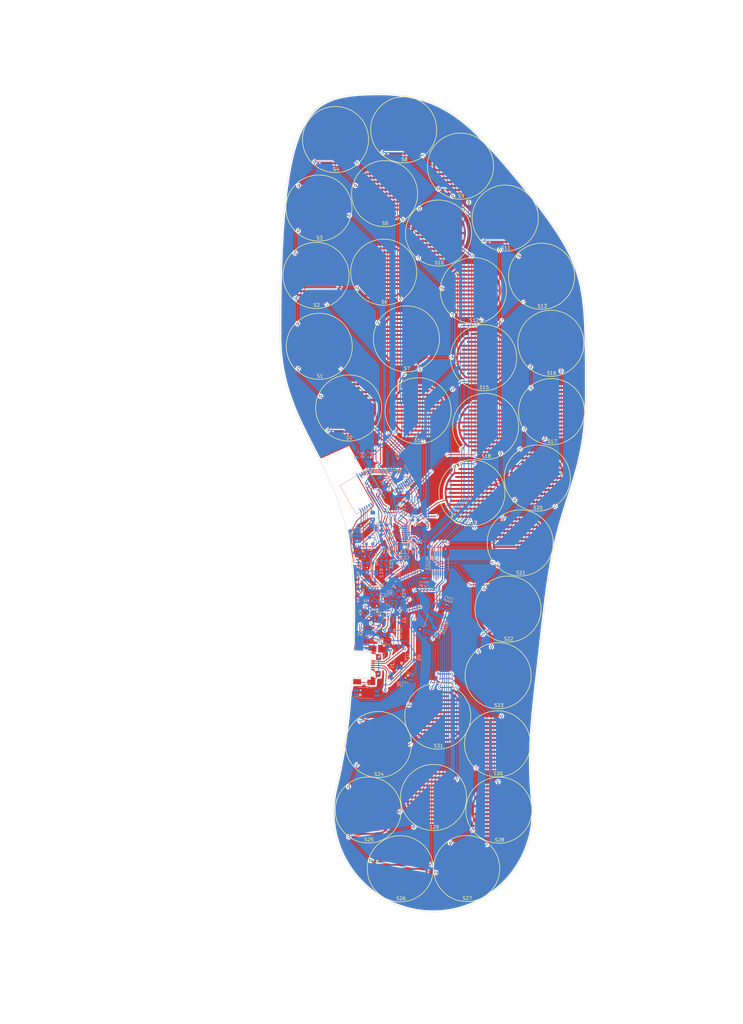
<source format=kicad_pcb>
(kicad_pcb (version 20171130) (host pcbnew "(5.0.0)")
  (layers (0 F.Cu signal) (31 B.Cu signal) (34 B.Paste user hide) (35 F.Paste user hide) (36 B.SilkS user) (37 F.SilkS user) (38 B.Mask user) (39 F.Mask user) (44 Edge.Cuts user))
  (net 0 "")
  (net 1 GND)
  (net 2 +3V3)
  (net 3 +5V)
  (net 4 +BATT)
  (net 5 /U1_A7)
  (net 6 /U1_A6)
  (net 7 /U1_A5)
  (net 8 /U1_A4)
  (net 9 /U1_A3)
  (net 10 /U1_A2)
  (net 11 /U1_A1)
  (net 12 /U1_A0)
  (net 13 /U2_A7)
  (net 14 /U2_A6)
  (net 15 /U2_A5)
  (net 16 /U2_A4)
  (net 17 /U2_A3)
  (net 18 /U2_A2)
  (net 19 /U2_A1)
  (net 20 /U2_A0)
  (net 21 /U1_Data)
  (net 22 /U2_Data)
  (net 23 /U3_Data)
  (net 24 /U4_Data)
  (net 25 /U3_A7)
  (net 26 /U3_A6)
  (net 27 /U3_A5)
  (net 28 /U3_A4)
  (net 29 /U3_A3)
  (net 30 /U3_A2)
  (net 31 /U3_A1)
  (net 32 /U3_A0)
  (net 33 /U4_A7)
  (net 34 /U4_A6)
  (net 35 /U4_A5)
  (net 36 /U4_A4)
  (net 37 /U4_A3)
  (net 38 /U4_A2)
  (net 39 /U4_A1)
  (net 40 /U4_A0)
  (net 41 "Net-(L3-Pad1)")
  (net 42 "Net-(R1-Pad1)")
  (net 43 /S0)
  (net 44 /S1)
  (net 45 /S2)
  (net 46 /MUX_E)
  (net 47 -BATT)
  (net 48 "Net-(C1-Pad1)")
  (net 49 Analog_Batt_Lvl)
  (net 50 Enable_Batt_Lvl)
  (net 51 "Net-(R5-Pad1)")
  (net 52 "Net-(R5-Pad2)")
  (net 53 "Net-(R10-Pad1)")
  (net 54 "Net-(R11-Pad1)")
  (net 55 XRES)
  (net 56 P0.6)
  (net 57 P0.7)
  (net 58 /P0.7_USB)
  (net 59 /P0.6_USB)
  (net 60 /XRES_USB)
  (net 61 "Net-(Q2-Pad3)")
  (net 62 /+3V3_VDDR)
  (net 63 /+3V3_VDD)
  (net 64 /+BATT_CUT)
  (net 65 "Net-(JP2-Pad2)")
  (net 66 "Net-(JP3-Pad1)")
  (net 67 /SCL)
  (net 68 /SDA)
  (net 69 "Net-(JP5-Pad1)")
  (net 70 P4.0)
  (net 71 P4.1)
  (module Connector_PinHeader_1.00mm:PinHeader_1x02_P1.00mm_Vertical (layer F.Cu) (at 186.859453 192.860707 176)
    (fp_text reference J2 (at 0 -1.56 176) (layer F.SilkS))
    (fp_text value 3V7_Battery)
    (pad 2 thru_hole oval (at 0 1 176) (size 0.85 0.85) (drill 0.5) (layers *.Cu *.Mask) (net 4 +BATT))
    (pad 1 thru_hole rect (at 0 0 176) (size 0.85 0.85) (drill 0.5) (layers *.Cu *.Mask) (net 47 -BATT))
  )
  (module Package_LGA:Bosch_LGA-14_3x2.5mm_P0.5mm (layer B.Cu) (at 195.749453 167.210707 180)
    (fp_text reference U2 (at 0 2.5 180) (layer B.SilkS) (effects (justify mirror)))
    (fp_text value ISM330DLC)
    (pad 11 smd rect (at 1.2625 0.75 180) (size 0.675 0.25) (layers B.Cu B.Paste B.Mask))
    (pad 10 smd rect (at 1.2625 0.25 180) (size 0.675 0.25) (layers B.Cu B.Paste B.Mask))
    (pad 9 smd rect (at 1.2625 -0.25 180) (size 0.675 0.25) (layers B.Cu B.Paste B.Mask))
    (pad 8 smd rect (at 1.2625 -0.75 180) (size 0.675 0.25) (layers B.Cu B.Paste B.Mask) (net 2 +3V3))
    (pad 4 smd rect (at -1.2625 -0.75 180) (size 0.675 0.25) (layers B.Cu B.Paste B.Mask))
    (pad 3 smd rect (at -1.2625 -0.25 180) (size 0.675 0.25) (layers B.Cu B.Paste B.Mask) (net 1 GND))
    (pad 2 smd rect (at -1.2625 0.25 180) (size 0.675 0.25) (layers B.Cu B.Paste B.Mask) (net 1 GND))
    (pad 1 smd rect (at -1.2625 0.75 180) (size 0.675 0.25) (layers B.Cu B.Paste B.Mask) (net 1 GND))
    (pad 7 smd rect (at 0.5 -1.0125 180) (size 0.25 0.675) (layers B.Cu B.Paste B.Mask) (net 1 GND))
    (pad 6 smd rect (at 0 -1.0125 180) (size 0.25 0.675) (layers B.Cu B.Paste B.Mask) (net 1 GND))
    (pad 5 smd rect (at -0.5 -1.0125 180) (size 0.25 0.675) (layers B.Cu B.Paste B.Mask) (net 2 +3V3))
    (pad 12 smd rect (at 0.5 1.0125 180) (size 0.25 0.675) (layers B.Cu B.Paste B.Mask))
    (pad 14 smd rect (at -0.5 1.0125 180) (size 0.25 0.675) (layers B.Cu B.Paste B.Mask) (net 68 /SDA))
    (pad 13 smd rect (at 0 1.0125 180) (size 0.25 0.675) (layers B.Cu B.Paste B.Mask) (net 67 /SCL))
  )
  (module Capacitor_SMD:C_0603_1608Metric (layer B.Cu) (at 192.449453 192.910707 266)
    (fp_text reference C1 (at 0 1.43 266) (layer B.SilkS) (effects (justify mirror)))
    (fp_text value 0.1uF)
    (pad 2 smd roundrect (at 0.7875 0 266) (size 0.875 0.95) (layers B.Cu B.Paste B.Mask) (net 47 -BATT))
    (pad 1 smd roundrect (at -0.7875 0 266) (size 0.875 0.95) (layers B.Cu B.Paste B.Mask) (net 48 "Net-(C1-Pad1)"))
  )
  (module Capacitor_SMD:C_0603_1608Metric (layer B.Cu) (at 213.399453 186.660707 250)
    (fp_text reference C2 (at -2.498995 0.005009 250) (layer B.SilkS) (effects (justify mirror)))
    (fp_text value 1uF)
    (pad 2 smd roundrect (at 0.7875 0 250) (size 0.875 0.95) (layers B.Cu B.Paste B.Mask) (net 2 +3V3))
    (pad 1 smd roundrect (at -0.7875 0 250) (size 0.875 0.95) (layers B.Cu B.Paste B.Mask) (net 1 GND))
  )
  (module Capacitor_SMD:C_0603_1608Metric (layer B.Cu) (at 191.119453 182.530707 357)
    (fp_text reference C3 (at 2.530154 0.127757 357) (layer B.SilkS) (effects (justify mirror)))
    (fp_text value 4.7uF)
    (pad 2 smd roundrect (at 0.7875 0 357) (size 0.875 0.95) (layers B.Cu B.Paste B.Mask) (net 64 /+BATT_CUT))
    (pad 1 smd roundrect (at -0.7875 0 357) (size 0.875 0.95) (layers B.Cu B.Paste B.Mask) (net 1 GND))
  )
  (module Capacitor_SMD:C_0603_1608Metric (layer B.Cu) (at 187.937453 178.998707 266)
    (fp_text reference C4 (at 2.313902 -0.05354 266) (layer B.SilkS) (effects (font (size 0.6 0.6)) (justify mirror)))
    (fp_text value 10uF)
    (pad 2 smd roundrect (at 0.7875 0 266) (size 0.875 0.95) (layers B.Cu B.Paste B.Mask) (net 1 GND))
    (pad 1 smd roundrect (at -0.7875 0 266) (size 0.875 0.95) (layers B.Cu B.Paste B.Mask) (net 2 +3V3))
  )
  (module Capacitor_SMD:C_0603_1608Metric (layer B.Cu) (at 211.949453 186.110707 250)
    (fp_text reference C5 (at -2.392243 -0.140264 250) (layer B.SilkS) (effects (justify mirror)))
    (fp_text value 0.1uF)
    (pad 2 smd roundrect (at 0.7875 0 250) (size 0.875 0.95) (layers B.Cu B.Paste B.Mask) (net 2 +3V3))
    (pad 1 smd roundrect (at -0.7875 0 250) (size 0.875 0.95) (layers B.Cu B.Paste B.Mask) (net 1 GND))
  )
  (module Capacitor_SMD:C_0603_1608Metric (layer B.Cu) (at 205.349453 176.898207 90)
    (fp_text reference C6 (at -2.5125 0 90) (layer B.SilkS) (effects (justify mirror)))
    (fp_text value 1uF)
    (pad 2 smd roundrect (at 0.7875 0 90) (size 0.875 0.95) (layers B.Cu B.Paste B.Mask) (net 2 +3V3))
    (pad 1 smd roundrect (at -0.7875 0 90) (size 0.875 0.95) (layers B.Cu B.Paste B.Mask) (net 1 GND))
  )
  (module Capacitor_SMD:C_0603_1608Metric (layer B.Cu) (at 206.949453 176.910707 90)
    (fp_text reference C7 (at -2.5 0 90) (layer B.SilkS) (effects (justify mirror)))
    (fp_text value 0.1uF)
    (pad 2 smd roundrect (at 0.7875 0 90) (size 0.875 0.95) (layers B.Cu B.Paste B.Mask) (net 2 +3V3))
    (pad 1 smd roundrect (at -0.7875 0 90) (size 0.875 0.95) (layers B.Cu B.Paste B.Mask) (net 1 GND))
  )
  (module Capacitor_SMD:C_0603_1608Metric (layer B.Cu) (at 205.561953 169.810707)
    (fp_text reference C8 (at -2.3125 0) (layer B.SilkS) (effects (justify mirror)))
    (fp_text value 1uF)
    (pad 2 smd roundrect (at 0.7875 0) (size 0.875 0.95) (layers B.Cu B.Paste B.Mask) (net 2 +3V3))
    (pad 1 smd roundrect (at -0.7875 0) (size 0.875 0.95) (layers B.Cu B.Paste B.Mask) (net 1 GND))
  )
  (module Capacitor_SMD:C_0603_1608Metric (layer B.Cu) (at 205.561953 168.210707)
    (fp_text reference C9 (at 2.3875 0) (layer B.SilkS) (effects (justify mirror)))
    (fp_text value 0.1uF)
    (pad 2 smd roundrect (at 0.7875 0) (size 0.875 0.95) (layers B.Cu B.Paste B.Mask) (net 2 +3V3))
    (pad 1 smd roundrect (at -0.7875 0) (size 0.875 0.95) (layers B.Cu B.Paste B.Mask) (net 1 GND))
  )
  (module Capacitor_SMD:C_0603_1608Metric (layer B.Cu) (at 199.974453 153.773207 90)
    (fp_text reference C10 (at -2.9375 0.075 90) (layer B.SilkS) (effects (justify mirror)))
    (fp_text value 1uF)
    (pad 2 smd roundrect (at 0.7875 0 90) (size 0.875 0.95) (layers B.Cu B.Paste B.Mask) (net 2 +3V3))
    (pad 1 smd roundrect (at -0.7875 0 90) (size 0.875 0.95) (layers B.Cu B.Paste B.Mask) (net 1 GND))
  )
  (module Capacitor_SMD:C_0603_1608Metric (layer B.Cu) (at 198.349453 153.785707 90)
    (fp_text reference C11 (at -2.95 0.075 90) (layer B.SilkS) (effects (justify mirror)))
    (fp_text value 0.1uF)
    (pad 2 smd roundrect (at 0.7875 0 90) (size 0.875 0.95) (layers B.Cu B.Paste B.Mask) (net 2 +3V3))
    (pad 1 smd roundrect (at -0.7875 0 90) (size 0.875 0.95) (layers B.Cu B.Paste B.Mask) (net 1 GND))
  )
  (module Capacitor_SMD:C_0603_1608Metric (layer B.Cu) (at 197.436953 171.310707 180)
    (fp_text reference C12 (at -2.9125 -0.1 180) (layer B.SilkS) (effects (justify mirror)))
    (fp_text value 1uF)
    (pad 2 smd roundrect (at 0.7875 0 180) (size 0.875 0.95) (layers B.Cu B.Paste B.Mask) (net 2 +3V3))
    (pad 1 smd roundrect (at -0.7875 0 180) (size 0.875 0.95) (layers B.Cu B.Paste B.Mask) (net 1 GND))
  )
  (module Capacitor_SMD:C_0603_1608Metric (layer B.Cu) (at 197.436953 169.710707 180)
    (fp_text reference C13 (at -2.9225 -0.03 180) (layer B.SilkS) (effects (justify mirror)))
    (fp_text value 0.1uF)
    (pad 2 smd roundrect (at 0.7875 0 180) (size 0.875 0.95) (layers B.Cu B.Paste B.Mask) (net 2 +3V3))
    (pad 1 smd roundrect (at -0.7875 0 180) (size 0.875 0.95) (layers B.Cu B.Paste B.Mask) (net 1 GND))
  )
  (module Capacitor_SMD:C_0603_1608Metric (layer B.Cu) (at 193.949453 170.910707)
    (fp_text reference C14 (at 0.22 -1.35) (layer B.SilkS) (effects (justify mirror)))
    (fp_text value 0.1uF)
    (pad 2 smd roundrect (at 0.7875 0) (size 0.875 0.95) (layers B.Cu B.Paste B.Mask) (net 1 GND))
    (pad 1 smd roundrect (at -0.7875 0) (size 0.875 0.95) (layers B.Cu B.Paste B.Mask) (net 49 Analog_Batt_Lvl))
  )
  (module Inductor_SMD:L_0805_2012Metric_Pad1.15x1.40mm_HandSolder (layer B.Cu) (at 190.619453 158.855707 90)
    (fp_text reference L1 (at 0 1.65 90) (layer B.SilkS) (effects (justify mirror)))
    (fp_text value "300ohm 100MHz")
    (pad 2 smd roundrect (at 1.025 0 90) (size 1.15 1.4) (layers B.Cu B.Paste B.Mask) (roundrect_rratio 0.217391) (net 62 /+3V3_VDDR))
    (pad 1 smd roundrect (at -1.025 0 90) (size 1.15 1.4) (layers B.Cu B.Paste B.Mask) (roundrect_rratio 0.217391) (net 2 +3V3))
  )
  (module Inductor_SMD:L_0805_2012Metric_Pad1.15x1.40mm_HandSolder (layer B.Cu) (at 193.299453 148.020707 120)
    (fp_text reference L2 (at 0 1.65 120) (layer B.SilkS) (effects (justify mirror)))
    (fp_text value "300ohm 100MHz")
    (pad 2 smd roundrect (at 1.025 0 120) (size 1.15 1.4) (layers B.Cu B.Paste B.Mask) (roundrect_rratio 0.217391) (net 63 /+3V3_VDD))
    (pad 1 smd roundrect (at -1.025 0 120) (size 1.15 1.4) (layers B.Cu B.Paste B.Mask) (roundrect_rratio 0.217391) (net 2 +3V3))
  )
  (module Package_SO:TSSOP-16_4.4x5mm_P0.65mm (layer B.Cu) (at 198.849453 146.410707 300)
    (fp_text reference MUX1 (at 0 3.55 300) (layer B.SilkS) (effects (justify mirror)))
    (fp_text value CD74HC4051)
    (pad 16 smd rect (at 2.95 2.275 300) (size 1.5 0.45) (layers B.Cu B.Paste B.Mask) (net 2 +3V3))
    (pad 15 smd rect (at 2.95 1.625 300) (size 1.5 0.45) (layers B.Cu B.Paste B.Mask) (net 10 /U1_A2))
    (pad 14 smd rect (at 2.95 0.975 300) (size 1.5 0.45) (layers B.Cu B.Paste B.Mask) (net 11 /U1_A1))
    (pad 13 smd rect (at 2.95 0.325 300) (size 1.5 0.45) (layers B.Cu B.Paste B.Mask) (net 12 /U1_A0))
    (pad 12 smd rect (at 2.95 -0.325 300) (size 1.5 0.45) (layers B.Cu B.Paste B.Mask) (net 9 /U1_A3))
    (pad 11 smd rect (at 2.95 -0.975 300) (size 1.5 0.45) (layers B.Cu B.Paste B.Mask) (net 43 /S0))
    (pad 10 smd rect (at 2.95 -1.625 300) (size 1.5 0.45) (layers B.Cu B.Paste B.Mask) (net 44 /S1))
    (pad 9 smd rect (at 2.95 -2.275 300) (size 1.5 0.45) (layers B.Cu B.Paste B.Mask) (net 45 /S2))
    (pad 8 smd rect (at -2.95 -2.275 300) (size 1.5 0.45) (layers B.Cu B.Paste B.Mask) (net 1 GND))
    (pad 7 smd rect (at -2.95 -1.625 300) (size 1.5 0.45) (layers B.Cu B.Paste B.Mask) (net 1 GND))
    (pad 6 smd rect (at -2.95 -0.975 300) (size 1.5 0.45) (layers B.Cu B.Paste B.Mask) (net 46 /MUX_E))
    (pad 5 smd rect (at -2.95 -0.325 300) (size 1.5 0.45) (layers B.Cu B.Paste B.Mask) (net 7 /U1_A5))
    (pad 4 smd rect (at -2.95 0.325 300) (size 1.5 0.45) (layers B.Cu B.Paste B.Mask) (net 5 /U1_A7))
    (pad 3 smd rect (at -2.95 0.975 300) (size 1.5 0.45) (layers B.Cu B.Paste B.Mask) (net 2 +3V3))
    (pad 2 smd rect (at -2.95 1.625 300) (size 1.5 0.45) (layers B.Cu B.Paste B.Mask) (net 6 /U1_A6))
    (pad 1 smd rect (at -2.95 2.275 300) (size 1.5 0.45) (layers B.Cu B.Paste B.Mask) (net 8 /U1_A4))
  )
  (module Package_SO:TSSOP-16_4.4x5mm_P0.65mm (layer B.Cu) (at 203.449453 164.210707)
    (fp_text reference MUX2 (at -1.7 3.6) (layer B.SilkS) (effects (justify mirror)))
    (fp_text value CD74HC4051)
    (pad 16 smd rect (at 2.95 2.275) (size 1.5 0.45) (layers B.Cu B.Paste B.Mask) (net 2 +3V3))
    (pad 15 smd rect (at 2.95 1.625) (size 1.5 0.45) (layers B.Cu B.Paste B.Mask) (net 18 /U2_A2))
    (pad 14 smd rect (at 2.95 0.975) (size 1.5 0.45) (layers B.Cu B.Paste B.Mask) (net 19 /U2_A1))
    (pad 13 smd rect (at 2.95 0.325) (size 1.5 0.45) (layers B.Cu B.Paste B.Mask) (net 20 /U2_A0))
    (pad 12 smd rect (at 2.95 -0.325) (size 1.5 0.45) (layers B.Cu B.Paste B.Mask) (net 17 /U2_A3))
    (pad 11 smd rect (at 2.95 -0.975) (size 1.5 0.45) (layers B.Cu B.Paste B.Mask) (net 43 /S0))
    (pad 10 smd rect (at 2.95 -1.625) (size 1.5 0.45) (layers B.Cu B.Paste B.Mask) (net 44 /S1))
    (pad 9 smd rect (at 2.95 -2.275) (size 1.5 0.45) (layers B.Cu B.Paste B.Mask) (net 45 /S2))
    (pad 8 smd rect (at -2.95 -2.275) (size 1.5 0.45) (layers B.Cu B.Paste B.Mask) (net 1 GND))
    (pad 7 smd rect (at -2.95 -1.625) (size 1.5 0.45) (layers B.Cu B.Paste B.Mask) (net 1 GND))
    (pad 6 smd rect (at -2.95 -0.975) (size 1.5 0.45) (layers B.Cu B.Paste B.Mask) (net 46 /MUX_E))
    (pad 5 smd rect (at -2.95 -0.325) (size 1.5 0.45) (layers B.Cu B.Paste B.Mask) (net 15 /U2_A5))
    (pad 4 smd rect (at -2.95 0.325) (size 1.5 0.45) (layers B.Cu B.Paste B.Mask) (net 13 /U2_A7))
    (pad 3 smd rect (at -2.95 0.975) (size 1.5 0.45) (layers B.Cu B.Paste B.Mask) (net 2 +3V3))
    (pad 2 smd rect (at -2.95 1.625) (size 1.5 0.45) (layers B.Cu B.Paste B.Mask) (net 14 /U2_A6))
    (pad 1 smd rect (at -2.95 2.275) (size 1.5 0.45) (layers B.Cu B.Paste B.Mask) (net 16 /U2_A4))
  )
  (module Package_SO:TSSOP-16_4.4x5mm_P0.65mm (layer B.Cu) (at 210.749453 173.160707 270)
    (fp_text reference MUX3 (at 0 3.55 270) (layer B.SilkS) (effects (justify mirror)))
    (fp_text value CD74HC4051)
    (pad 16 smd rect (at 2.95 2.275 270) (size 1.5 0.45) (layers B.Cu B.Paste B.Mask) (net 2 +3V3))
    (pad 15 smd rect (at 2.95 1.625 270) (size 1.5 0.45) (layers B.Cu B.Paste B.Mask) (net 30 /U3_A2))
    (pad 14 smd rect (at 2.95 0.975 270) (size 1.5 0.45) (layers B.Cu B.Paste B.Mask) (net 31 /U3_A1))
    (pad 13 smd rect (at 2.95 0.325 270) (size 1.5 0.45) (layers B.Cu B.Paste B.Mask) (net 32 /U3_A0))
    (pad 12 smd rect (at 2.95 -0.325 270) (size 1.5 0.45) (layers B.Cu B.Paste B.Mask) (net 29 /U3_A3))
    (pad 11 smd rect (at 2.95 -0.975 270) (size 1.5 0.45) (layers B.Cu B.Paste B.Mask) (net 43 /S0))
    (pad 10 smd rect (at 2.95 -1.625 270) (size 1.5 0.45) (layers B.Cu B.Paste B.Mask) (net 44 /S1))
    (pad 9 smd rect (at 2.95 -2.275 270) (size 1.5 0.45) (layers B.Cu B.Paste B.Mask) (net 45 /S2))
    (pad 8 smd rect (at -2.95 -2.275 270) (size 1.5 0.45) (layers B.Cu B.Paste B.Mask) (net 1 GND))
    (pad 7 smd rect (at -2.95 -1.625 270) (size 1.5 0.45) (layers B.Cu B.Paste B.Mask) (net 1 GND))
    (pad 6 smd rect (at -2.95 -0.975 270) (size 1.5 0.45) (layers B.Cu B.Paste B.Mask) (net 46 /MUX_E))
    (pad 5 smd rect (at -2.95 -0.325 270) (size 1.5 0.45) (layers B.Cu B.Paste B.Mask) (net 27 /U3_A5))
    (pad 4 smd rect (at -2.95 0.325 270) (size 1.5 0.45) (layers B.Cu B.Paste B.Mask) (net 25 /U3_A7))
    (pad 3 smd rect (at -2.95 0.975 270) (size 1.5 0.45) (layers B.Cu B.Paste B.Mask) (net 2 +3V3))
    (pad 2 smd rect (at -2.95 1.625 270) (size 1.5 0.45) (layers B.Cu B.Paste B.Mask) (net 26 /U3_A6))
    (pad 1 smd rect (at -2.95 2.275 270) (size 1.5 0.45) (layers B.Cu B.Paste B.Mask) (net 28 /U3_A4))
  )
  (module Package_SO:TSSOP-16_4.4x5mm_P0.65mm (layer B.Cu) (at 209.299453 191.460707 70)
    (fp_text reference MUX4 (at 0 3.55 70) (layer B.SilkS) (effects (justify mirror)))
    (fp_text value CD74HC4051)
    (pad 16 smd rect (at 2.95 2.275 70) (size 1.5 0.45) (layers B.Cu B.Paste B.Mask) (net 2 +3V3))
    (pad 15 smd rect (at 2.95 1.625 70) (size 1.5 0.45) (layers B.Cu B.Paste B.Mask) (net 38 /U4_A2))
    (pad 14 smd rect (at 2.95 0.975 70) (size 1.5 0.45) (layers B.Cu B.Paste B.Mask) (net 39 /U4_A1))
    (pad 13 smd rect (at 2.95 0.325 70) (size 1.5 0.45) (layers B.Cu B.Paste B.Mask) (net 40 /U4_A0))
    (pad 12 smd rect (at 2.95 -0.325 70) (size 1.5 0.45) (layers B.Cu B.Paste B.Mask) (net 37 /U4_A3))
    (pad 11 smd rect (at 2.95 -0.975 70) (size 1.5 0.45) (layers B.Cu B.Paste B.Mask) (net 43 /S0))
    (pad 10 smd rect (at 2.95 -1.625 70) (size 1.5 0.45) (layers B.Cu B.Paste B.Mask) (net 44 /S1))
    (pad 9 smd rect (at 2.95 -2.275 70) (size 1.5 0.45) (layers B.Cu B.Paste B.Mask) (net 45 /S2))
    (pad 8 smd rect (at -2.95 -2.275 70) (size 1.5 0.45) (layers B.Cu B.Paste B.Mask) (net 1 GND))
    (pad 7 smd rect (at -2.95 -1.625 70) (size 1.5 0.45) (layers B.Cu B.Paste B.Mask) (net 1 GND))
    (pad 6 smd rect (at -2.95 -0.975 70) (size 1.5 0.45) (layers B.Cu B.Paste B.Mask) (net 46 /MUX_E))
    (pad 5 smd rect (at -2.95 -0.325 70) (size 1.5 0.45) (layers B.Cu B.Paste B.Mask) (net 35 /U4_A5))
    (pad 4 smd rect (at -2.95 0.325 70) (size 1.5 0.45) (layers B.Cu B.Paste B.Mask) (net 33 /U4_A7))
    (pad 3 smd rect (at -2.95 0.975 70) (size 1.5 0.45) (layers B.Cu B.Paste B.Mask) (net 2 +3V3))
    (pad 2 smd rect (at -2.95 1.625 70) (size 1.5 0.45) (layers B.Cu B.Paste B.Mask) (net 34 /U4_A6))
    (pad 1 smd rect (at -2.95 2.275 70) (size 1.5 0.45) (layers B.Cu B.Paste B.Mask) (net 36 /U4_A4))
  )
  (module Package_TO_SOT_SMD:SOT-23 (layer B.Cu) (at 189.649453 166.310707 90)
    (fp_text reference Q2 (at -2.43 0.03 180) (layer B.SilkS) (effects (justify mirror)))
    (fp_text value Q_PMOS_GSD)
    (pad 3 smd rect (at 1 0 90) (size 0.9 0.8) (layers B.Cu B.Paste B.Mask) (net 61 "Net-(Q2-Pad3)"))
    (pad 2 smd rect (at -1 -0.95 90) (size 0.9 0.8) (layers B.Cu B.Paste B.Mask) (net 64 /+BATT_CUT))
    (pad 1 smd rect (at -1 0.95 90) (size 0.9 0.8) (layers B.Cu B.Paste B.Mask) (net 50 Enable_Batt_Lvl))
  )
  (module Resistor_SMD:R_0603_1608Metric (layer B.Cu) (at 198.830668 190.394286 87)
    (fp_text reference R1 (at 0 1.43 87) (layer B.SilkS) (effects (justify mirror)))
    (fp_text value 10k)
    (pad 2 smd roundrect (at 0.7875 0 87) (size 0.875 0.95) (layers B.Cu B.Paste B.Mask) (net 47 -BATT))
    (pad 1 smd roundrect (at -0.7875 0 87) (size 0.875 0.95) (layers B.Cu B.Paste B.Mask) (net 42 "Net-(R1-Pad1)"))
  )
  (module Resistor_SMD:R_0603_1608Metric (layer B.Cu) (at 194.036953 161.610707)
    (fp_text reference R2 (at -2.4875 0.1) (layer B.SilkS) (effects (justify mirror)))
    (fp_text value 10k)
    (pad 2 smd roundrect (at 0.7875 0) (size 0.875 0.95) (layers B.Cu B.Paste B.Mask) (net 68 /SDA))
    (pad 1 smd roundrect (at -0.7875 0) (size 0.875 0.95) (layers B.Cu B.Paste B.Mask) (net 2 +3V3))
  )
  (module Resistor_SMD:R_0603_1608Metric (layer B.Cu) (at 194.049453 163.210707)
    (fp_text reference R3 (at -2.4 0) (layer B.SilkS) (effects (justify mirror)))
    (fp_text value 10k)
    (pad 2 smd roundrect (at 0.7875 0) (size 0.875 0.95) (layers B.Cu B.Paste B.Mask) (net 67 /SCL))
    (pad 1 smd roundrect (at -0.7875 0) (size 0.875 0.95) (layers B.Cu B.Paste B.Mask) (net 2 +3V3))
  )
  (module Resistor_SMD:R_0603_1608Metric (layer B.Cu) (at 188.339453 188.080707 270)
    (fp_text reference R4 (at 0 1.43 270) (layer B.SilkS) (effects (justify mirror)))
    (fp_text value "390 ohm")
    (pad 2 smd roundrect (at 0.7875 0 270) (size 0.875 0.95) (layers B.Cu B.Paste B.Mask) (net 48 "Net-(C1-Pad1)"))
    (pad 1 smd roundrect (at -0.7875 0 270) (size 0.875 0.95) (layers B.Cu B.Paste B.Mask) (net 4 +BATT))
  )
  (module Resistor_SMD:R_0603_1608Metric (layer B.Cu) (at 203.249453 201.610707 86)
    (fp_text reference R5 (at 0 1.43 86) (layer B.SilkS) (effects (justify mirror)))
    (fp_text value 0-1k)
    (pad 2 smd roundrect (at 0.7875 0 86) (size 0.875 0.95) (layers B.Cu B.Paste B.Mask) (net 52 "Net-(R5-Pad2)"))
    (pad 1 smd roundrect (at -0.7875 0 86) (size 0.875 0.95) (layers B.Cu B.Paste B.Mask) (net 51 "Net-(R5-Pad1)"))
  )
  (module Resistor_SMD:R_0603_1608Metric (layer B.Cu) (at 195.636953 176.510707)
    (fp_text reference R6 (at 2.5125 0) (layer B.SilkS) (effects (justify mirror)))
    (fp_text value 10k)
    (pad 2 smd roundrect (at 0.7875 0) (size 0.875 0.95) (layers B.Cu B.Paste B.Mask) (net 24 /U4_Data))
    (pad 1 smd roundrect (at -0.7875 0) (size 0.875 0.95) (layers B.Cu B.Paste B.Mask) (net 1 GND))
  )
  (module Resistor_SMD:R_0603_1608Metric (layer B.Cu) (at 203.549453 160.060707)
    (fp_text reference R7 (at 2.5 0.05) (layer B.SilkS) (effects (justify mirror)))
    (fp_text value 10k)
    (pad 2 smd roundrect (at 0.7875 0) (size 0.875 0.95) (layers B.Cu B.Paste B.Mask) (net 23 /U3_Data))
    (pad 1 smd roundrect (at -0.7875 0) (size 0.875 0.95) (layers B.Cu B.Paste B.Mask) (net 1 GND))
  )
  (module Resistor_SMD:R_0603_1608Metric (layer B.Cu) (at 189.149453 140.298207 90)
    (fp_text reference R8 (at 0 1.43 90) (layer B.SilkS) (effects (justify mirror)))
    (fp_text value 10k)
    (pad 2 smd roundrect (at 0.7875 0 90) (size 0.875 0.95) (layers B.Cu B.Paste B.Mask) (net 22 /U2_Data))
    (pad 1 smd roundrect (at -0.7875 0 90) (size 0.875 0.95) (layers B.Cu B.Paste B.Mask) (net 1 GND))
  )
  (module Resistor_SMD:R_0603_1608Metric (layer B.Cu) (at 186.149453 140.310707 90)
    (fp_text reference R9 (at 0 1.43 90) (layer B.SilkS) (effects (justify mirror)))
    (fp_text value 10k)
    (pad 2 smd roundrect (at 0.7875 0 90) (size 0.875 0.95) (layers B.Cu B.Paste B.Mask) (net 21 /U1_Data))
    (pad 1 smd roundrect (at -0.7875 0 90) (size 0.875 0.95) (layers B.Cu B.Paste B.Mask) (net 1 GND))
  )
  (module Resistor_SMD:R_0603_1608Metric (layer B.Cu) (at 191.183953 184.452707)
    (fp_text reference R10 (at -2.4645 0.058) (layer B.SilkS) (effects (font (size 0.6 0.6)) (justify mirror)))
    (fp_text value 2.7k)
    (pad 2 smd roundrect (at 0.7875 0) (size 0.875 0.95) (layers B.Cu B.Paste B.Mask) (net 1 GND))
    (pad 1 smd roundrect (at -0.7875 0) (size 0.875 0.95) (layers B.Cu B.Paste B.Mask) (net 53 "Net-(R10-Pad1)"))
  )
  (module Resistor_SMD:R_0603_1608Metric (layer B.Cu) (at 189.733956 195.810707 175)
    (fp_text reference R11 (at -2.848361 -0.252711 175) (layer B.SilkS) (effects (justify mirror)))
    (fp_text value "100-500 ohm")
    (pad 2 smd roundrect (at 0.7875 0 175) (size 0.875 0.95) (layers B.Cu B.Paste B.Mask) (net 2 +3V3))
    (pad 1 smd roundrect (at -0.7875 0 175) (size 0.875 0.95) (layers B.Cu B.Paste B.Mask) (net 54 "Net-(R11-Pad1)"))
  )
  (module Resistor_SMD:R_0603_1608Metric (layer B.Cu) (at 193.149453 173.198207 90)
    (fp_text reference R12 (at -2.9125 0.1 90) (layer B.SilkS) (effects (justify mirror)))
    (fp_text value 10k)
    (pad 2 smd roundrect (at 0.7875 0 90) (size 0.875 0.95) (layers B.Cu B.Paste B.Mask) (net 49 Analog_Batt_Lvl))
    (pad 1 smd roundrect (at -0.7875 0 90) (size 0.875 0.95) (layers B.Cu B.Paste B.Mask) (net 61 "Net-(Q2-Pad3)"))
  )
  (module Resistor_SMD:R_0603_1608Metric (layer B.Cu) (at 194.849453 173.210707 270)
    (fp_text reference R13 (at 0.1 -1.4 270) (layer B.SilkS) (effects (justify mirror)))
    (fp_text value 10k)
    (pad 2 smd roundrect (at 0.7875 0 270) (size 0.875 0.95) (layers B.Cu B.Paste B.Mask) (net 1 GND))
    (pad 1 smd roundrect (at -0.7875 0 270) (size 0.875 0.95) (layers B.Cu B.Paste B.Mask) (net 49 Analog_Batt_Lvl))
  )
  (module Resistor_SMD:R_0603_1608Metric (layer B.Cu) (at 190.049453 170.923207 90)
    (fp_text reference R14 (at 0 1.56 90) (layer B.SilkS) (effects (font (size 0.6 0.6)) (justify mirror)))
    (fp_text value 100k)
    (pad 2 smd roundrect (at 0.7875 0 90) (size 0.875 0.95) (layers B.Cu B.Paste B.Mask) (net 50 Enable_Batt_Lvl))
    (pad 1 smd roundrect (at -0.7875 0 90) (size 0.875 0.95) (layers B.Cu B.Paste B.Mask) (net 64 /+BATT_CUT))
  )
  (module Package_TO_SOT_SMD:TSOT-23-5 (layer B.Cu) (at 195.249453 190.110707 267)
    (fp_text reference U1 (at -2.60167 0.036211 357) (layer B.SilkS) (effects (font (size 0.9 0.9)) (justify mirror)))
    (fp_text value STC4054-4.2)
    (pad 5 smd rect (at 1.31 0.95 267) (size 1.22 0.65) (layers B.Cu B.Paste B.Mask) (net 42 "Net-(R1-Pad1)"))
    (pad 4 smd rect (at 1.31 -0.95 267) (size 1.22 0.65) (layers B.Cu B.Paste B.Mask) (net 3 +5V))
    (pad 3 smd rect (at -1.31 -0.95 267) (size 1.22 0.65) (layers B.Cu B.Paste B.Mask) (net 4 +BATT))
    (pad 2 smd rect (at -1.31 0 267) (size 1.22 0.65) (layers B.Cu B.Paste B.Mask) (net 47 -BATT))
    (pad 1 smd rect (at -1.31 0.95 267) (size 1.22 0.65) (layers B.Cu B.Paste B.Mask))
  )
  (module Package_TO_SOT_SMD:TSOT-23-5 (layer B.Cu) (at 190.329453 179.740707 87)
    (fp_text reference U3 (at 0.142354 2.716272 177) (layer B.SilkS) (effects (font (size 0.9 0.9)) (justify mirror)))
    (fp_text value ADP2108AUJ-3.3)
    (pad 5 smd rect (at 1.31 0.95 87) (size 1.22 0.65) (layers B.Cu B.Paste B.Mask) (net 41 "Net-(L3-Pad1)"))
    (pad 4 smd rect (at 1.31 -0.95 87) (size 1.22 0.65) (layers B.Cu B.Paste B.Mask) (net 2 +3V3))
    (pad 3 smd rect (at -1.31 -0.95 87) (size 1.22 0.65) (layers B.Cu B.Paste B.Mask) (net 64 /+BATT_CUT))
    (pad 2 smd rect (at -1.31 0 87) (size 1.22 0.65) (layers B.Cu B.Paste B.Mask) (net 1 GND))
    (pad 1 smd rect (at -1.31 0.95 87) (size 1.22 0.65) (layers B.Cu B.Paste B.Mask) (net 64 /+BATT_CUT))
  )
  (module Digikey_EZ_BLE:CYBLE-222014-01 (layer B.Cu) (at 188.719453 150.550707 300)
    (fp_text reference U4 (at -4 -13 300) (layer B.SilkS) (effects (justify mirror)))
    (fp_text value CYBLE-222014-01)
    (pad 1 smd rect (at 4.89 4.91 300) (size 1 0.41) (layers B.Cu B.Paste B.Mask) (net 1 GND))
    (pad 2 smd rect (at 4.89 4.14 300) (size 1 0.41) (layers B.Cu B.Paste B.Mask) (net 71 P4.1))
    (pad 3 smd rect (at 4.89 3.38 300) (size 1 0.41) (layers B.Cu B.Paste B.Mask) (net 50 Enable_Batt_Lvl))
    (pad 4 smd rect (at 4.89 2.62 300) (size 1 0.41) (layers B.Cu B.Paste B.Mask) (net 49 Analog_Batt_Lvl))
    (pad 5 smd rect (at 4.89 1.86 300) (size 1 0.41) (layers B.Cu B.Paste B.Mask) (net 62 /+3V3_VDDR))
    (pad 7 smd rect (at 4.34 -3.19 210) (size 1 0.41) (layers B.Cu B.Paste B.Mask) (net 46 /MUX_E))
    (pad 8 smd rect (at 3.58 -3.19 210) (size 1 0.41) (layers B.Cu B.Paste B.Mask) (net 57 P0.7))
    (pad 9 smd rect (at 2.81 -3.19 210) (size 1 0.41) (layers B.Cu B.Paste B.Mask) (net 68 /SDA))
    (pad 10 smd rect (at 2.05 -3.19 210) (size 1 0.41) (layers B.Cu B.Paste B.Mask) (net 67 /SCL))
    (pad 11 smd rect (at 1.29 -3.19 210) (size 1 0.41) (layers B.Cu B.Paste B.Mask) (net 1 GND))
    (pad 12 smd rect (at 0.53 -3.19 210) (size 1 0.41) (layers B.Cu B.Paste B.Mask) (net 56 P0.6))
    (pad 13 smd rect (at -0.23 -3.19 210) (size 1 0.41) (layers B.Cu B.Paste B.Mask) (net 24 /U4_Data))
    (pad 14 smd rect (at -1 -3.19 210) (size 1 0.41) (layers B.Cu B.Paste B.Mask) (net 63 /+3V3_VDD))
    (pad 15 smd rect (at -1.76 -3.19 210) (size 1 0.41) (layers B.Cu B.Paste B.Mask) (net 55 XRES))
    (pad 16 smd rect (at -2.52 -3.19 210) (size 1 0.41) (layers B.Cu B.Paste B.Mask) (net 23 /U3_Data))
    (pad 17 smd rect (at -3.28 -3.19 210) (size 1 0.41) (layers B.Cu B.Paste B.Mask) (net 22 /U2_Data))
    (pad 18 smd rect (at -4.04 -3.19 210) (size 1 0.41) (layers B.Cu B.Paste B.Mask) (net 21 /U1_Data))
    (pad 19 smd rect (at -4.6 -1.95 300) (size 1 0.41) (layers B.Cu B.Paste B.Mask) (net 43 /S0))
    (pad 20 smd rect (at -4.6 -1.19 300) (size 1 0.41) (layers B.Cu B.Paste B.Mask) (net 44 /S1))
    (pad 21 smd rect (at -4.6 -0.43 300) (size 1 0.41) (layers B.Cu B.Paste B.Mask) (net 45 /S2))
    (pad 22 smd rect (at -4.6 0.33 300) (size 1 0.41) (layers B.Cu B.Paste B.Mask) (net 70 P4.0))
    (pad 6 smd rect (at 4.89 1.1 300) (size 1 0.41) (layers B.Cu B.Paste B.Mask))
  )
  (module SamacSys_Parts:AP9211SAACHAC7 (layer B.Cu) (at 190.799453 188.260707 176)
    (fp_text reference U5 (at -1.955713 -0.013605 266) (layer B.SilkS) (effects (font (size 0.9 0.9)) (justify mirror)))
    (fp_text value AP9211SA-AN-HAC-7 hide)
    (pad 7 smd rect (at 0 0 86) (size 1.8 1.8) (layers B.Cu B.Paste B.Mask))
    (pad 6 smd rect (at -0.599 1.35 86) (size 0.5 0.75) (layers B.Cu B.Paste B.Mask) (net 1 GND))
    (pad 5 smd rect (at 0.176 1.35 176) (size 0.4 0.5) (layers B.Cu B.Paste B.Mask) (net 53 "Net-(R10-Pad1)"))
    (pad 4 smd rect (at 0.776 1.35 176) (size 0.4 0.5) (layers B.Cu B.Paste B.Mask))
    (pad 3 smd rect (at 0.776 -1.35 176) (size 0.4 0.5) (layers B.Cu B.Paste B.Mask) (net 48 "Net-(C1-Pad1)"))
    (pad 2 smd rect (at 0.176004 -1.35 176) (size 0.4 0.5) (layers B.Cu B.Paste B.Mask) (net 47 -BATT))
    (pad 1 smd rect (at -0.599 -1.35 86) (size 0.5 0.75) (layers B.Cu B.Paste B.Mask) (net 47 -BATT))
  )
  (module Package_SO:SOP-4_4.4x2.8mm_P1.27mm (layer B.Cu) (at 192.049453 198.510707 175)
    (fp_text reference U6 (at -1.521658 -2.476804 175) (layer B.SilkS) (effects (justify mirror)))
    (fp_text value TCMT1100)
    (pad 4 smd rect (at 3.15 0.64 175) (size 1.3 0.8) (layers B.Cu B.Paste B.Mask) (net 2 +3V3))
    (pad 3 smd rect (at 3.15 -0.64 175) (size 1.3 0.8) (layers B.Cu B.Paste B.Mask) (net 52 "Net-(R5-Pad2)"))
    (pad 2 smd rect (at -3.15 -0.64 175) (size 1.3 0.8) (layers B.Cu B.Paste B.Mask) (net 3 +5V))
    (pad 1 smd rect (at -3.15 0.64 175) (size 1.3 0.8) (layers B.Cu B.Paste B.Mask) (net 54 "Net-(R11-Pad1)"))
  )
  (module Package_SO:SOP-4_4.4x2.8mm_P1.27mm (layer B.Cu) (at 198.849453 201.410707 86)
    (fp_text reference U7 (at 0 2.4 86) (layer B.SilkS) (effects (justify mirror)))
    (fp_text value TCMT1100)
    (pad 4 smd rect (at 3.15 0.64 86) (size 1.3 0.8) (layers B.Cu B.Paste B.Mask) (net 60 /XRES_USB))
    (pad 3 smd rect (at 3.15 -0.64 86) (size 1.3 0.8) (layers B.Cu B.Paste B.Mask) (net 55 XRES))
    (pad 2 smd rect (at -3.15 -0.64 86) (size 1.3 0.8) (layers B.Cu B.Paste B.Mask) (net 1 GND))
    (pad 1 smd rect (at -3.15 0.64 86) (size 1.3 0.8) (layers B.Cu B.Paste B.Mask) (net 51 "Net-(R5-Pad1)"))
  )
  (module Package_SO:SOP-4_4.4x2.8mm_P1.27mm (layer B.Cu) (at 199.349453 207.510707 174)
    (fp_text reference U8 (at 0.246393 -2.439117 174) (layer B.SilkS) (effects (justify mirror)))
    (fp_text value TCMT1100)
    (pad 4 smd rect (at 3.15 0.64 174) (size 1.3 0.8) (layers B.Cu B.Paste B.Mask) (net 59 /P0.6_USB))
    (pad 3 smd rect (at 3.15 -0.64 174) (size 1.3 0.8) (layers B.Cu B.Paste B.Mask) (net 56 P0.6))
    (pad 2 smd rect (at -3.15 -0.64 174) (size 1.3 0.8) (layers B.Cu B.Paste B.Mask) (net 1 GND))
    (pad 1 smd rect (at -3.15 0.64 174) (size 1.3 0.8) (layers B.Cu B.Paste B.Mask) (net 51 "Net-(R5-Pad1)"))
  )
  (module Package_SO:SOP-4_4.4x2.8mm_P1.27mm (layer B.Cu) (at 188.719453 212.420707 358)
    (fp_text reference U9 (at 0.157364 -2.657111 358) (layer B.SilkS) (effects (justify mirror)))
    (fp_text value TCMT1100)
    (pad 4 smd rect (at 3.15 0.64 358) (size 1.3 0.8) (layers B.Cu B.Paste B.Mask) (net 58 /P0.7_USB))
    (pad 3 smd rect (at 3.15 -0.64 358) (size 1.3 0.8) (layers B.Cu B.Paste B.Mask) (net 57 P0.7))
    (pad 2 smd rect (at -3.15 -0.64 358) (size 1.3 0.8) (layers B.Cu B.Paste B.Mask) (net 1 GND))
    (pad 1 smd rect (at -3.15 0.64 358) (size 1.3 0.8) (layers B.Cu B.Paste B.Mask) (net 51 "Net-(R5-Pad1)"))
  )
  (module Capacitor_SMD:C_0603_1608Metric (layer B.Cu) (at 194.935035 194.91564 356)
    (fp_text reference C15 (at 3.094999 0.155001 356) (layer B.SilkS) (effects (justify mirror)))
    (fp_text value 1uF)
    (pad 2 smd roundrect (at 0.7875 0 356) (size 0.875 0.95) (layers B.Cu B.Paste B.Mask) (net 3 +5V))
    (pad 1 smd roundrect (at -0.7875 0 356) (size 0.875 0.95) (layers B.Cu B.Paste B.Mask) (net 47 -BATT))
  )
  (module Capacitor_SMD:C_0603_1608Metric (layer B.Cu) (at 195.054454 193.345706 356)
    (fp_text reference C16 (at 3.044999 0.015001 356) (layer B.SilkS) (effects (justify mirror)))
    (fp_text value 0.1uF)
    (pad 2 smd roundrect (at 0.7875 0 356) (size 0.875 0.95) (layers B.Cu B.Paste B.Mask) (net 3 +5V))
    (pad 1 smd roundrect (at -0.7875 0 356) (size 0.875 0.95) (layers B.Cu B.Paste B.Mask) (net 47 -BATT))
  )
  (module Connector_USB:USB_Micro_CustomV2 (layer F.Cu) (at 187.769453 203.930707 268)
    (fp_text reference J1 (at 0 -8.7 268) (layer F.SilkS))
    (fp_text value Conn_Micro_USB)
    (pad 6 smd custom (at -5.2 -2.6 268) (size 1.6 2.4) (layers F.Cu F.Paste F.Mask) (net 47 -BATT) (options (clearance outline) (anchor rect)) (primitives (gr_poly (pts (xy 0.8 -1.2) (xy 1.025 -1.2) (xy 1.75 -0.6) (xy 1.75 0.2) (xy 0.8 0.2)) (width 0))))
    (pad 6 smd custom (at 5.2 -2.6 268) (size 1.6 2.4) (layers F.Cu F.Paste F.Mask) (net 47 -BATT) (options (clearance outline) (anchor rect)) (primitives (gr_poly (pts (xy -0.8 -1.2) (xy -1.025 -1.2) (xy -1.75 -0.6) (xy -1.75 0.2) (xy -0.8 0.2)) (width 0))))
    (pad 6 smd rect (at 2.55 -4.55 268) (size 1.8 1.5) (layers F.Cu F.Paste F.Mask) (net 47 -BATT))
    (pad 6 smd rect (at -2.55 -4.55 268) (size 1.8 1.5) (layers F.Cu F.Paste F.Mask) (net 47 -BATT))
    (pad 6 smd rect (at 5.15 1.7 268) (size 1.6 2.4) (layers F.Cu F.Paste F.Mask) (net 47 -BATT))
    (pad 6 smd rect (at -5.15 1.7 268) (size 1.6 2.4) (layers F.Cu F.Paste F.Mask) (net 47 -BATT))
    (pad 5 smd rect (at 1.3 -2.925 268) (size 0.4 1.05) (layers F.Cu F.Paste F.Mask) (net 47 -BATT))
    (pad 4 smd rect (at 0.65 -2.925 268) (size 0.4 1.05) (layers F.Cu F.Paste F.Mask) (net 58 /P0.7_USB))
    (pad 3 smd rect (at 0 -2.925 268) (size 0.4 1.05) (layers F.Cu F.Paste F.Mask) (net 59 /P0.6_USB))
    (pad 2 smd rect (at -0.65 -2.925 268) (size 0.4 1.05) (layers F.Cu F.Paste F.Mask) (net 60 /XRES_USB))
    (pad 1 smd rect (at -1.3 -2.925 268) (size 0.4 1.05) (layers F.Cu F.Paste F.Mask) (net 3 +5V))
  )
  (module Capacitor_Tantalum_SMD:CP_EIA-3528-12_Kemet-T (layer B.Cu) (at 185.899453 164.800707 270)
    (fp_text reference C17 (at -0.01 2.05 270) (layer B.SilkS) (effects (font (size 0.6 0.6)) (justify mirror)))
    (fp_text value 100uF)
    (pad 2 smd roundrect (at 1.5375 0 270) (size 1.325 2.35) (layers B.Cu B.Paste B.Mask) (roundrect_rratio 0.188679) (net 1 GND))
    (pad 1 smd roundrect (at -1.5375 0 270) (size 1.325 2.35) (layers B.Cu B.Paste B.Mask) (roundrect_rratio 0.188679) (net 2 +3V3))
  )
  (module Inductor_SMD:L_1206_3216Metric (layer B.Cu) (at 190.223453 175.950707 177)
    (fp_text reference L3 (at 0.069372 1.438341 177) (layer B.SilkS) (effects (font (size 0.6 0.6)) (justify mirror)))
    (fp_text value 1uH)
    (pad 1 smd roundrect (at -1.4 0 177) (size 1.25 1.75) (layers B.Cu B.Paste B.Mask) (roundrect_rratio 0.2) (net 41 "Net-(L3-Pad1)"))
    (pad 2 smd roundrect (at 1.4 0 177) (size 1.25 1.75) (layers B.Cu B.Paste B.Mask) (roundrect_rratio 0.2) (net 2 +3V3))
  )
  (module Package_TO_SOT_SMD:SOT-23 (layer B.Cu) (at 195.649453 184.370707 180)
    (fp_text reference Q1 (at 0 2.5 180) (layer B.SilkS) (effects (justify mirror)))
    (fp_text value Q_PMOS_GSD)
    (pad 1 smd rect (at -1 0.95 180) (size 0.9 0.8) (layers B.Cu B.Paste B.Mask) (net 3 +5V))
    (pad 2 smd rect (at -1 -0.95 180) (size 0.9 0.8) (layers B.Cu B.Paste B.Mask) (net 4 +BATT))
    (pad 3 smd rect (at 1 0 180) (size 0.9 0.8) (layers B.Cu B.Paste B.Mask) (net 64 /+BATT_CUT))
  )
  (module Resistor_SMD:R_0805_2012Metric (layer B.Cu) (at 198.439453 182.433207 270)
    (fp_text reference R15 (at -0.1625 -1.61 270) (layer B.SilkS) (effects (justify mirror)))
    (fp_text value 10k)
    (pad 1 smd roundrect (at -0.9375 0 270) (size 0.975 1.4) (layers B.Cu B.Paste B.Mask) (net 1 GND))
    (pad 2 smd roundrect (at 0.9375 0 270) (size 0.975 1.4) (layers B.Cu B.Paste B.Mask) (net 3 +5V))
  )
  (module fsr_footprints:FSR_Circle_8mm (layer F.Cu) (at 183.344453 126.120707)
    (fp_text reference S0 (at 0.2 9 180) (layer F.SilkS))
    (fp_text value FSR)
    (pad 2 smd custom (at 8 0) (size 0.5 0.5) (layers F.Cu F.Mask) (net 12 /U1_A0) (options (clearance outline) (anchor circle)) (primitives (gr_line (start -12.8 4.8) (end -1.7 4.8) (width 0.6)) (gr_line (start -11.8 -7.2) (end -4.5 -7.2) (width 0.6)) (gr_line (start -14.4 2.4) (end -0.5 2.4) (width 0.6)) (gr_arc (start -8 0) (end -4.5 7.2) (angle -128.1) (width 0.6)) (gr_line (start -14.4 -2.4) (end -0.4 -2.4) (width 0.6)) (gr_line (start -12.2 7.2) (end -4.5 7.2) (width 0.6)) (gr_line (start -12.8 -4.8) (end -1.7 -4.8) (width 0.6)) (gr_line (start -14.8 0) (end -0.1 0) (width 0.6))))
    (pad 1 smd custom (at -8 0) (size 0.5 0.5) (layers F.Cu F.Mask) (net 21 /U1_Data) (options (clearance outline) (anchor circle)) (primitives (gr_line (start 14.7 1.2) (end 0.2 1.2) (width 0.6)) (gr_arc (start 8 0) (end 2.7 -6) (angle -97) (width 0.6)) (gr_line (start 11.2 -6) (end 2.7 -6) (width 0.6)) (gr_line (start 11.2 6) (end 2.7 6) (width 0.6)) (gr_line (start 13.8 3.6) (end 1 3.6) (width 0.6)) (gr_line (start 13.8 -3.6) (end 0.9 -3.6) (width 0.6)) (gr_line (start 14.7 -1.2) (end 0.2 -1.2) (width 0.6))))
  )
  (module fsr_footprints:FSR_Circle_8mm (layer F.Cu) (at 174.429453 107.470707)
    (fp_text reference S1 (at 0.2 9 180) (layer F.SilkS))
    (fp_text value FSR)
    (pad 1 smd custom (at -8 0) (size 0.5 0.5) (layers F.Cu F.Mask) (net 21 /U1_Data) (options (clearance outline) (anchor circle)) (primitives (gr_line (start 14.7 1.2) (end 0.2 1.2) (width 0.6)) (gr_arc (start 8 0) (end 2.7 -6) (angle -97) (width 0.6)) (gr_line (start 11.2 -6) (end 2.7 -6) (width 0.6)) (gr_line (start 11.2 6) (end 2.7 6) (width 0.6)) (gr_line (start 13.8 3.6) (end 1 3.6) (width 0.6)) (gr_line (start 13.8 -3.6) (end 0.9 -3.6) (width 0.6)) (gr_line (start 14.7 -1.2) (end 0.2 -1.2) (width 0.6))))
    (pad 2 smd custom (at 8 0) (size 0.5 0.5) (layers F.Cu F.Mask) (net 11 /U1_A1) (options (clearance outline) (anchor circle)) (primitives (gr_line (start -12.8 4.8) (end -1.7 4.8) (width 0.6)) (gr_line (start -11.8 -7.2) (end -4.5 -7.2) (width 0.6)) (gr_line (start -14.4 2.4) (end -0.5 2.4) (width 0.6)) (gr_arc (start -8 0) (end -4.5 7.2) (angle -128.1) (width 0.6)) (gr_line (start -14.4 -2.4) (end -0.4 -2.4) (width 0.6)) (gr_line (start -12.2 7.2) (end -4.5 7.2) (width 0.6)) (gr_line (start -12.8 -4.8) (end -1.7 -4.8) (width 0.6)) (gr_line (start -14.8 0) (end -0.1 0) (width 0.6))))
  )
  (module fsr_footprints:FSR_Circle_8mm (layer F.Cu) (at 173.444453 85.995707)
    (fp_text reference S2 (at 0.2 9 180) (layer F.SilkS))
    (fp_text value FSR)
    (pad 2 smd custom (at 8 0) (size 0.5 0.5) (layers F.Cu F.Mask) (net 10 /U1_A2) (options (clearance outline) (anchor circle)) (primitives (gr_line (start -12.8 4.8) (end -1.7 4.8) (width 0.6)) (gr_line (start -11.8 -7.2) (end -4.5 -7.2) (width 0.6)) (gr_line (start -14.4 2.4) (end -0.5 2.4) (width 0.6)) (gr_arc (start -8 0) (end -4.5 7.2) (angle -128.1) (width 0.6)) (gr_line (start -14.4 -2.4) (end -0.4 -2.4) (width 0.6)) (gr_line (start -12.2 7.2) (end -4.5 7.2) (width 0.6)) (gr_line (start -12.8 -4.8) (end -1.7 -4.8) (width 0.6)) (gr_line (start -14.8 0) (end -0.1 0) (width 0.6))))
    (pad 1 smd custom (at -8 0) (size 0.5 0.5) (layers F.Cu F.Mask) (net 21 /U1_Data) (options (clearance outline) (anchor circle)) (primitives (gr_line (start 14.7 1.2) (end 0.2 1.2) (width 0.6)) (gr_arc (start 8 0) (end 2.7 -6) (angle -97) (width 0.6)) (gr_line (start 11.2 -6) (end 2.7 -6) (width 0.6)) (gr_line (start 11.2 6) (end 2.7 6) (width 0.6)) (gr_line (start 13.8 3.6) (end 1 3.6) (width 0.6)) (gr_line (start 13.8 -3.6) (end 0.9 -3.6) (width 0.6)) (gr_line (start 14.7 -1.2) (end 0.2 -1.2) (width 0.6))))
  )
  (module fsr_footprints:FSR_Circle_8mm (layer F.Cu) (at 174.319453 65.595707)
    (fp_text reference S3 (at 0.2 9 180) (layer F.SilkS))
    (fp_text value FSR)
    (pad 1 smd custom (at -8 0) (size 0.5 0.5) (layers F.Cu F.Mask) (net 21 /U1_Data) (options (clearance outline) (anchor circle)) (primitives (gr_line (start 14.7 1.2) (end 0.2 1.2) (width 0.6)) (gr_arc (start 8 0) (end 2.7 -6) (angle -97) (width 0.6)) (gr_line (start 11.2 -6) (end 2.7 -6) (width 0.6)) (gr_line (start 11.2 6) (end 2.7 6) (width 0.6)) (gr_line (start 13.8 3.6) (end 1 3.6) (width 0.6)) (gr_line (start 13.8 -3.6) (end 0.9 -3.6) (width 0.6)) (gr_line (start 14.7 -1.2) (end 0.2 -1.2) (width 0.6))))
    (pad 2 smd custom (at 8 0) (size 0.5 0.5) (layers F.Cu F.Mask) (net 9 /U1_A3) (options (clearance outline) (anchor circle)) (primitives (gr_line (start -12.8 4.8) (end -1.7 4.8) (width 0.6)) (gr_line (start -11.8 -7.2) (end -4.5 -7.2) (width 0.6)) (gr_line (start -14.4 2.4) (end -0.5 2.4) (width 0.6)) (gr_arc (start -8 0) (end -4.5 7.2) (angle -128.1) (width 0.6)) (gr_line (start -14.4 -2.4) (end -0.4 -2.4) (width 0.6)) (gr_line (start -12.2 7.2) (end -4.5 7.2) (width 0.6)) (gr_line (start -12.8 -4.8) (end -1.7 -4.8) (width 0.6)) (gr_line (start -14.8 0) (end -0.1 0) (width 0.6))))
  )
  (module fsr_footprints:FSR_Circle_8mm (layer F.Cu) (at 179.344453 44.845707)
    (fp_text reference S4 (at 0.2 9 180) (layer F.SilkS))
    (fp_text value FSR)
    (pad 2 smd custom (at 8 0) (size 0.5 0.5) (layers F.Cu F.Mask) (net 8 /U1_A4) (options (clearance outline) (anchor circle)) (primitives (gr_line (start -12.8 4.8) (end -1.7 4.8) (width 0.6)) (gr_line (start -11.8 -7.2) (end -4.5 -7.2) (width 0.6)) (gr_line (start -14.4 2.4) (end -0.5 2.4) (width 0.6)) (gr_arc (start -8 0) (end -4.5 7.2) (angle -128.1) (width 0.6)) (gr_line (start -14.4 -2.4) (end -0.4 -2.4) (width 0.6)) (gr_line (start -12.2 7.2) (end -4.5 7.2) (width 0.6)) (gr_line (start -12.8 -4.8) (end -1.7 -4.8) (width 0.6)) (gr_line (start -14.8 0) (end -0.1 0) (width 0.6))))
    (pad 1 smd custom (at -8 0) (size 0.5 0.5) (layers F.Cu F.Mask) (net 21 /U1_Data) (options (clearance outline) (anchor circle)) (primitives (gr_line (start 14.7 1.2) (end 0.2 1.2) (width 0.6)) (gr_arc (start 8 0) (end 2.7 -6) (angle -97) (width 0.6)) (gr_line (start 11.2 -6) (end 2.7 -6) (width 0.6)) (gr_line (start 11.2 6) (end 2.7 6) (width 0.6)) (gr_line (start 13.8 3.6) (end 1 3.6) (width 0.6)) (gr_line (start 13.8 -3.6) (end 0.9 -3.6) (width 0.6)) (gr_line (start 14.7 -1.2) (end 0.2 -1.2) (width 0.6))))
  )
  (module fsr_footprints:FSR_Circle_8mm (layer F.Cu) (at 194.219453 61.245707)
    (fp_text reference S5 (at 0.2 9 180) (layer F.SilkS))
    (fp_text value FSR)
    (pad 1 smd custom (at -8 0) (size 0.5 0.5) (layers F.Cu F.Mask) (net 21 /U1_Data) (options (clearance outline) (anchor circle)) (primitives (gr_line (start 14.7 1.2) (end 0.2 1.2) (width 0.6)) (gr_arc (start 8 0) (end 2.7 -6) (angle -97) (width 0.6)) (gr_line (start 11.2 -6) (end 2.7 -6) (width 0.6)) (gr_line (start 11.2 6) (end 2.7 6) (width 0.6)) (gr_line (start 13.8 3.6) (end 1 3.6) (width 0.6)) (gr_line (start 13.8 -3.6) (end 0.9 -3.6) (width 0.6)) (gr_line (start 14.7 -1.2) (end 0.2 -1.2) (width 0.6))))
    (pad 2 smd custom (at 8 0) (size 0.5 0.5) (layers F.Cu F.Mask) (net 7 /U1_A5) (options (clearance outline) (anchor circle)) (primitives (gr_line (start -12.8 4.8) (end -1.7 4.8) (width 0.6)) (gr_line (start -11.8 -7.2) (end -4.5 -7.2) (width 0.6)) (gr_line (start -14.4 2.4) (end -0.5 2.4) (width 0.6)) (gr_arc (start -8 0) (end -4.5 7.2) (angle -128.1) (width 0.6)) (gr_line (start -14.4 -2.4) (end -0.4 -2.4) (width 0.6)) (gr_line (start -12.2 7.2) (end -4.5 7.2) (width 0.6)) (gr_line (start -12.8 -4.8) (end -1.7 -4.8) (width 0.6)) (gr_line (start -14.8 0) (end -0.1 0) (width 0.6))))
  )
  (module fsr_footprints:FSR_Circle_8mm (layer F.Cu) (at 193.944453 85.020707)
    (fp_text reference S6 (at 0.2 9 180) (layer F.SilkS))
    (fp_text value FSR)
    (pad 2 smd custom (at 8 0) (size 0.5 0.5) (layers F.Cu F.Mask) (net 6 /U1_A6) (options (clearance outline) (anchor circle)) (primitives (gr_line (start -12.8 4.8) (end -1.7 4.8) (width 0.6)) (gr_line (start -11.8 -7.2) (end -4.5 -7.2) (width 0.6)) (gr_line (start -14.4 2.4) (end -0.5 2.4) (width 0.6)) (gr_arc (start -8 0) (end -4.5 7.2) (angle -128.1) (width 0.6)) (gr_line (start -14.4 -2.4) (end -0.4 -2.4) (width 0.6)) (gr_line (start -12.2 7.2) (end -4.5 7.2) (width 0.6)) (gr_line (start -12.8 -4.8) (end -1.7 -4.8) (width 0.6)) (gr_line (start -14.8 0) (end -0.1 0) (width 0.6))))
    (pad 1 smd custom (at -8 0) (size 0.5 0.5) (layers F.Cu F.Mask) (net 21 /U1_Data) (options (clearance outline) (anchor circle)) (primitives (gr_line (start 14.7 1.2) (end 0.2 1.2) (width 0.6)) (gr_arc (start 8 0) (end 2.7 -6) (angle -97) (width 0.6)) (gr_line (start 11.2 -6) (end 2.7 -6) (width 0.6)) (gr_line (start 11.2 6) (end 2.7 6) (width 0.6)) (gr_line (start 13.8 3.6) (end 1 3.6) (width 0.6)) (gr_line (start 13.8 -3.6) (end 0.9 -3.6) (width 0.6)) (gr_line (start 14.7 -1.2) (end 0.2 -1.2) (width 0.6))))
  )
  (module fsr_footprints:FSR_Circle_8mm (layer F.Cu) (at 200.819453 105.195707)
    (fp_text reference S7 (at 0.2 9 180) (layer F.SilkS))
    (fp_text value FSR)
    (pad 1 smd custom (at -8 0) (size 0.5 0.5) (layers F.Cu F.Mask) (net 21 /U1_Data) (options (clearance outline) (anchor circle)) (primitives (gr_line (start 14.7 1.2) (end 0.2 1.2) (width 0.6)) (gr_arc (start 8 0) (end 2.7 -6) (angle -97) (width 0.6)) (gr_line (start 11.2 -6) (end 2.7 -6) (width 0.6)) (gr_line (start 11.2 6) (end 2.7 6) (width 0.6)) (gr_line (start 13.8 3.6) (end 1 3.6) (width 0.6)) (gr_line (start 13.8 -3.6) (end 0.9 -3.6) (width 0.6)) (gr_line (start 14.7 -1.2) (end 0.2 -1.2) (width 0.6))))
    (pad 2 smd custom (at 8 0) (size 0.5 0.5) (layers F.Cu F.Mask) (net 5 /U1_A7) (options (clearance outline) (anchor circle)) (primitives (gr_line (start -12.8 4.8) (end -1.7 4.8) (width 0.6)) (gr_line (start -11.8 -7.2) (end -4.5 -7.2) (width 0.6)) (gr_line (start -14.4 2.4) (end -0.5 2.4) (width 0.6)) (gr_arc (start -8 0) (end -4.5 7.2) (angle -128.1) (width 0.6)) (gr_line (start -14.4 -2.4) (end -0.4 -2.4) (width 0.6)) (gr_line (start -12.2 7.2) (end -4.5 7.2) (width 0.6)) (gr_line (start -12.8 -4.8) (end -1.7 -4.8) (width 0.6)) (gr_line (start -14.8 0) (end -0.1 0) (width 0.6))))
  )
  (module fsr_footprints:FSR_Circle_8mm (layer F.Cu) (at 199.994453 41.895707)
    (fp_text reference S8 (at 0.2 9 180) (layer F.SilkS))
    (fp_text value FSR)
    (pad 2 smd custom (at 8 0) (size 0.5 0.5) (layers F.Cu F.Mask) (net 20 /U2_A0) (options (clearance outline) (anchor circle)) (primitives (gr_line (start -12.8 4.8) (end -1.7 4.8) (width 0.6)) (gr_line (start -11.8 -7.2) (end -4.5 -7.2) (width 0.6)) (gr_line (start -14.4 2.4) (end -0.5 2.4) (width 0.6)) (gr_arc (start -8 0) (end -4.5 7.2) (angle -128.1) (width 0.6)) (gr_line (start -14.4 -2.4) (end -0.4 -2.4) (width 0.6)) (gr_line (start -12.2 7.2) (end -4.5 7.2) (width 0.6)) (gr_line (start -12.8 -4.8) (end -1.7 -4.8) (width 0.6)) (gr_line (start -14.8 0) (end -0.1 0) (width 0.6))))
    (pad 1 smd custom (at -8 0) (size 0.5 0.5) (layers F.Cu F.Mask) (net 22 /U2_Data) (options (clearance outline) (anchor circle)) (primitives (gr_line (start 14.7 1.2) (end 0.2 1.2) (width 0.6)) (gr_arc (start 8 0) (end 2.7 -6) (angle -97) (width 0.6)) (gr_line (start 11.2 -6) (end 2.7 -6) (width 0.6)) (gr_line (start 11.2 6) (end 2.7 6) (width 0.6)) (gr_line (start 13.8 3.6) (end 1 3.6) (width 0.6)) (gr_line (start 13.8 -3.6) (end 0.9 -3.6) (width 0.6)) (gr_line (start 14.7 -1.2) (end 0.2 -1.2) (width 0.6))))
  )
  (module fsr_footprints:FSR_Circle_8mm (layer F.Cu) (at 217.194453 52.920707)
    (fp_text reference S9 (at 0.2 9 180) (layer F.SilkS))
    (fp_text value FSR)
    (pad 2 smd custom (at 8 0) (size 0.5 0.5) (layers F.Cu F.Mask) (net 19 /U2_A1) (options (clearance outline) (anchor circle)) (primitives (gr_line (start -12.8 4.8) (end -1.7 4.8) (width 0.6)) (gr_line (start -11.8 -7.2) (end -4.5 -7.2) (width 0.6)) (gr_line (start -14.4 2.4) (end -0.5 2.4) (width 0.6)) (gr_arc (start -8 0) (end -4.5 7.2) (angle -128.1) (width 0.6)) (gr_line (start -14.4 -2.4) (end -0.4 -2.4) (width 0.6)) (gr_line (start -12.2 7.2) (end -4.5 7.2) (width 0.6)) (gr_line (start -12.8 -4.8) (end -1.7 -4.8) (width 0.6)) (gr_line (start -14.8 0) (end -0.1 0) (width 0.6))))
    (pad 1 smd custom (at -8 0) (size 0.5 0.5) (layers F.Cu F.Mask) (net 22 /U2_Data) (options (clearance outline) (anchor circle)) (primitives (gr_line (start 14.7 1.2) (end 0.2 1.2) (width 0.6)) (gr_arc (start 8 0) (end 2.7 -6) (angle -97) (width 0.6)) (gr_line (start 11.2 -6) (end 2.7 -6) (width 0.6)) (gr_line (start 11.2 6) (end 2.7 6) (width 0.6)) (gr_line (start 13.8 3.6) (end 1 3.6) (width 0.6)) (gr_line (start 13.8 -3.6) (end 0.9 -3.6) (width 0.6)) (gr_line (start 14.7 -1.2) (end 0.2 -1.2) (width 0.6))))
  )
  (module fsr_footprints:FSR_Circle_8mm (layer F.Cu) (at 210.544453 73.170707)
    (fp_text reference S10 (at 0.2 9 180) (layer F.SilkS))
    (fp_text value FSR)
    (pad 2 smd custom (at 8 0) (size 0.5 0.5) (layers F.Cu F.Mask) (net 18 /U2_A2) (options (clearance outline) (anchor circle)) (primitives (gr_line (start -12.8 4.8) (end -1.7 4.8) (width 0.6)) (gr_line (start -11.8 -7.2) (end -4.5 -7.2) (width 0.6)) (gr_line (start -14.4 2.4) (end -0.5 2.4) (width 0.6)) (gr_arc (start -8 0) (end -4.5 7.2) (angle -128.1) (width 0.6)) (gr_line (start -14.4 -2.4) (end -0.4 -2.4) (width 0.6)) (gr_line (start -12.2 7.2) (end -4.5 7.2) (width 0.6)) (gr_line (start -12.8 -4.8) (end -1.7 -4.8) (width 0.6)) (gr_line (start -14.8 0) (end -0.1 0) (width 0.6))))
    (pad 1 smd custom (at -8 0) (size 0.5 0.5) (layers F.Cu F.Mask) (net 22 /U2_Data) (options (clearance outline) (anchor circle)) (primitives (gr_line (start 14.7 1.2) (end 0.2 1.2) (width 0.6)) (gr_arc (start 8 0) (end 2.7 -6) (angle -97) (width 0.6)) (gr_line (start 11.2 -6) (end 2.7 -6) (width 0.6)) (gr_line (start 11.2 6) (end 2.7 6) (width 0.6)) (gr_line (start 13.8 3.6) (end 1 3.6) (width 0.6)) (gr_line (start 13.8 -3.6) (end 0.9 -3.6) (width 0.6)) (gr_line (start 14.7 -1.2) (end 0.2 -1.2) (width 0.6))))
  )
  (module fsr_footprints:FSR_Circle_8mm (layer F.Cu) (at 230.744453 68.645707)
    (fp_text reference S11 (at 0.2 9 180) (layer F.SilkS))
    (fp_text value FSR)
    (pad 1 smd custom (at -8 0) (size 0.5 0.5) (layers F.Cu F.Mask) (net 22 /U2_Data) (options (clearance outline) (anchor circle)) (primitives (gr_line (start 14.7 1.2) (end 0.2 1.2) (width 0.6)) (gr_arc (start 8 0) (end 2.7 -6) (angle -97) (width 0.6)) (gr_line (start 11.2 -6) (end 2.7 -6) (width 0.6)) (gr_line (start 11.2 6) (end 2.7 6) (width 0.6)) (gr_line (start 13.8 3.6) (end 1 3.6) (width 0.6)) (gr_line (start 13.8 -3.6) (end 0.9 -3.6) (width 0.6)) (gr_line (start 14.7 -1.2) (end 0.2 -1.2) (width 0.6))))
    (pad 2 smd custom (at 8 0) (size 0.5 0.5) (layers F.Cu F.Mask) (net 17 /U2_A3) (options (clearance outline) (anchor circle)) (primitives (gr_line (start -12.8 4.8) (end -1.7 4.8) (width 0.6)) (gr_line (start -11.8 -7.2) (end -4.5 -7.2) (width 0.6)) (gr_line (start -14.4 2.4) (end -0.5 2.4) (width 0.6)) (gr_arc (start -8 0) (end -4.5 7.2) (angle -128.1) (width 0.6)) (gr_line (start -14.4 -2.4) (end -0.4 -2.4) (width 0.6)) (gr_line (start -12.2 7.2) (end -4.5 7.2) (width 0.6)) (gr_line (start -12.8 -4.8) (end -1.7 -4.8) (width 0.6)) (gr_line (start -14.8 0) (end -0.1 0) (width 0.6))))
  )
  (module fsr_footprints:FSR_Circle_8mm (layer F.Cu) (at 221.094453 90.570707)
    (fp_text reference S12 (at 0.2 9 180) (layer F.SilkS))
    (fp_text value FSR)
    (pad 2 smd custom (at 8 0) (size 0.5 0.5) (layers F.Cu F.Mask) (net 16 /U2_A4) (options (clearance outline) (anchor circle)) (primitives (gr_line (start -12.8 4.8) (end -1.7 4.8) (width 0.6)) (gr_line (start -11.8 -7.2) (end -4.5 -7.2) (width 0.6)) (gr_line (start -14.4 2.4) (end -0.5 2.4) (width 0.6)) (gr_arc (start -8 0) (end -4.5 7.2) (angle -128.1) (width 0.6)) (gr_line (start -14.4 -2.4) (end -0.4 -2.4) (width 0.6)) (gr_line (start -12.2 7.2) (end -4.5 7.2) (width 0.6)) (gr_line (start -12.8 -4.8) (end -1.7 -4.8) (width 0.6)) (gr_line (start -14.8 0) (end -0.1 0) (width 0.6))))
    (pad 1 smd custom (at -8 0) (size 0.5 0.5) (layers F.Cu F.Mask) (net 22 /U2_Data) (options (clearance outline) (anchor circle)) (primitives (gr_line (start 14.7 1.2) (end 0.2 1.2) (width 0.6)) (gr_arc (start 8 0) (end 2.7 -6) (angle -97) (width 0.6)) (gr_line (start 11.2 -6) (end 2.7 -6) (width 0.6)) (gr_line (start 11.2 6) (end 2.7 6) (width 0.6)) (gr_line (start 13.8 3.6) (end 1 3.6) (width 0.6)) (gr_line (start 13.8 -3.6) (end 0.9 -3.6) (width 0.6)) (gr_line (start 14.7 -1.2) (end 0.2 -1.2) (width 0.6))))
  )
  (module fsr_footprints:FSR_Circle_8mm (layer F.Cu) (at 241.744453 86.245707)
    (fp_text reference S13 (at 0.2 9 180) (layer F.SilkS))
    (fp_text value FSR)
    (pad 1 smd custom (at -8 0) (size 0.5 0.5) (layers F.Cu F.Mask) (net 22 /U2_Data) (options (clearance outline) (anchor circle)) (primitives (gr_line (start 14.7 1.2) (end 0.2 1.2) (width 0.6)) (gr_arc (start 8 0) (end 2.7 -6) (angle -97) (width 0.6)) (gr_line (start 11.2 -6) (end 2.7 -6) (width 0.6)) (gr_line (start 11.2 6) (end 2.7 6) (width 0.6)) (gr_line (start 13.8 3.6) (end 1 3.6) (width 0.6)) (gr_line (start 13.8 -3.6) (end 0.9 -3.6) (width 0.6)) (gr_line (start 14.7 -1.2) (end 0.2 -1.2) (width 0.6))))
    (pad 2 smd custom (at 8 0) (size 0.5 0.5) (layers F.Cu F.Mask) (net 15 /U2_A5) (options (clearance outline) (anchor circle)) (primitives (gr_line (start -12.8 4.8) (end -1.7 4.8) (width 0.6)) (gr_line (start -11.8 -7.2) (end -4.5 -7.2) (width 0.6)) (gr_line (start -14.4 2.4) (end -0.5 2.4) (width 0.6)) (gr_arc (start -8 0) (end -4.5 7.2) (angle -128.1) (width 0.6)) (gr_line (start -14.4 -2.4) (end -0.4 -2.4) (width 0.6)) (gr_line (start -12.2 7.2) (end -4.5 7.2) (width 0.6)) (gr_line (start -12.8 -4.8) (end -1.7 -4.8) (width 0.6)) (gr_line (start -14.8 0) (end -0.1 0) (width 0.6))))
  )
  (module fsr_footprints:FSR_Circle_8mm (layer F.Cu) (at 204.369453 126.970707)
    (fp_text reference S14 (at 0.2 9 180) (layer F.SilkS))
    (fp_text value FSR)
    (pad 2 smd custom (at 8 0) (size 0.5 0.5) (layers F.Cu F.Mask) (net 14 /U2_A6) (options (clearance outline) (anchor circle)) (primitives (gr_line (start -12.8 4.8) (end -1.7 4.8) (width 0.6)) (gr_line (start -11.8 -7.2) (end -4.5 -7.2) (width 0.6)) (gr_line (start -14.4 2.4) (end -0.5 2.4) (width 0.6)) (gr_arc (start -8 0) (end -4.5 7.2) (angle -128.1) (width 0.6)) (gr_line (start -14.4 -2.4) (end -0.4 -2.4) (width 0.6)) (gr_line (start -12.2 7.2) (end -4.5 7.2) (width 0.6)) (gr_line (start -12.8 -4.8) (end -1.7 -4.8) (width 0.6)) (gr_line (start -14.8 0) (end -0.1 0) (width 0.6))))
    (pad 1 smd custom (at -8 0) (size 0.5 0.5) (layers F.Cu F.Mask) (net 22 /U2_Data) (options (clearance outline) (anchor circle)) (primitives (gr_line (start 14.7 1.2) (end 0.2 1.2) (width 0.6)) (gr_arc (start 8 0) (end 2.7 -6) (angle -97) (width 0.6)) (gr_line (start 11.2 -6) (end 2.7 -6) (width 0.6)) (gr_line (start 11.2 6) (end 2.7 6) (width 0.6)) (gr_line (start 13.8 3.6) (end 1 3.6) (width 0.6)) (gr_line (start 13.8 -3.6) (end 0.9 -3.6) (width 0.6)) (gr_line (start 14.7 -1.2) (end 0.2 -1.2) (width 0.6))))
  )
  (module fsr_footprints:FSR_Circle_8mm (layer F.Cu) (at 224.194453 110.895707)
    (fp_text reference S15 (at 0.2 9 180) (layer F.SilkS))
    (fp_text value FSR)
    (pad 1 smd custom (at -8 0) (size 0.5 0.5) (layers F.Cu F.Mask) (net 22 /U2_Data) (options (clearance outline) (anchor circle)) (primitives (gr_line (start 14.7 1.2) (end 0.2 1.2) (width 0.6)) (gr_arc (start 8 0) (end 2.7 -6) (angle -97) (width 0.6)) (gr_line (start 11.2 -6) (end 2.7 -6) (width 0.6)) (gr_line (start 11.2 6) (end 2.7 6) (width 0.6)) (gr_line (start 13.8 3.6) (end 1 3.6) (width 0.6)) (gr_line (start 13.8 -3.6) (end 0.9 -3.6) (width 0.6)) (gr_line (start 14.7 -1.2) (end 0.2 -1.2) (width 0.6))))
    (pad 2 smd custom (at 8 0) (size 0.5 0.5) (layers F.Cu F.Mask) (net 13 /U2_A7) (options (clearance outline) (anchor circle)) (primitives (gr_line (start -12.8 4.8) (end -1.7 4.8) (width 0.6)) (gr_line (start -11.8 -7.2) (end -4.5 -7.2) (width 0.6)) (gr_line (start -14.4 2.4) (end -0.5 2.4) (width 0.6)) (gr_arc (start -8 0) (end -4.5 7.2) (angle -128.1) (width 0.6)) (gr_line (start -14.4 -2.4) (end -0.4 -2.4) (width 0.6)) (gr_line (start -12.2 7.2) (end -4.5 7.2) (width 0.6)) (gr_line (start -12.8 -4.8) (end -1.7 -4.8) (width 0.6)) (gr_line (start -14.8 0) (end -0.1 0) (width 0.6))))
  )
  (module fsr_footprints:FSR_Circle_8mm (layer F.Cu) (at 244.569453 106.545707)
    (fp_text reference S16 (at 0.2 9 180) (layer F.SilkS))
    (fp_text value FSR)
    (pad 1 smd custom (at -8 0) (size 0.5 0.5) (layers F.Cu F.Mask) (net 23 /U3_Data) (options (clearance outline) (anchor circle)) (primitives (gr_line (start 14.7 1.2) (end 0.2 1.2) (width 0.6)) (gr_arc (start 8 0) (end 2.7 -6) (angle -97) (width 0.6)) (gr_line (start 11.2 -6) (end 2.7 -6) (width 0.6)) (gr_line (start 11.2 6) (end 2.7 6) (width 0.6)) (gr_line (start 13.8 3.6) (end 1 3.6) (width 0.6)) (gr_line (start 13.8 -3.6) (end 0.9 -3.6) (width 0.6)) (gr_line (start 14.7 -1.2) (end 0.2 -1.2) (width 0.6))))
    (pad 2 smd custom (at 8 0) (size 0.5 0.5) (layers F.Cu F.Mask) (net 32 /U3_A0) (options (clearance outline) (anchor circle)) (primitives (gr_line (start -12.8 4.8) (end -1.7 4.8) (width 0.6)) (gr_line (start -11.8 -7.2) (end -4.5 -7.2) (width 0.6)) (gr_line (start -14.4 2.4) (end -0.5 2.4) (width 0.6)) (gr_arc (start -8 0) (end -4.5 7.2) (angle -128.1) (width 0.6)) (gr_line (start -14.4 -2.4) (end -0.4 -2.4) (width 0.6)) (gr_line (start -12.2 7.2) (end -4.5 7.2) (width 0.6)) (gr_line (start -12.8 -4.8) (end -1.7 -4.8) (width 0.6)) (gr_line (start -14.8 0) (end -0.1 0) (width 0.6))))
  )
  (module fsr_footprints:FSR_Circle_8mm (layer F.Cu) (at 244.769453 127.245707)
    (fp_text reference S17 (at 0.2 9 180) (layer F.SilkS))
    (fp_text value FSR)
    (pad 2 smd custom (at 8 0) (size 0.5 0.5) (layers F.Cu F.Mask) (net 31 /U3_A1) (options (clearance outline) (anchor circle)) (primitives (gr_line (start -12.8 4.8) (end -1.7 4.8) (width 0.6)) (gr_line (start -11.8 -7.2) (end -4.5 -7.2) (width 0.6)) (gr_line (start -14.4 2.4) (end -0.5 2.4) (width 0.6)) (gr_arc (start -8 0) (end -4.5 7.2) (angle -128.1) (width 0.6)) (gr_line (start -14.4 -2.4) (end -0.4 -2.4) (width 0.6)) (gr_line (start -12.2 7.2) (end -4.5 7.2) (width 0.6)) (gr_line (start -12.8 -4.8) (end -1.7 -4.8) (width 0.6)) (gr_line (start -14.8 0) (end -0.1 0) (width 0.6))))
    (pad 1 smd custom (at -8 0) (size 0.5 0.5) (layers F.Cu F.Mask) (net 23 /U3_Data) (options (clearance outline) (anchor circle)) (primitives (gr_line (start 14.7 1.2) (end 0.2 1.2) (width 0.6)) (gr_arc (start 8 0) (end 2.7 -6) (angle -97) (width 0.6)) (gr_line (start 11.2 -6) (end 2.7 -6) (width 0.6)) (gr_line (start 11.2 6) (end 2.7 6) (width 0.6)) (gr_line (start 13.8 3.6) (end 1 3.6) (width 0.6)) (gr_line (start 13.8 -3.6) (end 0.9 -3.6) (width 0.6)) (gr_line (start 14.7 -1.2) (end 0.2 -1.2) (width 0.6))))
  )
  (module fsr_footprints:FSR_Circle_8mm (layer F.Cu) (at 224.794453 131.720707)
    (fp_text reference S18 (at 0.2 9 180) (layer F.SilkS))
    (fp_text value FSR)
    (pad 1 smd custom (at -8 0) (size 0.5 0.5) (layers F.Cu F.Mask) (net 23 /U3_Data) (options (clearance outline) (anchor circle)) (primitives (gr_line (start 14.7 1.2) (end 0.2 1.2) (width 0.6)) (gr_arc (start 8 0) (end 2.7 -6) (angle -97) (width 0.6)) (gr_line (start 11.2 -6) (end 2.7 -6) (width 0.6)) (gr_line (start 11.2 6) (end 2.7 6) (width 0.6)) (gr_line (start 13.8 3.6) (end 1 3.6) (width 0.6)) (gr_line (start 13.8 -3.6) (end 0.9 -3.6) (width 0.6)) (gr_line (start 14.7 -1.2) (end 0.2 -1.2) (width 0.6))))
    (pad 2 smd custom (at 8 0) (size 0.5 0.5) (layers F.Cu F.Mask) (net 30 /U3_A2) (options (clearance outline) (anchor circle)) (primitives (gr_line (start -12.8 4.8) (end -1.7 4.8) (width 0.6)) (gr_line (start -11.8 -7.2) (end -4.5 -7.2) (width 0.6)) (gr_line (start -14.4 2.4) (end -0.5 2.4) (width 0.6)) (gr_arc (start -8 0) (end -4.5 7.2) (angle -128.1) (width 0.6)) (gr_line (start -14.4 -2.4) (end -0.4 -2.4) (width 0.6)) (gr_line (start -12.2 7.2) (end -4.5 7.2) (width 0.6)) (gr_line (start -12.8 -4.8) (end -1.7 -4.8) (width 0.6)) (gr_line (start -14.8 0) (end -0.1 0) (width 0.6))))
  )
  (module fsr_footprints:FSR_Circle_8mm (layer F.Cu) (at 220.669453 151.820707)
    (fp_text reference S19 (at 0.2 9 180) (layer F.SilkS))
    (fp_text value FSR)
    (pad 2 smd custom (at 8 0) (size 0.5 0.5) (layers F.Cu F.Mask) (net 29 /U3_A3) (options (clearance outline) (anchor circle)) (primitives (gr_line (start -12.8 4.8) (end -1.7 4.8) (width 0.6)) (gr_line (start -11.8 -7.2) (end -4.5 -7.2) (width 0.6)) (gr_line (start -14.4 2.4) (end -0.5 2.4) (width 0.6)) (gr_arc (start -8 0) (end -4.5 7.2) (angle -128.1) (width 0.6)) (gr_line (start -14.4 -2.4) (end -0.4 -2.4) (width 0.6)) (gr_line (start -12.2 7.2) (end -4.5 7.2) (width 0.6)) (gr_line (start -12.8 -4.8) (end -1.7 -4.8) (width 0.6)) (gr_line (start -14.8 0) (end -0.1 0) (width 0.6))))
    (pad 1 smd custom (at -8 0) (size 0.5 0.5) (layers F.Cu F.Mask) (net 23 /U3_Data) (options (clearance outline) (anchor circle)) (primitives (gr_line (start 14.7 1.2) (end 0.2 1.2) (width 0.6)) (gr_arc (start 8 0) (end 2.7 -6) (angle -97) (width 0.6)) (gr_line (start 11.2 -6) (end 2.7 -6) (width 0.6)) (gr_line (start 11.2 6) (end 2.7 6) (width 0.6)) (gr_line (start 13.8 3.6) (end 1 3.6) (width 0.6)) (gr_line (start 13.8 -3.6) (end 0.9 -3.6) (width 0.6)) (gr_line (start 14.7 -1.2) (end 0.2 -1.2) (width 0.6))))
  )
  (module fsr_footprints:FSR_Circle_8mm (layer F.Cu) (at 240.444453 147.345707)
    (fp_text reference S20 (at 0.2 9 180) (layer F.SilkS))
    (fp_text value FSR)
    (pad 1 smd custom (at -8 0) (size 0.5 0.5) (layers F.Cu F.Mask) (net 23 /U3_Data) (options (clearance outline) (anchor circle)) (primitives (gr_line (start 14.7 1.2) (end 0.2 1.2) (width 0.6)) (gr_arc (start 8 0) (end 2.7 -6) (angle -97) (width 0.6)) (gr_line (start 11.2 -6) (end 2.7 -6) (width 0.6)) (gr_line (start 11.2 6) (end 2.7 6) (width 0.6)) (gr_line (start 13.8 3.6) (end 1 3.6) (width 0.6)) (gr_line (start 13.8 -3.6) (end 0.9 -3.6) (width 0.6)) (gr_line (start 14.7 -1.2) (end 0.2 -1.2) (width 0.6))))
    (pad 2 smd custom (at 8 0) (size 0.5 0.5) (layers F.Cu F.Mask) (net 28 /U3_A4) (options (clearance outline) (anchor circle)) (primitives (gr_line (start -12.8 4.8) (end -1.7 4.8) (width 0.6)) (gr_line (start -11.8 -7.2) (end -4.5 -7.2) (width 0.6)) (gr_line (start -14.4 2.4) (end -0.5 2.4) (width 0.6)) (gr_arc (start -8 0) (end -4.5 7.2) (angle -128.1) (width 0.6)) (gr_line (start -14.4 -2.4) (end -0.4 -2.4) (width 0.6)) (gr_line (start -12.2 7.2) (end -4.5 7.2) (width 0.6)) (gr_line (start -12.8 -4.8) (end -1.7 -4.8) (width 0.6)) (gr_line (start -14.8 0) (end -0.1 0) (width 0.6))))
  )
  (module fsr_footprints:FSR_Circle_8mm (layer F.Cu) (at 235.269453 166.995707)
    (fp_text reference S21 (at 0.2 9 180) (layer F.SilkS))
    (fp_text value FSR)
    (pad 2 smd custom (at 8 0) (size 0.5 0.5) (layers F.Cu F.Mask) (net 27 /U3_A5) (options (clearance outline) (anchor circle)) (primitives (gr_line (start -12.8 4.8) (end -1.7 4.8) (width 0.6)) (gr_line (start -11.8 -7.2) (end -4.5 -7.2) (width 0.6)) (gr_line (start -14.4 2.4) (end -0.5 2.4) (width 0.6)) (gr_arc (start -8 0) (end -4.5 7.2) (angle -128.1) (width 0.6)) (gr_line (start -14.4 -2.4) (end -0.4 -2.4) (width 0.6)) (gr_line (start -12.2 7.2) (end -4.5 7.2) (width 0.6)) (gr_line (start -12.8 -4.8) (end -1.7 -4.8) (width 0.6)) (gr_line (start -14.8 0) (end -0.1 0) (width 0.6))))
    (pad 1 smd custom (at -8 0) (size 0.5 0.5) (layers F.Cu F.Mask) (net 23 /U3_Data) (options (clearance outline) (anchor circle)) (primitives (gr_line (start 14.7 1.2) (end 0.2 1.2) (width 0.6)) (gr_arc (start 8 0) (end 2.7 -6) (angle -97) (width 0.6)) (gr_line (start 11.2 -6) (end 2.7 -6) (width 0.6)) (gr_line (start 11.2 6) (end 2.7 6) (width 0.6)) (gr_line (start 13.8 3.6) (end 1 3.6) (width 0.6)) (gr_line (start 13.8 -3.6) (end 0.9 -3.6) (width 0.6)) (gr_line (start 14.7 -1.2) (end 0.2 -1.2) (width 0.6))))
  )
  (module fsr_footprints:FSR_Circle_8mm (layer F.Cu) (at 231.569453 187.020707)
    (fp_text reference S22 (at 0.2 9 180) (layer F.SilkS))
    (fp_text value FSR)
    (pad 1 smd custom (at -8 0) (size 0.5 0.5) (layers F.Cu F.Mask) (net 23 /U3_Data) (options (clearance outline) (anchor circle)) (primitives (gr_line (start 14.7 1.2) (end 0.2 1.2) (width 0.6)) (gr_arc (start 8 0) (end 2.7 -6) (angle -97) (width 0.6)) (gr_line (start 11.2 -6) (end 2.7 -6) (width 0.6)) (gr_line (start 11.2 6) (end 2.7 6) (width 0.6)) (gr_line (start 13.8 3.6) (end 1 3.6) (width 0.6)) (gr_line (start 13.8 -3.6) (end 0.9 -3.6) (width 0.6)) (gr_line (start 14.7 -1.2) (end 0.2 -1.2) (width 0.6))))
    (pad 2 smd custom (at 8 0) (size 0.5 0.5) (layers F.Cu F.Mask) (net 26 /U3_A6) (options (clearance outline) (anchor circle)) (primitives (gr_line (start -12.8 4.8) (end -1.7 4.8) (width 0.6)) (gr_line (start -11.8 -7.2) (end -4.5 -7.2) (width 0.6)) (gr_line (start -14.4 2.4) (end -0.5 2.4) (width 0.6)) (gr_arc (start -8 0) (end -4.5 7.2) (angle -128.1) (width 0.6)) (gr_line (start -14.4 -2.4) (end -0.4 -2.4) (width 0.6)) (gr_line (start -12.2 7.2) (end -4.5 7.2) (width 0.6)) (gr_line (start -12.8 -4.8) (end -1.7 -4.8) (width 0.6)) (gr_line (start -14.8 0) (end -0.1 0) (width 0.6))))
  )
  (module fsr_footprints:FSR_Circle_8mm (layer F.Cu) (at 228.594453 207.170707)
    (fp_text reference S23 (at 0.2 9 180) (layer F.SilkS))
    (fp_text value FSR)
    (pad 2 smd custom (at 8 0) (size 0.5 0.5) (layers F.Cu F.Mask) (net 25 /U3_A7) (options (clearance outline) (anchor circle)) (primitives (gr_line (start -12.8 4.8) (end -1.7 4.8) (width 0.6)) (gr_line (start -11.8 -7.2) (end -4.5 -7.2) (width 0.6)) (gr_line (start -14.4 2.4) (end -0.5 2.4) (width 0.6)) (gr_arc (start -8 0) (end -4.5 7.2) (angle -128.1) (width 0.6)) (gr_line (start -14.4 -2.4) (end -0.4 -2.4) (width 0.6)) (gr_line (start -12.2 7.2) (end -4.5 7.2) (width 0.6)) (gr_line (start -12.8 -4.8) (end -1.7 -4.8) (width 0.6)) (gr_line (start -14.8 0) (end -0.1 0) (width 0.6))))
    (pad 1 smd custom (at -8 0) (size 0.5 0.5) (layers F.Cu F.Mask) (net 23 /U3_Data) (options (clearance outline) (anchor circle)) (primitives (gr_line (start 14.7 1.2) (end 0.2 1.2) (width 0.6)) (gr_arc (start 8 0) (end 2.7 -6) (angle -97) (width 0.6)) (gr_line (start 11.2 -6) (end 2.7 -6) (width 0.6)) (gr_line (start 11.2 6) (end 2.7 6) (width 0.6)) (gr_line (start 13.8 3.6) (end 1 3.6) (width 0.6)) (gr_line (start 13.8 -3.6) (end 0.9 -3.6) (width 0.6)) (gr_line (start 14.7 -1.2) (end 0.2 -1.2) (width 0.6))))
  )
  (module fsr_footprints:FSR_Circle_8mm (layer F.Cu) (at 192.319453 228.020707)
    (fp_text reference S24 (at 0.2 9 180) (layer F.SilkS))
    (fp_text value FSR)
    (pad 1 smd custom (at -8 0) (size 0.5 0.5) (layers F.Cu F.Mask) (net 24 /U4_Data) (options (clearance outline) (anchor circle)) (primitives (gr_line (start 14.7 1.2) (end 0.2 1.2) (width 0.6)) (gr_arc (start 8 0) (end 2.7 -6) (angle -97) (width 0.6)) (gr_line (start 11.2 -6) (end 2.7 -6) (width 0.6)) (gr_line (start 11.2 6) (end 2.7 6) (width 0.6)) (gr_line (start 13.8 3.6) (end 1 3.6) (width 0.6)) (gr_line (start 13.8 -3.6) (end 0.9 -3.6) (width 0.6)) (gr_line (start 14.7 -1.2) (end 0.2 -1.2) (width 0.6))))
    (pad 2 smd custom (at 8 0) (size 0.5 0.5) (layers F.Cu F.Mask) (net 40 /U4_A0) (options (clearance outline) (anchor circle)) (primitives (gr_line (start -12.8 4.8) (end -1.7 4.8) (width 0.6)) (gr_line (start -11.8 -7.2) (end -4.5 -7.2) (width 0.6)) (gr_line (start -14.4 2.4) (end -0.5 2.4) (width 0.6)) (gr_arc (start -8 0) (end -4.5 7.2) (angle -128.1) (width 0.6)) (gr_line (start -14.4 -2.4) (end -0.4 -2.4) (width 0.6)) (gr_line (start -12.2 7.2) (end -4.5 7.2) (width 0.6)) (gr_line (start -12.8 -4.8) (end -1.7 -4.8) (width 0.6)) (gr_line (start -14.8 0) (end -0.1 0) (width 0.6))))
  )
  (module fsr_footprints:FSR_Circle_8mm (layer F.Cu) (at 189.269453 247.845707)
    (fp_text reference S25 (at 0.2 9 180) (layer F.SilkS))
    (fp_text value FSR)
    (pad 2 smd custom (at 8 0) (size 0.5 0.5) (layers F.Cu F.Mask) (net 39 /U4_A1) (options (clearance outline) (anchor circle)) (primitives (gr_line (start -12.8 4.8) (end -1.7 4.8) (width 0.6)) (gr_line (start -11.8 -7.2) (end -4.5 -7.2) (width 0.6)) (gr_line (start -14.4 2.4) (end -0.5 2.4) (width 0.6)) (gr_arc (start -8 0) (end -4.5 7.2) (angle -128.1) (width 0.6)) (gr_line (start -14.4 -2.4) (end -0.4 -2.4) (width 0.6)) (gr_line (start -12.2 7.2) (end -4.5 7.2) (width 0.6)) (gr_line (start -12.8 -4.8) (end -1.7 -4.8) (width 0.6)) (gr_line (start -14.8 0) (end -0.1 0) (width 0.6))))
    (pad 1 smd custom (at -8 0) (size 0.5 0.5) (layers F.Cu F.Mask) (net 24 /U4_Data) (options (clearance outline) (anchor circle)) (primitives (gr_line (start 14.7 1.2) (end 0.2 1.2) (width 0.6)) (gr_arc (start 8 0) (end 2.7 -6) (angle -97) (width 0.6)) (gr_line (start 11.2 -6) (end 2.7 -6) (width 0.6)) (gr_line (start 11.2 6) (end 2.7 6) (width 0.6)) (gr_line (start 13.8 3.6) (end 1 3.6) (width 0.6)) (gr_line (start 13.8 -3.6) (end 0.9 -3.6) (width 0.6)) (gr_line (start 14.7 -1.2) (end 0.2 -1.2) (width 0.6))))
  )
  (module fsr_footprints:FSR_Circle_8mm (layer F.Cu) (at 198.969453 265.645707)
    (fp_text reference S26 (at 0.2 9 180) (layer F.SilkS))
    (fp_text value FSR)
    (pad 1 smd custom (at -8 0) (size 0.5 0.5) (layers F.Cu F.Mask) (net 24 /U4_Data) (options (clearance outline) (anchor circle)) (primitives (gr_line (start 14.7 1.2) (end 0.2 1.2) (width 0.6)) (gr_arc (start 8 0) (end 2.7 -6) (angle -97) (width 0.6)) (gr_line (start 11.2 -6) (end 2.7 -6) (width 0.6)) (gr_line (start 11.2 6) (end 2.7 6) (width 0.6)) (gr_line (start 13.8 3.6) (end 1 3.6) (width 0.6)) (gr_line (start 13.8 -3.6) (end 0.9 -3.6) (width 0.6)) (gr_line (start 14.7 -1.2) (end 0.2 -1.2) (width 0.6))))
    (pad 2 smd custom (at 8 0) (size 0.5 0.5) (layers F.Cu F.Mask) (net 38 /U4_A2) (options (clearance outline) (anchor circle)) (primitives (gr_line (start -12.8 4.8) (end -1.7 4.8) (width 0.6)) (gr_line (start -11.8 -7.2) (end -4.5 -7.2) (width 0.6)) (gr_line (start -14.4 2.4) (end -0.5 2.4) (width 0.6)) (gr_arc (start -8 0) (end -4.5 7.2) (angle -128.1) (width 0.6)) (gr_line (start -14.4 -2.4) (end -0.4 -2.4) (width 0.6)) (gr_line (start -12.2 7.2) (end -4.5 7.2) (width 0.6)) (gr_line (start -12.8 -4.8) (end -1.7 -4.8) (width 0.6)) (gr_line (start -14.8 0) (end -0.1 0) (width 0.6))))
  )
  (module fsr_footprints:FSR_Circle_8mm (layer F.Cu) (at 219.069453 265.570707)
    (fp_text reference S27 (at 0.2 9 180) (layer F.SilkS))
    (fp_text value FSR)
    (pad 2 smd custom (at 8 0) (size 0.5 0.5) (layers F.Cu F.Mask) (net 37 /U4_A3) (options (clearance outline) (anchor circle)) (primitives (gr_line (start -12.8 4.8) (end -1.7 4.8) (width 0.6)) (gr_line (start -11.8 -7.2) (end -4.5 -7.2) (width 0.6)) (gr_line (start -14.4 2.4) (end -0.5 2.4) (width 0.6)) (gr_arc (start -8 0) (end -4.5 7.2) (angle -128.1) (width 0.6)) (gr_line (start -14.4 -2.4) (end -0.4 -2.4) (width 0.6)) (gr_line (start -12.2 7.2) (end -4.5 7.2) (width 0.6)) (gr_line (start -12.8 -4.8) (end -1.7 -4.8) (width 0.6)) (gr_line (start -14.8 0) (end -0.1 0) (width 0.6))))
    (pad 1 smd custom (at -8 0) (size 0.5 0.5) (layers F.Cu F.Mask) (net 24 /U4_Data) (options (clearance outline) (anchor circle)) (primitives (gr_line (start 14.7 1.2) (end 0.2 1.2) (width 0.6)) (gr_arc (start 8 0) (end 2.7 -6) (angle -97) (width 0.6)) (gr_line (start 11.2 -6) (end 2.7 -6) (width 0.6)) (gr_line (start 11.2 6) (end 2.7 6) (width 0.6)) (gr_line (start 13.8 3.6) (end 1 3.6) (width 0.6)) (gr_line (start 13.8 -3.6) (end 0.9 -3.6) (width 0.6)) (gr_line (start 14.7 -1.2) (end 0.2 -1.2) (width 0.6))))
  )
  (module fsr_footprints:FSR_Circle_8mm (layer F.Cu) (at 228.819453 247.895707)
    (fp_text reference S28 (at 0.2 9 180) (layer F.SilkS))
    (fp_text value FSR)
    (pad 1 smd custom (at -8 0) (size 0.5 0.5) (layers F.Cu F.Mask) (net 24 /U4_Data) (options (clearance outline) (anchor circle)) (primitives (gr_line (start 14.7 1.2) (end 0.2 1.2) (width 0.6)) (gr_arc (start 8 0) (end 2.7 -6) (angle -97) (width 0.6)) (gr_line (start 11.2 -6) (end 2.7 -6) (width 0.6)) (gr_line (start 11.2 6) (end 2.7 6) (width 0.6)) (gr_line (start 13.8 3.6) (end 1 3.6) (width 0.6)) (gr_line (start 13.8 -3.6) (end 0.9 -3.6) (width 0.6)) (gr_line (start 14.7 -1.2) (end 0.2 -1.2) (width 0.6))))
    (pad 2 smd custom (at 8 0) (size 0.5 0.5) (layers F.Cu F.Mask) (net 36 /U4_A4) (options (clearance outline) (anchor circle)) (primitives (gr_line (start -12.8 4.8) (end -1.7 4.8) (width 0.6)) (gr_line (start -11.8 -7.2) (end -4.5 -7.2) (width 0.6)) (gr_line (start -14.4 2.4) (end -0.5 2.4) (width 0.6)) (gr_arc (start -8 0) (end -4.5 7.2) (angle -128.1) (width 0.6)) (gr_line (start -14.4 -2.4) (end -0.4 -2.4) (width 0.6)) (gr_line (start -12.2 7.2) (end -4.5 7.2) (width 0.6)) (gr_line (start -12.8 -4.8) (end -1.7 -4.8) (width 0.6)) (gr_line (start -14.8 0) (end -0.1 0) (width 0.6))))
  )
  (module fsr_footprints:FSR_Circle_8mm (layer F.Cu) (at 209.044453 244.045707)
    (fp_text reference S29 (at 0.2 9 180) (layer F.SilkS))
    (fp_text value FSR)
    (pad 1 smd custom (at -8 0) (size 0.5 0.5) (layers F.Cu F.Mask) (net 24 /U4_Data) (options (clearance outline) (anchor circle)) (primitives (gr_line (start 14.7 1.2) (end 0.2 1.2) (width 0.6)) (gr_arc (start 8 0) (end 2.7 -6) (angle -97) (width 0.6)) (gr_line (start 11.2 -6) (end 2.7 -6) (width 0.6)) (gr_line (start 11.2 6) (end 2.7 6) (width 0.6)) (gr_line (start 13.8 3.6) (end 1 3.6) (width 0.6)) (gr_line (start 13.8 -3.6) (end 0.9 -3.6) (width 0.6)) (gr_line (start 14.7 -1.2) (end 0.2 -1.2) (width 0.6))))
    (pad 2 smd custom (at 8 0) (size 0.5 0.5) (layers F.Cu F.Mask) (net 35 /U4_A5) (options (clearance outline) (anchor circle)) (primitives (gr_line (start -12.8 4.8) (end -1.7 4.8) (width 0.6)) (gr_line (start -11.8 -7.2) (end -4.5 -7.2) (width 0.6)) (gr_line (start -14.4 2.4) (end -0.5 2.4) (width 0.6)) (gr_arc (start -8 0) (end -4.5 7.2) (angle -128.1) (width 0.6)) (gr_line (start -14.4 -2.4) (end -0.4 -2.4) (width 0.6)) (gr_line (start -12.2 7.2) (end -4.5 7.2) (width 0.6)) (gr_line (start -12.8 -4.8) (end -1.7 -4.8) (width 0.6)) (gr_line (start -14.8 0) (end -0.1 0) (width 0.6))))
  )
  (module fsr_footprints:FSR_Circle_8mm (layer F.Cu) (at 228.394453 227.820707)
    (fp_text reference S30 (at 0.2 9 180) (layer F.SilkS))
    (fp_text value FSR)
    (pad 1 smd custom (at -8 0) (size 0.5 0.5) (layers F.Cu F.Mask) (net 24 /U4_Data) (options (clearance outline) (anchor circle)) (primitives (gr_line (start 14.7 1.2) (end 0.2 1.2) (width 0.6)) (gr_arc (start 8 0) (end 2.7 -6) (angle -97) (width 0.6)) (gr_line (start 11.2 -6) (end 2.7 -6) (width 0.6)) (gr_line (start 11.2 6) (end 2.7 6) (width 0.6)) (gr_line (start 13.8 3.6) (end 1 3.6) (width 0.6)) (gr_line (start 13.8 -3.6) (end 0.9 -3.6) (width 0.6)) (gr_line (start 14.7 -1.2) (end 0.2 -1.2) (width 0.6))))
    (pad 2 smd custom (at 8 0) (size 0.5 0.5) (layers F.Cu F.Mask) (net 34 /U4_A6) (options (clearance outline) (anchor circle)) (primitives (gr_line (start -12.8 4.8) (end -1.7 4.8) (width 0.6)) (gr_line (start -11.8 -7.2) (end -4.5 -7.2) (width 0.6)) (gr_line (start -14.4 2.4) (end -0.5 2.4) (width 0.6)) (gr_arc (start -8 0) (end -4.5 7.2) (angle -128.1) (width 0.6)) (gr_line (start -14.4 -2.4) (end -0.4 -2.4) (width 0.6)) (gr_line (start -12.2 7.2) (end -4.5 7.2) (width 0.6)) (gr_line (start -12.8 -4.8) (end -1.7 -4.8) (width 0.6)) (gr_line (start -14.8 0) (end -0.1 0) (width 0.6))))
  )
  (module fsr_footprints:FSR_Circle_8mm (layer F.Cu) (at 210.319453 219.420707)
    (fp_text reference S31 (at 0.2 9 180) (layer F.SilkS))
    (fp_text value FSR)
    (pad 2 smd custom (at 8 0) (size 0.5 0.5) (layers F.Cu F.Mask) (net 33 /U4_A7) (options (clearance outline) (anchor circle)) (primitives (gr_line (start -12.8 4.8) (end -1.7 4.8) (width 0.6)) (gr_line (start -11.8 -7.2) (end -4.5 -7.2) (width 0.6)) (gr_line (start -14.4 2.4) (end -0.5 2.4) (width 0.6)) (gr_arc (start -8 0) (end -4.5 7.2) (angle -128.1) (width 0.6)) (gr_line (start -14.4 -2.4) (end -0.4 -2.4) (width 0.6)) (gr_line (start -12.2 7.2) (end -4.5 7.2) (width 0.6)) (gr_line (start -12.8 -4.8) (end -1.7 -4.8) (width 0.6)) (gr_line (start -14.8 0) (end -0.1 0) (width 0.6))))
    (pad 1 smd custom (at -8 0) (size 0.5 0.5) (layers F.Cu F.Mask) (net 24 /U4_Data) (options (clearance outline) (anchor circle)) (primitives (gr_line (start 14.7 1.2) (end 0.2 1.2) (width 0.6)) (gr_arc (start 8 0) (end 2.7 -6) (angle -97) (width 0.6)) (gr_line (start 11.2 -6) (end 2.7 -6) (width 0.6)) (gr_line (start 11.2 6) (end 2.7 6) (width 0.6)) (gr_line (start 13.8 3.6) (end 1 3.6) (width 0.6)) (gr_line (start 13.8 -3.6) (end 0.9 -3.6) (width 0.6)) (gr_line (start 14.7 -1.2) (end 0.2 -1.2) (width 0.6))))
  )
  (module Resistor_SMD:R_0603_1608Metric (layer B.Cu) (at 189.819453 173.050707 180)
    (fp_text reference JP2 (at -2.03 0 270) (layer B.SilkS) (effects (font (size 0.6 0.6)) (justify mirror)))
    (fp_text value Jumper)
    (pad 1 smd roundrect (at -0.7875 0 180) (size 0.875 0.95) (layers B.Cu B.Paste B.Mask) (net 64 /+BATT_CUT))
    (pad 2 smd roundrect (at 0.7875 0 180) (size 0.875 0.95) (layers B.Cu B.Paste B.Mask) (net 65 "Net-(JP2-Pad2)"))
  )
  (module Resistor_SMD:R_0603_1608Metric (layer B.Cu) (at 185.079453 169.140707 90)
    (fp_text reference JP3 (at 1.2 -0.89 90) (layer B.SilkS) (effects (font (size 0.6 0.6)) (justify mirror)))
    (fp_text value Jumper)
    (pad 1 smd roundrect (at -0.7875 0 90) (size 0.875 0.95) (layers B.Cu B.Paste B.Mask) (net 66 "Net-(JP3-Pad1)"))
    (pad 2 smd roundrect (at 0.7875 0 90) (size 0.875 0.95) (layers B.Cu B.Paste B.Mask) (net 67 /SCL))
  )
  (module Resistor_SMD:R_0603_1608Metric (layer B.Cu) (at 186.569453 169.160707 90)
    (fp_text reference JP5 (at 0.06 1.13 90) (layer B.SilkS) (effects (font (size 0.6 0.6)) (justify mirror)))
    (fp_text value Jumper)
    (pad 2 smd roundrect (at 0.7875 0 90) (size 0.875 0.95) (layers B.Cu B.Paste B.Mask) (net 68 /SDA))
    (pad 1 smd roundrect (at -0.7875 0 90) (size 0.875 0.95) (layers B.Cu B.Paste B.Mask) (net 69 "Net-(JP5-Pad1)"))
  )
  (module Resistor_SMD:R_0603_1608Metric (layer B.Cu) (at 186.169453 181.730707 270)
    (fp_text reference R16 (at 2.47 -0.01 270) (layer B.SilkS) (effects (font (size 0.6 0.6)) (justify mirror)))
    (fp_text value 10k)
    (pad 1 smd roundrect (at -0.7875 0 270) (size 0.875 0.95) (layers B.Cu B.Paste B.Mask) (net 2 +3V3))
    (pad 2 smd roundrect (at 0.7875 0 270) (size 0.875 0.95) (layers B.Cu B.Paste B.Mask) (net 70 P4.0))
  )
  (module Resistor_SMD:R_0603_1608Metric (layer B.Cu) (at 186.159453 178.870707 90)
    (fp_text reference R17 (at 2.37 0.02 90) (layer B.SilkS) (effects (font (size 0.6 0.6)) (justify mirror)))
    (fp_text value 10k)
    (pad 2 smd roundrect (at 0.7875 0 90) (size 0.875 0.95) (layers B.Cu B.Paste B.Mask) (net 56 P0.6))
    (pad 1 smd roundrect (at -0.7875 0 90) (size 0.875 0.95) (layers B.Cu B.Paste B.Mask) (net 2 +3V3))
  )
  (module SamacSys_Parts:RV-8803-C7 (layer B.Cu) (at 186.839453 172.480707 270)
    (fp_text reference U10 (at -0.352 2.034 270) (layer B.SilkS) (effects (font (size 0.6 0.6)) (justify mirror)))
    (fp_text value RV8803 hide)
    (pad 1 smd rect (at -1.35 -0.6 270) (size 0.5 0.8) (layers B.Cu B.Paste B.Mask) (net 69 "Net-(JP5-Pad1)"))
    (pad 2 smd rect (at -0.45 -0.6 270) (size 0.5 0.8) (layers B.Cu B.Paste B.Mask) (net 71 P4.1))
    (pad 3 smd rect (at 0.45 -0.6 270) (size 0.5 0.8) (layers B.Cu B.Paste B.Mask) (net 65 "Net-(JP2-Pad2)"))
    (pad 4 smd rect (at 1.35 -0.6 270) (size 0.5 0.8) (layers B.Cu B.Paste B.Mask) (net 65 "Net-(JP2-Pad2)"))
    (pad 5 smd rect (at 1.35 0.6 270) (size 0.5 0.8) (layers B.Cu B.Paste B.Mask) (net 1 GND))
    (pad 6 smd rect (at 0.45 0.6 270) (size 0.5 0.8) (layers B.Cu B.Paste B.Mask) (net 70 P4.0))
    (pad 7 smd rect (at -0.45 0.6 270) (size 0.5 0.8) (layers B.Cu B.Paste B.Mask) (net 56 P0.6))
    (pad 8 smd rect (at -1.35 0.6 270) (size 0.5 0.8) (layers B.Cu B.Paste B.Mask) (net 66 "Net-(JP3-Pad1)"))
  )
  (gr_line (start 253.816682 138.789395) (end 254.148002 136.9432) (layer Edge.Cuts) (width 0.1))
  (gr_line (start 253.05456 142.306733) (end 253.45119 140.574257) (layer Edge.Cuts) (width 0.1))
  (gr_line (start 254.908897 130.956098) (end 255.076578 128.788257) (layer Edge.Cuts) (width 0.1))
  (gr_line (start 254.696718 133.033821) (end 254.908897 130.956098) (layer Edge.Cuts) (width 0.1))
  (gr_line (start 254.442256 135.027244) (end 254.696718 133.033821) (layer Edge.Cuts) (width 0.1))
  (gr_line (start 254.148002 136.9432) (end 254.442256 135.027244) (layer Edge.Cuts) (width 0.1))
  (gr_line (start 252.62994 143.996087) (end 253.05456 142.306733) (layer Edge.Cuts) (width 0.1))
  (gr_line (start 253.45119 140.574257) (end 253.816682 138.789395) (layer Edge.Cuts) (width 0.1))
  (gr_line (start 241.388736 197.934565) (end 241.627882 195.791776) (layer Edge.Cuts) (width 0.1))
  (gr_line (start 240.232884 208.159793) (end 240.457424 206.181595) (layer Edge.Cuts) (width 0.1))
  (gr_line (start 240.013147 210.110899) (end 240.013484 210.107599) (layer Edge.Cuts) (width 0.1))
  (gr_line (start 237.309287 258.84731) (end 237.859704 257.2037) (layer Edge.Cuts) (width 0.1))
  (gr_line (start 237.859704 257.2037) (end 238.315121 255.53127) (layer Edge.Cuts) (width 0.1))
  (gr_line (start 238.519088 226.673121) (end 238.742216 223.120735) (layer Edge.Cuts) (width 0.1))
  (gr_line (start 239.161697 248.664159) (end 239.126087 246.931201) (layer Edge.Cuts) (width 0.1))
  (gr_line (start 241.15214 200.046303) (end 241.388736 197.934565) (layer Edge.Cuts) (width 0.1))
  (gr_line (start 235.107618 263.55192) (end 235.930983 262.02664) (layer Edge.Cuts) (width 0.1))
  (gr_line (start 240.917859 202.124982) (end 241.15214 200.046303) (layer Edge.Cuts) (width 0.1))
  (gr_line (start 240.457484 206.181293) (end 240.686094 204.169912) (layer Edge.Cuts) (width 0.1))
  (gr_line (start 240.457424 206.181595) (end 240.457484 206.181293) (layer Edge.Cuts) (width 0.1))
  (gr_line (start 240.23271 208.161493) (end 240.232884 208.159793) (layer Edge.Cuts) (width 0.1))
  (gr_line (start 238.745116 223.081725) (end 239.04128 219.490698) (layer Edge.Cuts) (width 0.1))
  (gr_line (start 239.595584 213.919664) (end 239.800037 212.031885) (layer Edge.Cuts) (width 0.1))
  (gr_line (start 238.347907 233.907615) (end 238.350307 232.119334) (layer Edge.Cuts) (width 0.1))
  (gr_line (start 228.475716 271.49835) (end 229.76489 270.33971) (layer Edge.Cuts) (width 0.1))
  (gr_line (start 238.9353 252.121986) (end 239.098027 250.396314) (layer Edge.Cuts) (width 0.1))
  (gr_line (start 232.133895 267.81075) (end 233.205955 266.44873) (layer Edge.Cuts) (width 0.1))
  (gr_line (start 238.315121 255.53127) (end 238.674046 253.835507) (layer Edge.Cuts) (width 0.1))
  (gr_line (start 239.04378 219.462128) (end 239.398384 215.804054) (layer Edge.Cuts) (width 0.1))
  (gr_line (start 242.634056 186.986303) (end 243.188584 182.572849) (layer Edge.Cuts) (width 0.1))
  (gr_line (start 238.521583 239.457915) (end 238.433413 237.623582) (layer Edge.Cuts) (width 0.1))
  (gr_line (start 240.013484 210.107599) (end 240.23271 208.161493) (layer Edge.Cuts) (width 0.1))
  (gr_line (start 244.147403 176.018396) (end 244.500824 173.931589) (layer Edge.Cuts) (width 0.1))
  (gr_line (start 233.205955 266.44873) (end 234.198279 265.02756) (layer Edge.Cuts) (width 0.1))
  (gr_line (start 241.627882 195.791776) (end 241.627984 195.790576) (layer Edge.Cuts) (width 0.1))
  (gr_line (start 252.180578 145.65171) (end 252.62994 143.996087) (layer Edge.Cuts) (width 0.1))
  (gr_line (start 251.709843 147.282917) (end 252.180578 145.65171) (layer Edge.Cuts) (width 0.1))
  (gr_line (start 230.985615 269.10916) (end 232.133895 267.81075) (layer Edge.Cuts) (width 0.1))
  (gr_line (start 251.222009 148.896062) (end 251.709843 147.282917) (layer Edge.Cuts) (width 0.1))
  (gr_line (start 247.610147 160.454567) (end 248.114531 158.745404) (layer Edge.Cuts) (width 0.1))
  (gr_line (start 250.203345 152.122646) (end 251.222009 148.896062) (layer Edge.Cuts) (width 0.1))
  (gr_line (start 239.098027 250.396314) (end 239.161697 248.664159) (layer Edge.Cuts) (width 0.1))
  (gr_line (start 235.930983 262.02664) (end 236.665675 260.45671) (layer Edge.Cuts) (width 0.1))
  (gr_line (start 249.161554 155.373014) (end 250.203345 152.122646) (layer Edge.Cuts) (width 0.1))
  (gr_line (start 243.492082 180.349096) (end 243.806858 178.189987) (layer Edge.Cuts) (width 0.1))
  (gr_line (start 238.80023 243.255411) (end 238.646537 241.379493) (layer Edge.Cuts) (width 0.1))
  (gr_line (start 241.627984 195.790576) (end 242.117187 191.430205) (layer Edge.Cuts) (width 0.1))
  (gr_line (start 246.627129 164.045347) (end 247.1037 162.254016) (layer Edge.Cuts) (width 0.1))
  (gr_line (start 240.686094 204.169912) (end 240.917859 202.124982) (layer Edge.Cuts) (width 0.1))
  (gr_line (start 238.644037 241.346013) (end 238.523483 239.491625) (layer Edge.Cuts) (width 0.1))
  (gr_line (start 238.38161 230.267019) (end 238.519453 226.670707) (layer Edge.Cuts) (width 0.1))
  (gr_line (start 248.122731 158.718387) (end 249.156054 155.390379) (layer Edge.Cuts) (width 0.1))
  (gr_line (start 238.35059 232.088514) (end 238.38041 230.309549) (layer Edge.Cuts) (width 0.1))
  (gr_line (start 236.665675 260.45671) (end 237.309287 258.84731) (layer Edge.Cuts) (width 0.1))
  (gr_line (start 247.1112 162.226357) (end 247.603147 160.478739) (layer Edge.Cuts) (width 0.1))
  (gr_line (start 246.160517 165.914706) (end 246.619329 164.075449) (layer Edge.Cuts) (width 0.1))
  (gr_line (start 229.76489 270.33971) (end 230.985615 269.10916) (layer Edge.Cuts) (width 0.1))
  (gr_line (start 234.198279 265.02756) (end 235.107618 263.55192) (layer Edge.Cuts) (width 0.1))
  (gr_line (start 239.399884 215.788824) (end 239.594809 213.926764) (layer Edge.Cuts) (width 0.1))
  (gr_line (start 245.713735 167.836002) (end 246.152917 165.946096) (layer Edge.Cuts) (width 0.1))
  (gr_line (start 242.118084 191.422205) (end 242.631856 187.004603) (layer Edge.Cuts) (width 0.1))
  (gr_line (start 245.28851 169.809498) (end 245.706635 167.867682) (layer Edge.Cuts) (width 0.1))
  (gr_line (start 238.374609 235.740612) (end 238.348099 233.939735) (layer Edge.Cuts) (width 0.1))
  (gr_line (start 239.126087 246.931201) (end 238.988469 245.166424) (layer Edge.Cuts) (width 0.1))
  (gr_line (start 243.191384 182.551799) (end 243.489482 180.367206) (layer Edge.Cuts) (width 0.1))
  (gr_line (start 238.674046 253.835507) (end 238.9353 252.121986) (layer Edge.Cuts) (width 0.1))
  (gr_line (start 244.505624 173.904699) (end 244.880194 171.862705) (layer Edge.Cuts) (width 0.1))
  (gr_line (start 239.800584 212.026785) (end 240.013147 210.110899) (layer Edge.Cuts) (width 0.1))
  (gr_line (start 238.988469 245.166424) (end 238.80323 243.288381) (layer Edge.Cuts) (width 0.1))
  (gr_line (start 244.885794 171.833495) (end 245.28211 169.840378) (layer Edge.Cuts) (width 0.1))
  (gr_line (start 238.432113 237.590012) (end 238.375343 235.773652) (layer Edge.Cuts) (width 0.1))
  (gr_line (start 243.810058 178.168797) (end 244.143403 176.042576) (layer Edge.Cuts) (width 0.1))
  (gr_line (start 219.554017 276.74538) (end 221.158219 276.08889) (layer Edge.Cuts) (width 0.1))
  (gr_line (start 214.553314 278.15024) (end 216.246146 277.77774) (layer Edge.Cuts) (width 0.1))
  (gr_line (start 207.652845 278.65756) (end 209.386035 278.67926) (layer Edge.Cuts) (width 0.1))
  (gr_line (start 211.117627 278.60176) (end 212.841938 278.42521) (layer Edge.Cuts) (width 0.1))
  (gr_line (start 197.536521 276.46942) (end 199.161033 277.07389) (layer Edge.Cuts) (width 0.1))
  (gr_line (start 187.489393 269.80986) (end 188.749127 271.00045) (layer Edge.Cuts) (width 0.1))
  (gr_line (start 179.726331 256.47511) (end 180.235384 258.132) (layer Edge.Cuts) (width 0.1))
  (gr_line (start 178.77843 251.368039) (end 178.996658 253.087571) (layer Edge.Cuts) (width 0.1))
  (gr_line (start 178.895817 244.449933) (end 178.717793 246.174098) (layer Edge.Cuts) (width 0.1))
  (gr_line (start 178.996658 253.087571) (end 179.31297 254.791789) (layer Edge.Cuts) (width 0.1))
  (gr_line (start 204.204396 278.31694) (end 205.923743 278.53664) (layer Edge.Cuts) (width 0.1))
  (gr_line (start 227.122323 272.58129) (end 228.475716 271.49835) (layer Edge.Cuts) (width 0.1))
  (gr_line (start 209.386035 278.67926) (end 211.117627 278.60176) (layer Edge.Cuts) (width 0.1))
  (gr_line (start 202.500448 277.99917) (end 204.204396 278.31694) (layer Edge.Cuts) (width 0.1))
  (gr_line (start 184.146924 265.83386) (end 185.184514 267.22232) (layer Edge.Cuts) (width 0.1))
  (gr_line (start 188.749127 271.00045) (end 190.074956 272.11696) (layer Edge.Cuts) (width 0.1))
  (gr_line (start 180.235384 258.132) (end 180.838458 259.75703) (layer Edge.Cuts) (width 0.1))
  (gr_line (start 179.172255 242.738796) (end 178.895817 244.449933) (layer Edge.Cuts) (width 0.1))
  (gr_line (start 224.240839 274.50609) (end 225.709155 273.58496) (layer Edge.Cuts) (width 0.1))
  (gr_line (start 216.246146 277.77774) (end 217.91487 277.30895) (layer Edge.Cuts) (width 0.1))
  (gr_line (start 199.161033 277.07389) (end 200.817486 277.58436) (layer Edge.Cuts) (width 0.1))
  (gr_line (start 178.659003 249.638829) (end 178.77843 251.368039) (layer Edge.Cuts) (width 0.1))
  (gr_line (start 195.949278 275.77294) (end 197.536521 276.46942) (layer Edge.Cuts) (width 0.1))
  (gr_line (start 180.838458 259.75703) (end 181.533576 261.34486) (layer Edge.Cuts) (width 0.1))
  (gr_line (start 192.907292 274.11338) (end 194.404515 274.98674) (layer Edge.Cuts) (width 0.1))
  (gr_line (start 191.462525 273.15574) (end 192.907292 274.11338) (layer Edge.Cuts) (width 0.1))
  (gr_line (start 190.074956 272.11696) (end 191.462525 273.15574) (layer Edge.Cuts) (width 0.1))
  (gr_line (start 186.299889 268.54911) (end 187.489393 269.80986) (layer Edge.Cuts) (width 0.1))
  (gr_line (start 178.717793 246.174098) (end 178.638763 247.905623) (layer Edge.Cuts) (width 0.1))
  (gr_line (start 183.190527 264.38827) (end 184.146924 265.83386) (layer Edge.Cuts) (width 0.1))
  (gr_line (start 181.533576 261.34486) (end 182.318457 262.89031) (layer Edge.Cuts) (width 0.1))
  (gr_line (start 182.318457 262.89031) (end 183.190527 264.38827) (layer Edge.Cuts) (width 0.1))
  (gr_line (start 178.638763 247.905623) (end 178.659003 249.638829) (layer Edge.Cuts) (width 0.1))
  (gr_line (start 225.709155 273.58496) (end 227.122323 272.58129) (layer Edge.Cuts) (width 0.1))
  (gr_line (start 205.923743 278.53664) (end 207.652845 278.65756) (layer Edge.Cuts) (width 0.1))
  (gr_line (start 179.31297 254.791789) (end 179.726331 256.47511) (layer Edge.Cuts) (width 0.1))
  (gr_line (start 221.158219 276.08889) (end 222.722201 275.34165) (layer Edge.Cuts) (width 0.1))
  (gr_line (start 212.841938 278.42521) (end 214.553314 278.15024) (layer Edge.Cuts) (width 0.1))
  (gr_line (start 222.722201 275.34165) (end 224.240839 274.50609) (layer Edge.Cuts) (width 0.1))
  (gr_line (start 200.817486 277.58436) (end 202.500448 277.99917) (layer Edge.Cuts) (width 0.1))
  (gr_line (start 194.404515 274.98674) (end 195.949278 275.77294) (layer Edge.Cuts) (width 0.1))
  (gr_line (start 217.91487 277.30895) (end 219.554017 276.74538) (layer Edge.Cuts) (width 0.1))
  (gr_line (start 185.184514 267.22232) (end 186.299889 268.54911) (layer Edge.Cuts) (width 0.1))
  (gr_line (start 185.490712 31.280957) (end 184.561092 31.374257) (layer Edge.Cuts) (width 0.1))
  (gr_line (start 208.431391 33.722247) (end 207.481815 33.360267) (layer Edge.Cuts) (width 0.1))
  (gr_line (start 211.938977 35.356437) (end 211.101699 34.921847) (layer Edge.Cuts) (width 0.1))
  (gr_line (start 229.484747 50.927057) (end 227.212643 48.360497) (layer Edge.Cuts) (width 0.1))
  (gr_line (start 223.681007 44.597777) (end 222.460182 43.380637) (layer Edge.Cuts) (width 0.1))
  (gr_line (start 197.14023 31.188257) (end 195.743247 31.094757) (layer Edge.Cuts) (width 0.1))
  (gr_line (start 205.480359 32.699487) (end 204.423777 32.403067) (layer Edge.Cuts) (width 0.1))
  (gr_line (start 211.101699 34.921847) (end 210.239285 34.504017) (layer Edge.Cuts) (width 0.1))
  (gr_line (start 176.733848 33.410147) (end 176.087263 33.744227) (layer Edge.Cuts) (width 0.1))
  (gr_line (start 221.210573 42.188087) (end 219.927008 41.024397) (layer Edge.Cuts) (width 0.1))
  (gr_line (start 240.130023 63.891062) (end 238.108342 61.311345) (layer Edge.Cuts) (width 0.1))
  (gr_line (start 187.432256 31.141857) (end 186.447758 31.203857) (layer Edge.Cuts) (width 0.1))
  (gr_line (start 177.402763 33.102767) (end 176.733848 33.410147) (layer Edge.Cuts) (width 0.1))
  (gr_line (start 178.09511 32.820947) (end 177.402763 33.102767) (layer Edge.Cuts) (width 0.1))
  (gr_line (start 188.438279 31.094057) (end 187.432256 31.141857) (layer Edge.Cuts) (width 0.1))
  (gr_line (start 210.239285 34.504017) (end 209.349844 34.103827) (layer Edge.Cuts) (width 0.1))
  (gr_line (start 178.811836 32.563637) (end 178.09511 32.820947) (layer Edge.Cuts) (width 0.1))
  (gr_line (start 217.233011 38.802117) (end 215.807596 37.753457) (layer Edge.Cuts) (width 0.1))
  (gr_line (start 204.423777 32.403067) (end 203.326656 32.131017) (layer Edge.Cuts) (width 0.1))
  (gr_line (start 222.460182 43.380637) (end 221.210573 42.188087) (layer Edge.Cuts) (width 0.1))
  (gr_line (start 183.658867 31.484817) (end 182.783955 31.613637) (layer Edge.Cuts) (width 0.1))
  (gr_line (start 227.212643 48.360497) (end 224.872956 45.830907) (layer Edge.Cuts) (width 0.1))
  (gr_line (start 201.000423 31.665697) (end 199.76593 31.475487) (layer Edge.Cuts) (width 0.1))
  (gr_line (start 231.708475 53.517977) (end 229.484747 50.927057) (layer Edge.Cuts) (width 0.1))
  (gr_line (start 195.743247 31.094757) (end 194.286221 31.037257) (layer Edge.Cuts) (width 0.1))
  (gr_line (start 206.498905 33.018967) (end 205.480359 32.699487) (layer Edge.Cuts) (width 0.1))
  (gr_line (start 198.48015 31.315757) (end 197.14023 31.188257) (layer Edge.Cuts) (width 0.1))
  (gr_line (start 224.872956 45.830907) (end 223.681007 44.597777) (layer Edge.Cuts) (width 0.1))
  (gr_line (start 203.326656 32.131017) (end 202.186421 31.884727) (layer Edge.Cuts) (width 0.1))
  (gr_line (start 236.024415 58.718929) (end 233.888871 56.118741) (layer Edge.Cuts) (width 0.1))
  (gr_line (start 179.553725 32.329927) (end 178.811836 32.563637) (layer Edge.Cuts) (width 0.1))
  (gr_line (start 194.286221 31.037257) (end 192.761186 31.017557) (layer Edge.Cuts) (width 0.1))
  (gr_line (start 214.318005 36.753507) (end 212.742104 35.800967) (layer Edge.Cuts) (width 0.1))
  (gr_line (start 180.321437 32.118927) (end 179.553725 32.329927) (layer Edge.Cuts) (width 0.1))
  (gr_line (start 199.76593 31.475487) (end 198.48015 31.315757) (layer Edge.Cuts) (width 0.1))
  (gr_line (start 181.115467 31.929797) (end 180.321437 32.118927) (layer Edge.Cuts) (width 0.1))
  (gr_line (start 209.349844 34.103827) (end 208.431391 33.722247) (layer Edge.Cuts) (width 0.1))
  (gr_line (start 233.888871 56.118741) (end 231.708475 53.517977) (layer Edge.Cuts) (width 0.1))
  (gr_line (start 238.108342 61.311345) (end 236.024415 58.718929) (layer Edge.Cuts) (width 0.1))
  (gr_line (start 202.186421 31.884727) (end 201.000423 31.665697) (layer Edge.Cuts) (width 0.1))
  (gr_line (start 242.076237 66.454319) (end 240.130023 63.891062) (layer Edge.Cuts) (width 0.1))
  (gr_line (start 181.93621 31.761657) (end 181.115467 31.929797) (layer Edge.Cuts) (width 0.1))
  (gr_line (start 182.783955 31.613637) (end 181.93621 31.761657) (layer Edge.Cuts) (width 0.1))
  (gr_line (start 207.481815 33.360267) (end 206.498905 33.018967) (layer Edge.Cuts) (width 0.1))
  (gr_line (start 215.807596 37.753457) (end 214.318005 36.753507) (layer Edge.Cuts) (width 0.1))
  (gr_line (start 184.561092 31.374257) (end 183.658867 31.484817) (layer Edge.Cuts) (width 0.1))
  (gr_line (start 192.761186 31.017557) (end 190.552056 31.034957) (layer Edge.Cuts) (width 0.1))
  (gr_line (start 186.447758 31.203857) (end 185.490712 31.280957) (layer Edge.Cuts) (width 0.1))
  (gr_line (start 190.552056 31.034957) (end 188.438279 31.094057) (layer Edge.Cuts) (width 0.1))
  (gr_line (start 212.742104 35.800967) (end 211.938977 35.356437) (layer Edge.Cuts) (width 0.1))
  (gr_line (start 218.603474 39.894117) (end 217.233011 38.802117) (layer Edge.Cuts) (width 0.1))
  (gr_line (start 219.927008 41.024397) (end 218.603474 39.894117) (layer Edge.Cuts) (width 0.1))
  (gr_line (start 245.682787 71.521094) (end 244.822157 70.262606) (layer Edge.Cuts) (width 0.1))
  (gr_line (start 246.512833 72.774662) (end 245.682787 71.521094) (layer Edge.Cuts) (width 0.1))
  (gr_line (start 248.800604 76.51663) (end 248.0735 75.270818) (layer Edge.Cuts) (width 0.1))
  (gr_line (start 253.198078 86.976479) (end 252.790078 85.556045) (layer Edge.Cuts) (width 0.1))
  (gr_line (start 247.310348 74.024132) (end 246.512833 72.774662) (layer Edge.Cuts) (width 0.1))
  (gr_line (start 248.0735 75.270818) (end 247.310348 74.024132) (layer Edge.Cuts) (width 0.1))
  (gr_line (start 250.752045 80.279414) (end 250.140982 79.016986) (layer Edge.Cuts) (width 0.1))
  (gr_line (start 251.322714 81.557056) (end 250.752045 80.279414) (layer Edge.Cuts) (width 0.1))
  (gr_line (start 251.852628 82.856683) (end 251.322714 81.557056) (layer Edge.Cuts) (width 0.1))
  (gr_line (start 255.295004 117.623483) (end 255.292504 115.719945) (layer Edge.Cuts) (width 0.1))
  (gr_line (start 255.289894 122.946679) (end 255.296094 121.698412) (layer Edge.Cuts) (width 0.1))
  (gr_line (start 255.134074 103.23109) (end 255.088524 101.957705) (layer Edge.Cuts) (width 0.1))
  (gr_line (start 252.341697 84.186478) (end 251.852628 82.856683) (layer Edge.Cuts) (width 0.1))
  (gr_line (start 255.076578 128.788257) (end 255.198184 126.520088) (layer Edge.Cuts) (width 0.1))
  (gr_line (start 254.651204 95.328) (end 254.548395 94.36595) (layer Edge.Cuts) (width 0.1))
  (gr_line (start 255.296094 121.698412) (end 255.295957 119.616511) (layer Edge.Cuts) (width 0.1))
  (gr_line (start 252.790078 85.556045) (end 252.341697 84.186478) (layer Edge.Cuts) (width 0.1))
  (gr_line (start 253.566133 88.460326) (end 253.198078 86.976479) (layer Edge.Cuts) (width 0.1))
  (gr_line (start 255.231314 107.400347) (end 255.205014 105.949146) (layer Edge.Cuts) (width 0.1))
  (gr_line (start 253.894763 90.021562) (end 253.566133 88.460326) (layer Edge.Cuts) (width 0.1))
  (gr_line (start 254.185921 91.683013) (end 253.894763 90.021562) (layer Edge.Cuts) (width 0.1))
  (gr_line (start 255.088524 101.957705) (end 255.035704 100.737246) (layer Edge.Cuts) (width 0.1))
  (gr_line (start 255.292504 115.719945) (end 255.287604 113.901631) (layer Edge.Cuts) (width 0.1))
  (gr_line (start 254.548395 94.36595) (end 254.436472 93.437978) (layer Edge.Cuts) (width 0.1))
  (gr_line (start 254.745084 96.326561) (end 254.651204 95.328) (layer Edge.Cuts) (width 0.1))
  (gr_line (start 255.271434 124.164814) (end 255.289894 122.946679) (layer Edge.Cuts) (width 0.1))
  (gr_line (start 254.906864 98.443283) (end 254.830224 97.364123) (layer Edge.Cuts) (width 0.1))
  (gr_line (start 255.287604 113.901631) (end 255.279704 112.164425) (layer Edge.Cuts) (width 0.1))
  (gr_line (start 254.975264 99.566734) (end 254.906864 98.443283) (layer Edge.Cuts) (width 0.1))
  (gr_line (start 255.035704 100.737246) (end 254.975264 99.566734) (layer Edge.Cuts) (width 0.1))
  (gr_line (start 255.172764 104.560502) (end 255.134074 103.23109) (layer Edge.Cuts) (width 0.1))
  (gr_line (start 255.198184 126.520088) (end 255.240754 125.357774) (layer Edge.Cuts) (width 0.1))
  (gr_line (start 255.252154 108.917557) (end 255.231314 107.400347) (layer Edge.Cuts) (width 0.1))
  (gr_line (start 255.279704 112.164425) (end 255.268094 110.504345) (layer Edge.Cuts) (width 0.1))
  (gr_line (start 255.268094 110.504345) (end 255.252154 108.917557) (layer Edge.Cuts) (width 0.1))
  (gr_line (start 255.240754 125.357774) (end 255.271434 124.164814) (layer Edge.Cuts) (width 0.1))
  (gr_line (start 249.490178 77.764195) (end 248.800604 76.51663) (layer Edge.Cuts) (width 0.1))
  (gr_line (start 255.295957 119.616511) (end 255.295004 117.623483) (layer Edge.Cuts) (width 0.1))
  (gr_line (start 243.936019 69.003162) (end 242.076237 66.454319) (layer Edge.Cuts) (width 0.1))
  (gr_line (start 244.822157 70.262606) (end 243.936019 69.003162) (layer Edge.Cuts) (width 0.1))
  (gr_line (start 250.140982 79.016986) (end 249.490178 77.764195) (layer Edge.Cuts) (width 0.1))
  (gr_line (start 254.436472 93.437978) (end 254.315287 92.541735) (layer Edge.Cuts) (width 0.1))
  (gr_line (start 254.830224 97.364123) (end 254.745084 96.326561) (layer Edge.Cuts) (width 0.1))
  (gr_line (start 254.315287 92.541735) (end 254.185921 91.683013) (layer Edge.Cuts) (width 0.1))
  (gr_line (start 255.205014 105.949146) (end 255.172764 104.560502) (layer Edge.Cuts) (width 0.1))
  (gr_line (start 180.001654 239.165686) (end 179.55448 241.010309) (layer Edge.Cuts) (width 0.1))
  (gr_line (start 184.558552 177.278891) (end 184.677335 179.544851) (layer Edge.Cuts) (width 0.1))
  (gr_line (start 183.069205 220.742288) (end 182.817837 222.877989) (layer Edge.Cuts) (width 0.1))
  (gr_line (start 180.494453 155.370707) (end 181.194453 157.520707) (layer Edge.Cuts) (width 0.1))
  (gr_line (start 183.619453 168.220707) (end 183.944453 170.470707) (layer Edge.Cuts) (width 0.1))
  (gr_line (start 183.521562 216.360492) (end 183.306238 218.544289) (layer Edge.Cuts) (width 0.1))
  (gr_line (start 178.119453 149.320707) (end 178.951626 151.267439) (layer Edge.Cuts) (width 0.1))
  (gr_line (start 181.593331 231.264781) (end 181.23696 233.257906) (layer Edge.Cuts) (width 0.1))
  (gr_line (start 182.844453 163.845707) (end 183.269453 165.995707) (layer Edge.Cuts) (width 0.1))
  (gr_line (start 183.304338 218.562389) (end 183.071405 220.722918) (layer Edge.Cuts) (width 0.1))
  (gr_line (start 183.944453 170.470707) (end 184.194453 172.695707) (layer Edge.Cuts) (width 0.1))
  (gr_line (start 179.744453 153.295707) (end 180.494453 155.370707) (layer Edge.Cuts) (width 0.1))
  (gr_line (start 182.541783 225.030386) (end 182.250947 227.112425) (layer Edge.Cuts) (width 0.1))
  (gr_line (start 172.406864 137.732789) (end 174.367249 141.534125) (layer Edge.Cuts) (width 0.1))
  (gr_line (start 184.678735 179.575691) (end 184.763015 181.856204) (layer Edge.Cuts) (width 0.1))
  (gr_line (start 182.247447 227.136085) (end 181.935598 229.189453) (layer Edge.Cuts) (width 0.1))
  (gr_line (start 183.269453 165.995707) (end 183.619453 168.220707) (layer Edge.Cuts) (width 0.1))
  (gr_line (start 179.55448 241.010309) (end 179.172255 242.738796) (layer Edge.Cuts) (width 0.1))
  (gr_line (start 180.436435 237.236891) (end 180.008954 239.134146) (layer Edge.Cuts) (width 0.1))
  (gr_line (start 174.378989 141.557285) (end 176.294453 145.395707) (layer Edge.Cuts) (width 0.1))
  (gr_line (start 184.398605 174.99509) (end 184.556352 177.243621) (layer Edge.Cuts) (width 0.1))
  (gr_line (start 182.815337 222.898689) (end 182.544683 225.008236) (layer Edge.Cuts) (width 0.1))
  (gr_line (start 183.919453 211.845707) (end 183.523862 216.335402) (layer Edge.Cuts) (width 0.1))
  (gr_line (start 176.298785 145.402555) (end 177.194453 147.320707) (layer Edge.Cuts) (width 0.1))
  (gr_line (start 184.818437 184.208495) (end 184.850447 188.817269) (layer Edge.Cuts) (width 0.1))
  (gr_line (start 181.931598 229.214583) (end 181.597831 231.238261) (layer Edge.Cuts) (width 0.1))
  (gr_line (start 181.795575 159.563554) (end 182.344453 161.645707) (layer Edge.Cuts) (width 0.1))
  (gr_line (start 180.84641 235.276788) (end 180.443035 237.206491) (layer Edge.Cuts) (width 0.1))
  (gr_line (start 184.763838 181.882894) (end 184.817938 184.175215) (layer Edge.Cuts) (width 0.1))
  (gr_line (start 182.344453 161.645707) (end 182.844453 163.845707) (layer Edge.Cuts) (width 0.1))
  (gr_line (start 178.944453 151.270707) (end 179.744453 153.295707) (layer Edge.Cuts) (width 0.1))
  (gr_line (start 181.23176 233.285886) (end 180.85221 235.247558) (layer Edge.Cuts) (width 0.1))
  (gr_line (start 177.194453 147.320707) (end 178.119453 149.320707) (layer Edge.Cuts) (width 0.1))
  (gr_line (start 184.850342 188.853899) (end 184.794453 193.495707) (layer Edge.Cuts) (width 0.1))
  (gr_line (start 184.194453 172.695707) (end 184.395405 174.95511) (layer Edge.Cuts) (width 0.1))
  (gr_line (start 181.193949 157.520965) (end 181.795575 159.563554) (layer Edge.Cuts) (width 0.1))
  (gr_line (start 162.712214 86.188199) (end 162.646934 88.944961) (layer Edge.Cuts) (width 0.1))
  (gr_line (start 162.609764 107.734225) (end 162.693614 108.921885) (layer Edge.Cuts) (width 0.1))
  (gr_line (start 163.100238 76.016346) (end 162.983819 78.43359) (layer Edge.Cuts) (width 0.1))
  (gr_line (start 165.875523 51.574217) (end 165.575571 53.025807) (layer Edge.Cuts) (width 0.1))
  (gr_line (start 165.019781 56.13123) (end 164.763847 57.787448) (layer Edge.Cuts) (width 0.1))
  (gr_line (start 171.576201 37.573227) (end 171.080291 38.226897) (layer Edge.Cuts) (width 0.1))
  (gr_line (start 162.506974 100.86583) (end 162.501274 104.067923) (layer Edge.Cuts) (width 0.1))
  (gr_line (start 162.513444 105.31143) (end 162.549634 106.530829) (layer Edge.Cuts) (width 0.1))
  (gr_line (start 173.699991 35.376567) (end 173.146819 35.867547) (layer Edge.Cuts) (width 0.1))
  (gr_line (start 163.229902 73.680794) (end 163.100238 76.016346) (layer Edge.Cuts) (width 0.1))
  (gr_line (start 164.522453 59.514271) (end 164.295505 61.312894) (layer Edge.Cuts) (width 0.1))
  (gr_line (start 170.128235 39.674987) (end 169.67205 40.473437) (layer Edge.Cuts) (width 0.1))
  (gr_line (start 167.2223 46.414137) (end 166.863659 47.609637) (layer Edge.Cuts) (width 0.1))
  (gr_line (start 173.146819 35.867547) (end 172.608962 36.395817) (layer Edge.Cuts) (width 0.1))
  (gr_line (start 162.983819 78.43359) (end 162.880464 80.933804) (layer Edge.Cuts) (width 0.1))
  (gr_line (start 163.700111 67.151725) (end 163.529673 69.249738) (layer Edge.Cuts) (width 0.1))
  (gr_line (start 164.763847 57.787448) (end 164.522453 59.514271) (layer Edge.Cuts) (width 0.1))
  (gr_line (start 163.884465 65.130398) (end 163.700111 67.151725) (layer Edge.Cuts) (width 0.1))
  (gr_line (start 164.082885 63.184536) (end 163.884465 65.130398) (layer Edge.Cuts) (width 0.1))
  (gr_line (start 165.290334 54.544417) (end 165.019781 56.13123) (layer Edge.Cuts) (width 0.1))
  (gr_line (start 162.880464 80.933804) (end 162.789994 83.518245) (layer Edge.Cuts) (width 0.1))
  (gr_line (start 165.575571 53.025807) (end 165.290334 54.544417) (layer Edge.Cuts) (width 0.1))
  (gr_line (start 172.608962 36.395817) (end 172.08562 36.963617) (layer Edge.Cuts) (width 0.1))
  (gr_line (start 176.087263 33.744227) (end 175.461843 34.106317) (layer Edge.Cuts) (width 0.1))
  (gr_line (start 162.593974 91.789809) (end 162.553124 94.724038) (layer Edge.Cuts) (width 0.1))
  (gr_line (start 163.529673 69.249738) (end 163.372989 71.425677) (layer Edge.Cuts) (width 0.1))
  (gr_line (start 169.67205 40.473437) (end 169.229234 41.323977) (layer Edge.Cuts) (width 0.1))
  (gr_line (start 170.458075 133.911513) (end 172.406864 137.732789) (layer Edge.Cuts) (width 0.1))
  (gr_line (start 169.515605 131.995406) (end 170.458075 133.911513) (layer Edge.Cuts) (width 0.1))
  (gr_line (start 168.601721 130.062151) (end 169.515605 131.995406) (layer Edge.Cuts) (width 0.1))
  (gr_line (start 167.725892 128.11007) (end 168.601721 130.062151) (layer Edge.Cuts) (width 0.1))
  (gr_line (start 168.384423 43.188037) (end 167.982841 44.204657) (layer Edge.Cuts) (width 0.1))
  (gr_line (start 162.646934 88.944961) (end 162.593974 91.789809) (layer Edge.Cuts) (width 0.1))
  (gr_line (start 166.895862 126.134448) (end 167.725892 128.11007) (layer Edge.Cuts) (width 0.1))
  (gr_line (start 170.597662 38.926797) (end 170.128235 39.674987) (layer Edge.Cuts) (width 0.1))
  (gr_line (start 162.549634 106.530829) (end 162.609764 107.734225) (layer Edge.Cuts) (width 0.1))
  (gr_line (start 163.372989 71.425677) (end 163.229902 73.680794) (layer Edge.Cuts) (width 0.1))
  (gr_line (start 166.863659 47.609637) (end 166.519604 48.867337) (layer Edge.Cuts) (width 0.1))
  (gr_line (start 167.59541 45.279567) (end 167.2223 46.414137) (layer Edge.Cuts) (width 0.1))
  (gr_line (start 169.229234 41.323977) (end 168.799954 42.228317) (layer Edge.Cuts) (width 0.1))
  (gr_line (start 164.295505 61.312894) (end 164.082885 63.184536) (layer Edge.Cuts) (width 0.1))
  (gr_line (start 166.519604 48.867337) (end 166.190207 50.188467) (layer Edge.Cuts) (width 0.1))
  (gr_line (start 174.856332 34.497907) (end 174.269453 34.920707) (layer Edge.Cuts) (width 0.1))
  (gr_line (start 163.676259 115.737455) (end 164.175275 117.901639) (layer Edge.Cuts) (width 0.1))
  (gr_line (start 163.084478 112.393666) (end 163.258351 113.511593) (layer Edge.Cuts) (width 0.1))
  (gr_line (start 166.119035 124.130536) (end 166.895862 126.134448) (layer Edge.Cuts) (width 0.1))
  (gr_line (start 167.982841 44.204657) (end 167.59541 45.279567) (layer Edge.Cuts) (width 0.1))
  (gr_line (start 165.402402 122.093577) (end 166.119035 124.130536) (layer Edge.Cuts) (width 0.1))
  (gr_line (start 172.08562 36.963617) (end 171.576201 37.573227) (layer Edge.Cuts) (width 0.1))
  (gr_line (start 164.752477 120.018834) (end 165.402402 122.093577) (layer Edge.Cuts) (width 0.1))
  (gr_line (start 162.789994 83.518245) (end 162.712214 86.188199) (layer Edge.Cuts) (width 0.1))
  (gr_line (start 162.553124 94.724038) (end 162.524194 97.748946) (layer Edge.Cuts) (width 0.1))
  (gr_line (start 168.799954 42.228317) (end 168.384423 43.188037) (layer Edge.Cuts) (width 0.1))
  (gr_line (start 164.175275 117.901639) (end 164.752477 120.018834) (layer Edge.Cuts) (width 0.1))
  (gr_line (start 163.258351 113.511593) (end 163.676259 115.737455) (layer Edge.Cuts) (width 0.1))
  (gr_line (start 162.931326 111.251235) (end 163.084478 112.393666) (layer Edge.Cuts) (width 0.1))
  (gr_line (start 175.461843 34.106317) (end 174.856332 34.497907) (layer Edge.Cuts) (width 0.1))
  (gr_line (start 171.080291 38.226897) (end 170.597662 38.926797) (layer Edge.Cuts) (width 0.1))
  (gr_line (start 162.800911 110.094103) (end 162.931326 111.251235) (layer Edge.Cuts) (width 0.1))
  (gr_line (start 162.501274 104.067923) (end 162.513444 105.31143) (layer Edge.Cuts) (width 0.1))
  (gr_line (start 166.190207 50.188467) (end 165.875523 51.574217) (layer Edge.Cuts) (width 0.1))
  (gr_line (start 162.693614 108.921885) (end 162.800911 110.094103) (layer Edge.Cuts) (width 0.1))
  (gr_line (start 162.524194 97.748946) (end 162.506974 100.86583) (layer Edge.Cuts) (width 0.1))
  (gr_line (start 174.269453 34.920707) (end 173.699991 35.376567) (layer Edge.Cuts) (width 0.1))
  (gr_line (start 189.909453 207.530707) (end 190.159453 200.400707) (layer Edge.Cuts) (width 0.1))
  (gr_arc (start 189.508391 207.490281) (end 189.463259 207.890707) (angle -90.86524726) (layer Edge.Cuts) (width 0.1))
  (gr_line (start 184.719453 207.720707) (end 189.469453 207.890707) (layer Edge.Cuts) (width 0.1))
  (gr_arc (start 189.852508 200.409145) (end 190.159453 200.390707) (angle -81.56973778) (layer Edge.Cuts) (width 0.1))
  (gr_arc (start 184.689453 208.040707) (end 184.719453 207.720707) (angle -91.0584055) (layer Edge.Cuts) (width 0.1))
  (gr_arc (start 185.039453 199.610207) (end 184.719453 199.580207) (angle -91.0584055) (layer Edge.Cuts) (width 0.1))
  (gr_line (start 184.369453 208.020707) (end 184.272133 210.273976) (layer Edge.Cuts) (width 0.1))
  (gr_line (start 184.272133 210.273976) (end 183.919453 211.845707) (layer Edge.Cuts) (width 0.1))
  (gr_line (start 185.019453 199.930707) (end 189.879453 200.100707) (layer Edge.Cuts) (width 0.1))
  (gr_line (start 184.794453 193.495707) (end 184.719453 199.570707) (layer Edge.Cuts) (width 0.1))
  (via (at 197.849453 205.460707) (size 0.8) (drill 0.4) (layers F.Cu B.Cu) (net 1))
  (segment (start 197.991279 204.50839) (end 197.991279 205.318881) (width 0.25) (layer B.Cu) (net 1))
  (segment (start 197.991279 205.318881) (end 197.849453 205.460707) (width 0.25) (layer B.Cu) (net 1))
  (via (at 200.549453 207.810707) (size 0.8) (drill 0.4) (layers F.Cu B.Cu) (net 1))
  (segment (start 201.365212 208.476466) (end 202.415299 208.476466) (width 0.25) (layer B.Cu) (net 1))
  (segment (start 200.549453 207.810707) (end 201.365212 208.476466) (width 0.25) (layer B.Cu) (net 1))
  (via (at 191.799453 186.060707) (size 0.8) (drill 0.4) (layers F.Cu B.Cu) (net 1))
  (segment (start 191.491165 186.95578) (end 191.491165 186.368995) (width 0.25) (layer B.Cu) (net 1))
  (segment (start 191.491165 186.368995) (end 191.799453 186.060707) (width 0.25) (layer B.Cu) (net 1))
  (segment (start 191.971453 185.888707) (end 191.799453 186.060707) (width 0.16) (layer B.Cu) (net 1))
  (segment (start 191.971453 184.452707) (end 191.971453 185.888707) (width 0.16) (layer B.Cu) (net 1))
  (via (at 194.849453 175.010707) (size 0.5) (drill 0.37) (layers F.Cu B.Cu) (net 1))
  (segment (start 194.849453 173.998207) (end 194.849453 175.010707) (width 0.16) (layer B.Cu) (net 1))
  (segment (start 212.949453 185.660707) (end 212.218794 185.370699) (width 0.25) (layer B.Cu) (net 1))
  (segment (start 213.668794 185.920699) (end 212.949453 185.660707) (width 0.25) (layer B.Cu) (net 1))
  (via (at 212.949453 185.660707) (size 0.5) (drill 0.37) (layers F.Cu B.Cu) (net 1))
  (segment (start 205.849453 194.310707) (end 206.149453 193.460707) (width 0.25) (layer B.Cu) (net 1))
  (segment (start 205.749453 194.560707) (end 205.849453 194.310707) (width 0.25) (layer B.Cu) (net 1))
  (segment (start 205.949453 194.910707) (end 205.749453 194.560707) (width 0.25) (layer B.Cu) (net 1))
  (segment (start 206.749453 193.710707) (end 206.349453 194.760707) (width 0.25) (layer B.Cu) (net 1))
  (segment (start 206.349453 194.760707) (end 205.949453 194.910707) (width 0.25) (layer B.Cu) (net 1))
  (via (at 204.899453 193.110707) (size 0.8) (drill 0.4) (layers F.Cu B.Cu) (net 1))
  (segment (start 205.449453 193.260707) (end 204.899453 193.110707) (width 0.25) (layer B.Cu) (net 1))
  (segment (start 206.152692 193.454704) (end 205.449453 193.260707) (width 0.25) (layer B.Cu) (net 1))
  (segment (start 205.361953 177.698207) (end 205.349453 177.685707) (width 0.25) (layer B.Cu) (net 1))
  (via (at 206.149453 177.698207) (size 0.5) (drill 0.37) (layers F.Cu B.Cu) (net 1))
  (segment (start 206.149453 177.698207) (end 205.361953 177.698207) (width 0.25) (layer B.Cu) (net 1))
  (segment (start 206.949453 177.698207) (end 206.149453 177.698207) (width 0.25) (layer B.Cu) (net 1))
  (segment (start 212.374453 169.160707) (end 212.374453 170.210707) (width 0.25) (layer B.Cu) (net 1))
  (segment (start 212.699453 168.810707) (end 212.374453 169.160707) (width 0.25) (layer B.Cu) (net 1))
  (segment (start 213.024453 170.210707) (end 213.024453 169.210707) (width 0.25) (layer B.Cu) (net 1))
  (segment (start 213.024453 169.210707) (end 212.699453 168.810707) (width 0.25) (layer B.Cu) (net 1))
  (via (at 212.699453 168.810707) (size 0.5) (drill 0.37) (layers F.Cu B.Cu) (net 1))
  (segment (start 204.774453 169.810707) (end 204.774453 168.210707) (width 0.25) (layer B.Cu) (net 1))
  (via (at 204.749453 170.660707) (size 0.5) (drill 0.37) (layers F.Cu B.Cu) (net 1))
  (segment (start 204.774453 169.810707) (end 204.774453 170.635707) (width 0.25) (layer B.Cu) (net 1))
  (segment (start 204.774453 170.635707) (end 204.749453 170.660707) (width 0.25) (layer B.Cu) (net 1))
  (segment (start 199.961953 154.573207) (end 199.974453 154.560707) (width 0.25) (layer B.Cu) (net 1))
  (segment (start 198.349453 154.573207) (end 199.961953 154.573207) (width 0.25) (layer B.Cu) (net 1))
  (via (at 200.799453 154.510707) (size 0.5) (drill 0.37) (layers F.Cu B.Cu) (net 1))
  (segment (start 199.974453 154.560707) (end 200.749453 154.560707) (width 0.25) (layer B.Cu) (net 1))
  (segment (start 200.749453 154.560707) (end 200.799453 154.510707) (width 0.25) (layer B.Cu) (net 1))
  (via (at 185.449453 141.110707) (size 0.8) (drill 0.4) (layers F.Cu B.Cu) (net 1))
  (segment (start 186.149453 141.098207) (end 185.461953 141.098207) (width 0.25) (layer B.Cu) (net 1))
  (segment (start 185.461953 141.098207) (end 185.449453 141.110707) (width 0.25) (layer B.Cu) (net 1))
  (segment (start 190.024453 141.085707) (end 189.149453 141.085707) (width 0.25) (layer B.Cu) (net 1))
  (via (at 189.949453 141.110707) (size 0.8) (drill 0.4) (layers F.Cu B.Cu) (net 1))
  (segment (start 198.249453 142.010707) (end 198.749453 143.010707) (width 0.25) (layer B.Cu) (net 1))
  (segment (start 198.249453 141.510707) (end 198.249453 142.010707) (width 0.25) (layer B.Cu) (net 1))
  (segment (start 199.344662 142.718432) (end 198.749453 141.710707) (width 0.25) (layer B.Cu) (net 1))
  (segment (start 198.749453 141.710707) (end 198.249453 141.510707) (width 0.25) (layer B.Cu) (net 1))
  (segment (start 197.599453 167.460707) (end 197.011953 167.460707) (width 0.25) (layer B.Cu) (net 1))
  (segment (start 197.949453 167.310707) (end 197.599453 167.460707) (width 0.25) (layer B.Cu) (net 1))
  (segment (start 198.224453 170.510707) (end 198.224453 171.310707) (width 0.25) (layer B.Cu) (net 1))
  (segment (start 198.224453 169.710707) (end 198.224453 170.510707) (width 0.25) (layer B.Cu) (net 1))
  (segment (start 194.849453 176.510707) (end 194.849453 175.010707) (width 0.25) (layer B.Cu) (net 1))
  (segment (start 198.224453 167.585707) (end 197.949453 167.310707) (width 0.25) (layer B.Cu) (net 1))
  (segment (start 198.224453 169.710707) (end 198.224453 167.585707) (width 0.25) (layer B.Cu) (net 1))
  (via (at 198.699453 162.400707) (size 0.5) (drill 0.37) (layers F.Cu B.Cu) (net 1))
  (segment (start 199.499453 161.935707) (end 200.499453 161.935707) (width 0.25) (layer B.Cu) (net 1))
  (segment (start 198.709453 162.400707) (end 199.499453 161.935707) (width 0.25) (layer B.Cu) (net 1))
  (segment (start 200.499453 162.585707) (end 199.499453 162.585707) (width 0.25) (layer B.Cu) (net 1))
  (segment (start 199.499453 162.585707) (end 198.709453 162.400707) (width 0.25) (layer B.Cu) (net 1))
  (segment (start 198.179453 166.890707) (end 197.899453 166.960707) (width 0.25) (layer B.Cu) (net 1))
  (segment (start 197.899453 166.960707) (end 197.011953 166.960707) (width 0.25) (layer B.Cu) (net 1))
  (segment (start 198.179453 166.890707) (end 197.949453 167.310707) (width 0.25) (layer B.Cu) (net 1))
  (segment (start 197.699453 166.460707) (end 197.011953 166.460707) (width 0.25) (layer B.Cu) (net 1))
  (segment (start 198.179453 166.890707) (end 197.949453 166.610707) (width 0.25) (layer B.Cu) (net 1))
  (segment (start 197.949453 166.610707) (end 197.699453 166.460707) (width 0.25) (layer B.Cu) (net 1))
  (via (at 198.179453 166.890707) (size 0.5) (drill 0.37) (layers F.Cu B.Cu) (net 1))
  (segment (start 194.736953 169.823207) (end 194.736953 170.910707) (width 0.25) (layer B.Cu) (net 1))
  (segment (start 195.149453 169.440707) (end 194.736953 169.823207) (width 0.25) (layer B.Cu) (net 1))
  (segment (start 195.749453 168.910707) (end 195.749453 168.223207) (width 0.25) (layer B.Cu) (net 1))
  (segment (start 195.149453 169.440707) (end 195.649453 169.110707) (width 0.25) (layer B.Cu) (net 1))
  (segment (start 195.649453 169.110707) (end 195.749453 168.910707) (width 0.25) (layer B.Cu) (net 1))
  (via (at 195.149453 169.440707) (size 0.5) (drill 0.37) (layers F.Cu B.Cu) (net 1))
  (segment (start 195.249453 168.910707) (end 195.249453 168.223207) (width 0.25) (layer B.Cu) (net 1))
  (segment (start 195.149453 169.440707) (end 195.249453 168.910707) (width 0.25) (layer B.Cu) (net 1))
  (via (at 201.769453 159.620707) (size 0.5) (drill 0.37) (layers F.Cu B.Cu) (net 1))
  (segment (start 201.924453 160.060707) (end 202.761953 160.060707) (width 0.25) (layer B.Cu) (net 1))
  (segment (start 201.769453 159.620707) (end 201.924453 160.060707) (width 0.25) (layer B.Cu) (net 1))
  (via (at 186.919453 211.620707) (size 0.8) (drill 0.4) (layers F.Cu B.Cu) (net 1))
  (segment (start 185.593708 211.671163) (end 186.868997 211.671163) (width 0.25) (layer B.Cu) (net 1))
  (segment (start 186.868997 211.671163) (end 186.919453 211.620707) (width 0.25) (layer B.Cu) (net 1))
  (segment (start 192.127074 150.07288) (end 191.169453 150.610707) (width 0.25) (layer B.Cu) (net 1))
  (via (at 191.169453 150.610707) (size 0.6) (drill 0.37) (layers F.Cu B.Cu) (net 1))
  (via (at 185.899453 166.338207) (size 0.8) (drill 0.4) (layers F.Cu B.Cu) (net 1))
  (segment (start 200.499453 161.460707) (end 200.499453 161.935707) (width 0.25) (layer B.Cu) (net 1))
  (segment (start 201.899453 160.060707) (end 200.499453 161.460707) (width 0.25) (layer B.Cu) (net 1))
  (segment (start 201.924453 160.060707) (end 201.899453 160.060707) (width 0.25) (layer B.Cu) (net 1))
  (via (at 198.249453 141.510707) (size 0.5) (drill 0.37) (layers F.Cu B.Cu) (net 1))
  (via (at 197.399453 180.510707) (size 0.8) (drill 0.4) (layers F.Cu B.Cu) (net 1))
  (segment (start 198.439453 181.495707) (end 198.384453 181.495707) (width 0.25) (layer B.Cu) (net 1))
  (segment (start 198.384453 181.495707) (end 197.399453 180.510707) (width 0.25) (layer B.Cu) (net 1))
  (segment (start 190.333032 181.121051) (end 190.260893 181.048912) (width 0.25) (layer B.Cu) (net 1))
  (segment (start 190.239453 182.480707) (end 190.333032 181.121051) (width 0.25) (layer B.Cu) (net 1))
  (segment (start 190.333032 182.814286) (end 190.333032 182.489492) (width 0.25) (layer B.Cu) (net 1))
  (segment (start 191.971453 184.452707) (end 190.333032 182.814286) (width 0.25) (layer B.Cu) (net 1))
  (segment (start 189.794933 182.489492) (end 190.333032 182.489492) (width 0.25) (layer B.Cu) (net 1))
  (segment (start 188.729453 182.470707) (end 189.794933 182.489492) (width 0.25) (layer B.Cu) (net 1))
  (segment (start 187.88252 179.784289) (end 188.039453 181.700707) (width 0.25) (layer B.Cu) (net 1))
  (segment (start 188.039453 181.700707) (end 188.729453 182.470707) (width 0.25) (layer B.Cu) (net 1))
  (via (at 188.969453 174.420707) (size 0.5) (drill 0.37) (layers F.Cu B.Cu) (net 1))
  (segment (start 186.979453 174.420707) (end 188.969453 174.420707) (width 0.25) (layer B.Cu) (net 1))
  (segment (start 186.239453 173.830707) (end 186.389453 173.830707) (width 0.25) (layer B.Cu) (net 1))
  (segment (start 186.389453 173.830707) (end 186.979453 174.420707) (width 0.25) (layer B.Cu) (net 1))
  (via (at 187.019453 161.670707) (size 0.5) (drill 0.37) (layers F.Cu B.Cu) (net 1))
  (segment (start 187.169453 157.720707) (end 186.920282 157.244833) (width 0.25) (layer B.Cu) (net 1))
  (segment (start 187.019453 161.670707) (end 187.169453 157.720707) (width 0.25) (layer B.Cu) (net 1))
  (segment (start 188.967219 195.759838) (end 188.949453 195.742072) (width 0.25) (layer B.Cu) (net 2))
  (segment (start 188.967219 197.598602) (end 188.967219 195.759838) (width 0.25) (layer B.Cu) (net 2))
  (segment (start 212.399453 187.110707) (end 213.130112 187.400715) (width 0.25) (layer B.Cu) (net 2))
  (segment (start 211.680112 186.850715) (end 212.399453 187.110707) (width 0.25) (layer B.Cu) (net 2))
  (segment (start 212.799453 188.510707) (end 213.130112 187.400715) (width 0.25) (layer B.Cu) (net 2))
  (segment (start 212.446214 189.46671) (end 212.799453 188.510707) (width 0.25) (layer B.Cu) (net 2))
  (segment (start 208.649453 196.010707) (end 209.249453 194.460707) (width 0.25) (layer B.Cu) (net 2))
  (via (at 208.649453 196.010707) (size 0.5) (drill 0.37) (layers F.Cu B.Cu) (net 2))
  (segment (start 211.899453 191.110707) (end 212.849453 188.260707) (width 0.25) (layer F.Cu) (net 2))
  (segment (start 208.649453 196.010707) (end 211.149453 193.510707) (width 0.25) (layer F.Cu) (net 2))
  (segment (start 211.149453 193.510707) (end 211.899453 191.110707) (width 0.25) (layer F.Cu) (net 2))
  (via (at 212.849453 188.260707) (size 0.5) (drill 0.37) (layers F.Cu B.Cu) (net 2))
  (segment (start 206.936953 176.110707) (end 206.949453 176.123207) (width 0.25) (layer B.Cu) (net 2))
  (segment (start 205.349453 176.110707) (end 206.936953 176.110707) (width 0.25) (layer B.Cu) (net 2))
  (segment (start 206.961953 176.110707) (end 206.949453 176.123207) (width 0.25) (layer B.Cu) (net 2))
  (segment (start 208.474453 176.110707) (end 206.961953 176.110707) (width 0.25) (layer B.Cu) (net 2))
  (segment (start 206.349453 169.810707) (end 206.349453 168.210707) (width 0.25) (layer B.Cu) (net 2))
  (segment (start 206.349453 166.535707) (end 206.399453 166.485707) (width 0.25) (layer B.Cu) (net 2))
  (segment (start 206.349453 168.210707) (end 206.349453 166.535707) (width 0.25) (layer B.Cu) (net 2))
  (via (at 209.799453 173.660707) (size 0.5) (drill 0.37) (layers F.Cu B.Cu) (net 2))
  (segment (start 206.949453 176.123207) (end 209.411953 173.660707) (width 0.25) (layer B.Cu) (net 2))
  (segment (start 209.411953 173.660707) (end 209.799453 173.660707) (width 0.25) (layer B.Cu) (net 2))
  (via (at 209.749453 171.685707) (size 0.5) (drill 0.37) (layers F.Cu B.Cu) (net 2))
  (segment (start 209.799453 171.860707) (end 209.799453 173.660707) (width 0.25) (layer F.Cu) (net 2))
  (segment (start 209.749453 171.685707) (end 209.799453 171.860707) (width 0.25) (layer F.Cu) (net 2))
  (segment (start 209.774453 170.785707) (end 209.774453 170.210707) (width 0.25) (layer B.Cu) (net 2))
  (segment (start 209.749453 171.685707) (end 209.774453 170.785707) (width 0.25) (layer B.Cu) (net 2))
  (via (at 201.574453 165.185707) (size 0.5) (drill 0.37) (layers F.Cu B.Cu) (net 2))
  (segment (start 200.499453 165.185707) (end 201.574453 165.185707) (width 0.25) (layer B.Cu) (net 2))
  (via (at 204.699453 166.510707) (size 0.5) (drill 0.37) (layers F.Cu B.Cu) (net 2))
  (segment (start 201.574453 165.185707) (end 203.374453 165.185707) (width 0.25) (layer F.Cu) (net 2))
  (segment (start 203.374453 165.185707) (end 204.699453 166.510707) (width 0.25) (layer F.Cu) (net 2))
  (segment (start 206.374453 166.510707) (end 206.399453 166.485707) (width 0.25) (layer B.Cu) (net 2))
  (segment (start 204.699453 166.510707) (end 206.374453 166.510707) (width 0.25) (layer B.Cu) (net 2))
  (segment (start 198.361953 152.985707) (end 198.349453 152.998207) (width 0.25) (layer B.Cu) (net 2))
  (segment (start 199.974453 152.985707) (end 198.361953 152.985707) (width 0.25) (layer B.Cu) (net 2))
  (segment (start 198.118823 150.338403) (end 198.118823 151.455077) (width 0.25) (layer B.Cu) (net 2))
  (segment (start 198.354244 150.102982) (end 198.118823 150.338403) (width 0.25) (layer B.Cu) (net 2))
  (segment (start 198.349453 151.685707) (end 198.349453 152.998207) (width 0.25) (layer B.Cu) (net 2))
  (segment (start 198.118823 151.455077) (end 198.349453 151.685707) (width 0.25) (layer B.Cu) (net 2))
  (segment (start 196.649453 171.310707) (end 196.649453 169.710707) (width 0.25) (layer B.Cu) (net 2))
  (segment (start 196.649453 169.710707) (end 196.649453 169.510707) (width 0.25) (layer B.Cu) (net 2))
  (segment (start 196.249453 169.110707) (end 196.249453 168.223207) (width 0.25) (layer B.Cu) (net 2))
  (segment (start 196.649453 169.510707) (end 196.249453 169.110707) (width 0.25) (layer B.Cu) (net 2))
  (segment (start 193.249453 163.198207) (end 193.261953 163.210707) (width 0.25) (layer B.Cu) (net 2))
  (segment (start 193.249453 161.610707) (end 193.249453 163.198207) (width 0.25) (layer B.Cu) (net 2))
  (segment (start 206.349453 172.340707) (end 206.349453 169.810707) (width 0.25) (layer B.Cu) (net 2))
  (segment (start 205.349453 173.340707) (end 206.349453 172.340707) (width 0.25) (layer B.Cu) (net 2))
  (segment (start 199.973452 167.535706) (end 199.499453 168.009705) (width 0.25) (layer B.Cu) (net 2))
  (segment (start 201.009456 167.535706) (end 199.973452 167.535706) (width 0.25) (layer B.Cu) (net 2))
  (segment (start 201.824452 166.72071) (end 201.009456 167.535706) (width 0.25) (layer B.Cu) (net 2))
  (segment (start 201.574453 165.185707) (end 201.824452 165.435706) (width 0.25) (layer B.Cu) (net 2))
  (segment (start 201.824452 165.435706) (end 201.824452 166.72071) (width 0.25) (layer B.Cu) (net 2))
  (segment (start 199.499453 168.009705) (end 199.499453 171.860707) (width 0.25) (layer B.Cu) (net 2))
  (segment (start 199.499453 171.860707) (end 198.999453 172.360707) (width 0.25) (layer B.Cu) (net 2))
  (segment (start 198.999453 172.360707) (end 197.699453 172.360707) (width 0.25) (layer B.Cu) (net 2))
  (segment (start 197.699453 172.360707) (end 196.649453 171.310707) (width 0.25) (layer B.Cu) (net 2))
  (segment (start 205.349453 175.190707) (end 205.349453 173.340707) (width 0.25) (layer B.Cu) (net 2))
  (segment (start 205.349453 176.110707) (end 205.349453 175.190707) (width 0.25) (layer B.Cu) (net 2))
  (segment (start 209.559453 193.640707) (end 209.189453 194.590707) (width 0.25) (layer B.Cu) (net 2))
  (segment (start 205.829453 187.720707) (end 208.459453 191.540707) (width 0.25) (layer B.Cu) (net 2))
  (segment (start 208.459453 191.540707) (end 209.419453 192.960707) (width 0.25) (layer B.Cu) (net 2))
  (segment (start 209.419453 192.960707) (end 209.559453 193.640707) (width 0.25) (layer B.Cu) (net 2))
  (segment (start 205.479453 186.230707) (end 205.829453 187.720707) (width 0.25) (layer B.Cu) (net 2))
  (via (at 205.479453 186.230707) (size 0.5) (drill 0.37) (layers F.Cu B.Cu) (net 2))
  (via (at 200.979453 187.550707) (size 0.5) (drill 0.37) (layers F.Cu B.Cu) (net 2))
  (segment (start 200.979453 187.550707) (end 205.479453 186.230707) (width 0.25) (layer F.Cu) (net 2))
  (via (at 189.259453 195.230707) (size 0.5) (drill 0.37) (layers F.Cu B.Cu) (net 2))
  (segment (start 188.949453 195.742072) (end 188.949453 195.540707) (width 0.25) (layer B.Cu) (net 2))
  (segment (start 188.949453 195.540707) (end 189.259453 195.230707) (width 0.25) (layer B.Cu) (net 2))
  (segment (start 189.613006 195.230707) (end 192.919453 191.92426) (width 0.25) (layer F.Cu) (net 2))
  (segment (start 189.259453 195.230707) (end 189.613006 195.230707) (width 0.25) (layer F.Cu) (net 2))
  (segment (start 192.919453 191.92426) (end 192.919453 189.020707) (width 0.25) (layer F.Cu) (net 2))
  (via (at 192.919453 189.020707) (size 0.5) (drill 0.37) (layers F.Cu B.Cu) (net 2))
  (segment (start 201.909453 153.930707) (end 201.114453 152.985707) (width 0.25) (layer B.Cu) (net 2))
  (segment (start 201.114453 152.985707) (end 199.974453 152.985707) (width 0.25) (layer B.Cu) (net 2))
  (via (at 201.909453 153.930707) (size 0.5) (drill 0.37) (layers F.Cu B.Cu) (net 2))
  (segment (start 199.809453 180.750349) (end 197.589453 178.590707) (width 0.25) (layer B.Cu) (net 2))
  (segment (start 199.809453 180.770707) (end 199.809453 180.750349) (width 0.25) (layer B.Cu) (net 2))
  (segment (start 200.979453 187.550707) (end 200.410543 183.670707) (width 0.25) (layer B.Cu) (net 2))
  (segment (start 200.410543 183.670707) (end 199.809453 180.770707) (width 0.25) (layer B.Cu) (net 2))
  (segment (start 190.939453 161.610707) (end 193.249453 161.610707) (width 0.25) (layer B.Cu) (net 2))
  (segment (start 190.619453 159.880707) (end 190.619453 161.290707) (width 0.25) (layer B.Cu) (net 2))
  (segment (start 190.619453 161.290707) (end 190.939453 161.610707) (width 0.25) (layer B.Cu) (net 2))
  (via (at 193.811953 148.908383) (size 0.5) (drill 0.37) (layers F.Cu B.Cu) (net 2))
  (via (at 195.959225 146.496507) (size 0.5) (drill 0.37) (layers F.Cu B.Cu) (net 2))
  (segment (start 193.811953 148.908383) (end 195.959225 146.761111) (width 0.25) (layer F.Cu) (net 2))
  (segment (start 195.959225 146.761111) (end 195.959225 146.496507) (width 0.25) (layer F.Cu) (net 2))
  (segment (start 196.939453 145.010707) (end 196.529453 144.340707) (width 0.25) (layer B.Cu) (net 2))
  (segment (start 195.959225 146.496507) (end 196.889453 145.530707) (width 0.25) (layer B.Cu) (net 2))
  (segment (start 196.889453 145.530707) (end 196.939453 145.010707) (width 0.25) (layer B.Cu) (net 2))
  (segment (start 198.354245 150.102982) (end 195.959453 146.480707) (width 0.25) (layer B.Cu) (net 2))
  (segment (start 201.909453 153.930707) (end 203.744453 156.120707) (width 0.25) (layer F.Cu) (net 2))
  (via (at 203.744453 156.120707) (size 0.5) (drill 0.37) (layers F.Cu B.Cu) (net 2))
  (via (at 203.169453 158.545707) (size 0.5) (drill 0.37) (layers F.Cu B.Cu) (net 2))
  (segment (start 201.574453 164.832154) (end 201.574453 165.185707) (width 0.25) (layer F.Cu) (net 2))
  (segment (start 201.559453 161.820707) (end 201.574453 164.832154) (width 0.25) (layer F.Cu) (net 2))
  (segment (start 203.169453 158.545707) (end 201.559453 161.820707) (width 0.25) (layer F.Cu) (net 2))
  (segment (start 203.744453 157.970707) (end 203.744453 156.120707) (width 0.25) (layer B.Cu) (net 2))
  (segment (start 203.169453 158.545707) (end 203.744453 157.970707) (width 0.25) (layer B.Cu) (net 2))
  (segment (start 197.578536 178.610707) (end 205.349453 175.170707) (width 0.25) (layer F.Cu) (net 2))
  (via (at 205.349453 175.190707) (size 0.5) (drill 0.37) (layers F.Cu B.Cu) (net 2))
  (via (at 197.578536 178.610707) (size 0.5) (drill 0.37) (layers F.Cu B.Cu) (net 2))
  (segment (start 193.349453 182.83979) (end 197.578536 178.610707) (width 0.25) (layer F.Cu) (net 2))
  (segment (start 193.349453 180.210707) (end 190.649453 177.510707) (width 0.25) (layer F.Cu) (net 2))
  (segment (start 193.349453 182.83979) (end 193.349453 180.210707) (width 0.25) (layer F.Cu) (net 2))
  (segment (start 190.657458 176.240707) (end 190.649453 177.510707) (width 0.25) (layer F.Cu) (net 2))
  (segment (start 188.162044 178.382783) (end 187.992386 178.213125) (width 0.25) (layer B.Cu) (net 2))
  (segment (start 189.449315 178.382783) (end 188.162044 178.382783) (width 0.25) (layer B.Cu) (net 2))
  (segment (start 188.825372 177.75884) (end 188.825372 175.877437) (width 0.25) (layer B.Cu) (net 2))
  (segment (start 189.449315 178.382783) (end 188.825372 177.75884) (width 0.25) (layer B.Cu) (net 2))
  (segment (start 186.159453 180.933207) (end 186.169453 180.943207) (width 0.25) (layer B.Cu) (net 2))
  (segment (start 186.159453 179.658207) (end 186.159453 180.933207) (width 0.25) (layer B.Cu) (net 2))
  (segment (start 186.547304 179.658207) (end 187.992386 178.213125) (width 0.25) (layer B.Cu) (net 2))
  (segment (start 186.159453 179.658207) (end 186.547304 179.658207) (width 0.25) (layer B.Cu) (net 2))
  (via (at 188.825372 175.877437) (size 0.5) (drill 0.37) (layers F.Cu B.Cu) (net 2))
  (segment (start 190.669244 174.759422) (end 190.669244 174.370707) (width 0.25) (layer F.Cu) (net 2))
  (segment (start 189.551229 175.877437) (end 190.669244 174.759422) (width 0.25) (layer F.Cu) (net 2))
  (segment (start 188.825372 175.877437) (end 189.551229 175.877437) (width 0.25) (layer F.Cu) (net 2))
  (segment (start 190.669244 174.370707) (end 190.657458 176.240707) (width 0.25) (layer F.Cu) (net 2))
  (segment (start 193.594453 168.520707) (end 193.308181 167.679435) (width 0.25) (layer B.Cu) (net 2))
  (via (at 193.594453 168.520707) (size 0.5) (drill 0.37) (layers F.Cu B.Cu) (net 2))
  (segment (start 193.308181 167.679435) (end 193.259453 167.383001) (width 0.25) (layer B.Cu) (net 2))
  (segment (start 193.259453 167.383001) (end 193.259453 163.788207) (width 0.25) (layer B.Cu) (net 2))
  (segment (start 193.259453 163.788207) (end 193.261953 163.785707) (width 0.25) (layer B.Cu) (net 2))
  (segment (start 193.261953 163.785707) (end 193.261953 163.210707) (width 0.25) (layer B.Cu) (net 2))
  (segment (start 194.269453 168.245707) (end 194.486953 167.960707) (width 0.25) (layer B.Cu) (net 2))
  (segment (start 193.594453 168.520707) (end 194.269453 168.245707) (width 0.25) (layer B.Cu) (net 2))
  (segment (start 190.679453 172.750707) (end 190.669244 174.370707) (width 0.25) (layer F.Cu) (net 2))
  (segment (start 193.594453 168.520707) (end 190.679453 172.750707) (width 0.25) (layer F.Cu) (net 2))
  (via (at 190.619453 159.880707) (size 0.5) (drill 0.37) (layers F.Cu B.Cu) (net 2))
  (segment (start 187.236953 163.263207) (end 190.619453 159.880707) (width 0.25) (layer F.Cu) (net 2))
  (via (at 186.919453 163.270707) (size 0.5) (drill 0.37) (layers F.Cu B.Cu) (net 2))
  (segment (start 186.919453 163.270707) (end 187.236953 163.263207) (width 0.25) (layer F.Cu) (net 2))
  (via (at 193.369453 184.895707) (size 0.5) (drill 0.37) (layers F.Cu B.Cu) (net 2))
  (segment (start 193.349453 183.110707) (end 193.349453 182.83979) (width 0.25) (layer F.Cu) (net 2))
  (segment (start 193.359453 183.700707) (end 193.349453 183.110707) (width 0.25) (layer F.Cu) (net 2))
  (segment (start 193.369453 184.895707) (end 193.359453 183.700707) (width 0.25) (layer F.Cu) (net 2))
  (segment (start 192.919453 189.020707) (end 193.369453 184.895707) (width 0.25) (layer B.Cu) (net 2))
  (via (at 195.949453 199.610707) (size 0.8) (drill 0.4) (layers F.Cu B.Cu) (net 3))
  (segment (start 195.319582 199.610707) (end 195.131687 199.422812) (width 0.25) (layer B.Cu) (net 3))
  (segment (start 195.949453 199.610707) (end 195.319582 199.610707) (width 0.25) (layer B.Cu) (net 3))
  (via (at 196.949453 197.110707) (size 0.5) (drill 0.37) (layers F.Cu B.Cu) (net 3))
  (segment (start 195.949453 199.610707) (end 196.949453 198.610707) (width 0.25) (layer B.Cu) (net 3))
  (segment (start 196.949453 198.610707) (end 196.949453 197.110707) (width 0.25) (layer B.Cu) (net 3))
  (segment (start 196.049453 192.510707) (end 196.129591 191.468631) (width 0.25) (layer B.Cu) (net 3))
  (segment (start 195.840036 193.400639) (end 196.049453 192.510707) (width 0.25) (layer B.Cu) (net 3))
  (segment (start 195.799453 194.210707) (end 195.840036 193.400639) (width 0.25) (layer B.Cu) (net 3))
  (segment (start 195.720617 194.970573) (end 195.799453 194.210707) (width 0.25) (layer B.Cu) (net 3))
  (via (at 196.249453 195.010707) (size 0.5) (drill 0.37) (layers F.Cu B.Cu) (net 3))
  (segment (start 196.949453 195.860707) (end 196.949453 197.110707) (width 0.25) (layer F.Cu) (net 3))
  (segment (start 196.249453 195.010707) (end 196.949453 195.860707) (width 0.25) (layer F.Cu) (net 3))
  (segment (start 196.249453 195.010707) (end 195.720617 194.970573) (width 0.25) (layer B.Cu) (net 3))
  (segment (start 194.049453 202.910707) (end 190.739453 202.730707) (width 0.25) (layer F.Cu) (net 3))
  (segment (start 195.109453 202.170707) (end 194.049453 202.910707) (width 0.25) (layer F.Cu) (net 3))
  (segment (start 195.689453 201.750707) (end 195.109453 202.170707) (width 0.25) (layer F.Cu) (net 3))
  (segment (start 195.949453 199.610707) (end 195.949453 200.310707) (width 0.25) (layer F.Cu) (net 3))
  (segment (start 195.949453 200.310707) (end 195.689453 201.750707) (width 0.25) (layer F.Cu) (net 3))
  (segment (start 198.389453 183.420707) (end 198.439453 183.370707) (width 0.25) (layer B.Cu) (net 3))
  (segment (start 196.649453 183.420707) (end 198.389453 183.420707) (width 0.25) (layer B.Cu) (net 3))
  (segment (start 198.961086 193.400639) (end 200.609453 191.752272) (width 0.25) (layer B.Cu) (net 3))
  (segment (start 195.840036 193.400639) (end 198.961086 193.400639) (width 0.25) (layer B.Cu) (net 3))
  (segment (start 200.609453 191.752272) (end 200.609453 189.170707) (width 0.25) (layer B.Cu) (net 3))
  (segment (start 198.439453 187.000707) (end 198.439453 183.370707) (width 0.25) (layer B.Cu) (net 3))
  (segment (start 200.609453 189.170707) (end 198.439453 187.000707) (width 0.25) (layer B.Cu) (net 3))
  (via (at 196.371548 187.480707) (size 0.8) (drill 0.4) (layers F.Cu B.Cu) (net 4))
  (segment (start 191.311645 187.480707) (end 196.371548 187.480707) (width 0.25) (layer F.Cu) (net 4))
  (segment (start 186.929209 191.863143) (end 191.311645 187.480707) (width 0.25) (layer F.Cu) (net 4))
  (segment (start 196.266711 188.852221) (end 196.371548 187.480707) (width 0.25) (layer B.Cu) (net 4))
  (via (at 188.379453 186.180707) (size 0.8) (drill 0.4) (layers F.Cu B.Cu) (net 4))
  (segment (start 188.339453 187.293207) (end 188.339453 186.220707) (width 0.25) (layer B.Cu) (net 4))
  (segment (start 188.339453 186.220707) (end 188.379453 186.180707) (width 0.25) (layer B.Cu) (net 4))
  (segment (start 190.245138 187.480707) (end 191.311645 187.480707) (width 0.25) (layer F.Cu) (net 4))
  (segment (start 188.945138 186.180707) (end 190.245138 187.480707) (width 0.25) (layer F.Cu) (net 4))
  (segment (start 188.379453 186.180707) (end 188.945138 186.180707) (width 0.25) (layer F.Cu) (net 4))
  (segment (start 196.649453 187.202802) (end 196.371548 187.480707) (width 0.25) (layer B.Cu) (net 4))
  (segment (start 196.649453 185.320707) (end 196.649453 187.202802) (width 0.25) (layer B.Cu) (net 4))
  (segment (start 196.544453 143.095707) (end 196.544453 142.520707) (width 0.25) (layer B.Cu) (net 5))
  (segment (start 197.055911 143.968432) (end 196.544453 143.095707) (width 0.25) (layer B.Cu) (net 5))
  (segment (start 196.544453 142.520707) (end 196.544453 139.495707) (width 0.25) (layer B.Cu) (net 5))
  (segment (start 196.544453 139.495707) (end 204.919453 131.120707) (width 0.25) (layer B.Cu) (net 5))
  (via (at 204.869453 114.395707) (size 0.8) (drill 0.4) (layers F.Cu B.Cu) (net 5))
  (segment (start 204.919453 131.120707) (end 204.919453 114.445707) (width 0.25) (layer B.Cu) (net 5))
  (segment (start 204.919453 114.445707) (end 204.869453 114.395707) (width 0.25) (layer B.Cu) (net 5))
  (segment (start 204.869453 113.830022) (end 204.344453 112.395707) (width 0.25) (layer F.Cu) (net 5))
  (segment (start 204.869453 114.395707) (end 204.869453 113.830022) (width 0.25) (layer F.Cu) (net 5))
  (segment (start 195.394453 143.720707) (end 195.394453 143.145707) (width 0.25) (layer B.Cu) (net 6))
  (segment (start 195.905911 144.593432) (end 195.394453 143.720707) (width 0.25) (layer B.Cu) (net 6))
  (segment (start 195.394453 143.145707) (end 195.394453 139.520707) (width 0.25) (layer B.Cu) (net 6))
  (segment (start 195.394453 139.520707) (end 199.419453 135.495707) (width 0.25) (layer B.Cu) (net 6))
  (segment (start 199.419453 135.495707) (end 199.419453 125.270707) (width 0.25) (layer B.Cu) (net 6))
  (via (at 199.019453 93.145707) (size 0.8) (drill 0.4) (layers F.Cu B.Cu) (net 6))
  (segment (start 199.419453 125.270707) (end 199.019453 124.870707) (width 0.25) (layer B.Cu) (net 6))
  (segment (start 199.019453 124.870707) (end 199.019453 93.145707) (width 0.25) (layer B.Cu) (net 6))
  (segment (start 199.019453 92.580022) (end 198.544453 91.545707) (width 0.25) (layer F.Cu) (net 6))
  (segment (start 199.019453 93.145707) (end 199.019453 92.580022) (width 0.25) (layer F.Cu) (net 6))
  (segment (start 197.144453 142.820707) (end 197.144453 142.245707) (width 0.25) (layer B.Cu) (net 7))
  (segment (start 197.655911 143.693432) (end 197.144453 142.820707) (width 0.25) (layer B.Cu) (net 7))
  (segment (start 197.144453 142.245707) (end 197.144453 140.895707) (width 0.25) (layer B.Cu) (net 7))
  (segment (start 197.144453 140.895707) (end 205.719453 132.320707) (width 0.25) (layer B.Cu) (net 7))
  (segment (start 205.719453 132.320707) (end 205.719453 123.020707) (width 0.25) (layer B.Cu) (net 7))
  (segment (start 205.719453 123.020707) (end 216.269453 112.470707) (width 0.25) (layer B.Cu) (net 7))
  (segment (start 216.269453 112.470707) (end 216.269453 85.570707) (width 0.25) (layer B.Cu) (net 7))
  (via (at 199.719453 69.045707) (size 0.8) (drill 0.4) (layers F.Cu B.Cu) (net 7))
  (segment (start 216.269453 85.570707) (end 199.744453 69.045707) (width 0.25) (layer B.Cu) (net 7))
  (segment (start 199.744453 69.045707) (end 199.719453 69.045707) (width 0.25) (layer B.Cu) (net 7))
  (segment (start 199.719453 69.045707) (end 198.719453 67.795707) (width 0.25) (layer F.Cu) (net 7))
  (segment (start 194.844453 144.070707) (end 194.844453 143.495707) (width 0.25) (layer B.Cu) (net 8))
  (segment (start 195.355911 144.943432) (end 194.844453 144.070707) (width 0.25) (layer B.Cu) (net 8))
  (segment (start 194.844453 143.495707) (end 194.844453 138.620707) (width 0.25) (layer B.Cu) (net 8))
  (via (at 185.894453 51.920707) (size 0.8) (drill 0.4) (layers F.Cu B.Cu) (net 8))
  (segment (start 198.069454 64.095708) (end 185.894453 51.920707) (width 0.25) (layer B.Cu) (net 8))
  (segment (start 194.844453 138.620707) (end 198.069454 135.395706) (width 0.25) (layer B.Cu) (net 8))
  (segment (start 198.069454 135.395706) (end 198.069454 64.095708) (width 0.25) (layer B.Cu) (net 8))
  (segment (start 185.494454 51.520708) (end 185.044453 50.395707) (width 0.25) (layer F.Cu) (net 8))
  (segment (start 185.894453 51.920707) (end 185.494454 51.520708) (width 0.25) (layer F.Cu) (net 8))
  (segment (start 201.244453 149.870707) (end 201.344453 150.045707) (width 0.25) (layer B.Cu) (net 9))
  (segment (start 200.569453 148.720707) (end 201.244453 149.870707) (width 0.25) (layer B.Cu) (net 9))
  (via (at 201.344453 150.045707) (size 0.5) (drill 0.37) (layers F.Cu B.Cu) (net 9))
  (segment (start 201.344453 150.045707) (end 201.344453 149.545707) (width 0.25) (layer F.Cu) (net 9))
  (segment (start 201.344453 149.545707) (end 203.569453 147.320707) (width 0.25) (layer F.Cu) (net 9))
  (segment (start 203.569453 147.320707) (end 203.569453 142.420707) (width 0.25) (layer F.Cu) (net 9))
  (via (at 195.119453 133.795707) (size 0.5) (drill 0.37) (layers F.Cu B.Cu) (net 9))
  (segment (start 195.119453 133.970707) (end 195.119453 133.795707) (width 0.25) (layer F.Cu) (net 9))
  (segment (start 195.119453 133.795707) (end 195.119453 79.420707) (width 0.25) (layer B.Cu) (net 9))
  (segment (start 195.119453 79.420707) (end 183.519453 67.820707) (width 0.25) (layer B.Cu) (net 9))
  (via (at 183.519453 67.820707) (size 0.8) (drill 0.4) (layers F.Cu B.Cu) (net 9))
  (segment (start 183.519453 67.820707) (end 182.119453 67.820707) (width 0.25) (layer F.Cu) (net 9))
  (segment (start 203.569453 142.420707) (end 195.119453 133.970707) (width 0.25) (layer F.Cu) (net 9))
  (segment (start 198.919453 149.770707) (end 199.994453 151.520707) (width 0.25) (layer B.Cu) (net 10))
  (via (at 199.994453 151.520707) (size 0.5) (drill 0.37) (layers F.Cu B.Cu) (net 10))
  (via (at 197.394453 151.870707) (size 0.5) (drill 0.37) (layers F.Cu B.Cu) (net 10))
  (segment (start 199.994453 151.520707) (end 197.744453 151.520707) (width 0.25) (layer F.Cu) (net 10))
  (segment (start 197.744453 151.520707) (end 197.394453 151.870707) (width 0.25) (layer F.Cu) (net 10))
  (segment (start 197.394453 151.870707) (end 192.119453 143.720707) (width 0.25) (layer B.Cu) (net 10))
  (via (at 192.119453 143.720707) (size 0.5) (drill 0.37) (layers F.Cu B.Cu) (net 10))
  (segment (start 192.119453 143.720707) (end 192.944453 142.895707) (width 0.25) (layer F.Cu) (net 10))
  (via (at 192.994453 136.420707) (size 0.5) (drill 0.37) (layers F.Cu B.Cu) (net 10))
  (segment (start 192.944453 142.895707) (end 192.944453 136.470707) (width 0.25) (layer F.Cu) (net 10))
  (segment (start 192.944453 136.470707) (end 192.994453 136.420707) (width 0.25) (layer F.Cu) (net 10))
  (via (at 176.644453 94.720707) (size 0.5) (drill 0.37) (layers F.Cu B.Cu) (net 10))
  (segment (start 193.244452 136.170708) (end 192.994453 136.420707) (width 0.25) (layer B.Cu) (net 10))
  (segment (start 193.244452 113.120706) (end 193.244452 136.170708) (width 0.25) (layer B.Cu) (net 10))
  (segment (start 176.644453 94.720707) (end 193.244452 113.120706) (width 0.25) (layer B.Cu) (net 10))
  (segment (start 175.969453 93.970707) (end 175.969453 93.170707) (width 0.25) (layer F.Cu) (net 10))
  (segment (start 176.644453 94.720707) (end 175.969453 93.970707) (width 0.25) (layer F.Cu) (net 10))
  (segment (start 199.519453 149.520707) (end 200.144453 150.570707) (width 0.25) (layer B.Cu) (net 11))
  (via (at 200.144453 150.570707) (size 0.5) (drill 0.37) (layers F.Cu B.Cu) (net 11))
  (via (at 191.594453 141.845707) (size 0.5) (drill 0.37) (layers F.Cu B.Cu) (net 11))
  (via (at 191.594453 138.245707) (size 0.5) (drill 0.37) (layers F.Cu B.Cu) (net 11))
  (segment (start 191.594453 141.845707) (end 191.594453 138.245707) (width 0.25) (layer F.Cu) (net 11))
  (segment (start 191.594453 138.245707) (end 191.594453 124.920707) (width 0.25) (layer B.Cu) (net 11))
  (segment (start 191.594453 124.920707) (end 180.919453 114.245707) (width 0.25) (layer B.Cu) (net 11))
  (via (at 180.919453 114.245707) (size 0.5) (drill 0.37) (layers F.Cu B.Cu) (net 11))
  (segment (start 180.919453 114.245707) (end 179.994453 113.220707) (width 0.25) (layer F.Cu) (net 11))
  (via (at 197.219453 150.095707) (size 0.5) (drill 0.37) (layers F.Cu B.Cu) (net 11))
  (segment (start 197.794453 150.570707) (end 200.144453 150.570707) (width 0.25) (layer F.Cu) (net 11))
  (segment (start 197.219453 150.095707) (end 197.794453 150.570707) (width 0.25) (layer F.Cu) (net 11))
  (segment (start 197.219453 150.095707) (end 193.894453 144.795707) (width 0.25) (layer B.Cu) (net 11))
  (segment (start 193.894453 144.795707) (end 191.594453 141.845707) (width 0.25) (layer B.Cu) (net 11))
  (segment (start 202.024454 143.200708) (end 189.869453 130.845707) (width 0.25) (layer F.Cu) (net 12))
  (segment (start 200.144453 149.295707) (end 200.944453 150.570707) (width 0.25) (layer B.Cu) (net 12))
  (segment (start 200.944453 150.570707) (end 200.669453 150.170707) (width 0.25) (layer F.Cu) (net 12))
  (segment (start 200.669453 150.170707) (end 200.769453 148.117709) (width 0.25) (layer F.Cu) (net 12))
  (segment (start 200.769453 148.117709) (end 202.024454 146.862708) (width 0.25) (layer F.Cu) (net 12))
  (segment (start 202.024454 146.862708) (end 202.024454 143.200708) (width 0.25) (layer F.Cu) (net 12))
  (via (at 200.944453 150.570707) (size 0.5) (drill 0.37) (layers F.Cu B.Cu) (net 12))
  (segment (start 200.499453 164.535707) (end 202.354453 164.535707) (width 0.25) (layer B.Cu) (net 13))
  (segment (start 202.354453 164.535707) (end 202.909453 163.980707) (width 0.25) (layer B.Cu) (net 13))
  (segment (start 203.969453 161.447857) (end 203.964703 161.443107) (width 0.25) (layer B.Cu) (net 13))
  (segment (start 203.969453 161.450707) (end 203.969453 161.447857) (width 0.25) (layer B.Cu) (net 13))
  (segment (start 202.909453 163.980707) (end 203.964703 161.443107) (width 0.25) (layer B.Cu) (net 13))
  (segment (start 214.869453 120.420707) (end 217.494453 118.070707) (width 0.25) (layer F.Cu) (net 13))
  (segment (start 214.869453 120.420707) (end 207.494453 127.920707) (width 0.25) (layer B.Cu) (net 13))
  (segment (start 207.494453 127.920707) (end 207.494453 160.345707) (width 0.25) (layer B.Cu) (net 13))
  (segment (start 207.494453 160.345707) (end 206.719453 161.120707) (width 0.25) (layer B.Cu) (net 13))
  (segment (start 217.494453 118.070707) (end 220.094453 118.070707) (width 0.25) (layer F.Cu) (net 13))
  (segment (start 206.719453 161.120707) (end 204.287103 161.120707) (width 0.25) (layer B.Cu) (net 13))
  (segment (start 204.287103 161.120707) (end 203.964703 161.443107) (width 0.25) (layer B.Cu) (net 13))
  (via (at 214.869453 120.420707) (size 0.8) (drill 0.4) (layers F.Cu B.Cu) (net 13))
  (segment (start 198.174452 160.878706) (end 205.994453 153.058705) (width 0.25) (layer B.Cu) (net 14))
  (segment (start 198.174452 164.510706) (end 198.174452 160.878706) (width 0.25) (layer B.Cu) (net 14))
  (segment (start 200.499453 165.835707) (end 199.499453 165.835707) (width 0.25) (layer B.Cu) (net 14))
  (segment (start 199.499453 165.835707) (end 198.174452 164.510706) (width 0.25) (layer B.Cu) (net 14))
  (segment (start 205.994453 153.058705) (end 205.994453 136.270707) (width 0.25) (layer B.Cu) (net 14))
  (via (at 205.994453 136.270707) (size 0.5) (drill 0.37) (layers F.Cu B.Cu) (net 14))
  (segment (start 205.994453 136.270707) (end 205.994453 134.170707) (width 0.25) (layer F.Cu) (net 14))
  (segment (start 202.294453 163.895707) (end 203.394453 161.245707) (width 0.25) (layer B.Cu) (net 15))
  (segment (start 200.499453 163.885707) (end 202.294453 163.895707) (width 0.25) (layer B.Cu) (net 15))
  (via (at 203.394453 161.245707) (size 0.5) (drill 0.37) (layers F.Cu B.Cu) (net 15))
  (via (at 209.944453 158.920707) (size 0.5) (drill 0.37) (layers F.Cu B.Cu) (net 15))
  (segment (start 206.569453 158.920707) (end 203.394453 161.245707) (width 0.25) (layer F.Cu) (net 15))
  (segment (start 209.944453 158.920707) (end 206.569453 158.920707) (width 0.25) (layer F.Cu) (net 15))
  (segment (start 209.944453 158.920707) (end 214.294453 154.570707) (width 0.25) (layer B.Cu) (net 15))
  (segment (start 214.294453 154.570707) (end 214.294453 132.695707) (width 0.25) (layer B.Cu) (net 15))
  (via (at 217.169453 101.170707) (size 0.5) (drill 0.37) (layers F.Cu B.Cu) (net 15))
  (segment (start 214.294453 132.695707) (end 217.169453 129.820707) (width 0.25) (layer B.Cu) (net 15))
  (segment (start 217.169453 129.820707) (end 217.169453 101.170707) (width 0.25) (layer B.Cu) (net 15))
  (via (at 229.694453 99.620707) (size 0.5) (drill 0.37) (layers F.Cu B.Cu) (net 15))
  (segment (start 217.169453 101.170707) (end 228.144453 101.170707) (width 0.25) (layer F.Cu) (net 15))
  (segment (start 228.144453 101.170707) (end 229.694453 99.620707) (width 0.25) (layer F.Cu) (net 15))
  (via (at 236.294453 93.995707) (size 0.5) (drill 0.37) (layers F.Cu B.Cu) (net 15))
  (segment (start 234.669453 94.645707) (end 229.694453 99.620707) (width 0.25) (layer B.Cu) (net 15))
  (segment (start 236.294453 93.995707) (end 234.669453 94.645707) (width 0.25) (layer B.Cu) (net 15))
  (segment (start 236.294453 93.995707) (end 237.594453 93.445707) (width 0.25) (layer F.Cu) (net 15))
  (via (at 221.619453 140.270707) (size 0.5) (drill 0.37) (layers F.Cu B.Cu) (net 16))
  (segment (start 213.169453 140.270707) (end 213.194453 140.270707) (width 0.25) (layer F.Cu) (net 16))
  (via (at 223.569453 99.320707) (size 0.5) (drill 0.37) (layers F.Cu B.Cu) (net 16))
  (segment (start 221.619453 140.270707) (end 221.619453 101.270707) (width 0.25) (layer B.Cu) (net 16))
  (segment (start 221.619453 101.270707) (end 223.569453 99.320707) (width 0.25) (layer B.Cu) (net 16))
  (segment (start 224.119453 98.470707) (end 224.119453 97.745707) (width 0.25) (layer F.Cu) (net 16))
  (segment (start 223.569453 99.320707) (end 224.119453 98.470707) (width 0.25) (layer F.Cu) (net 16))
  (segment (start 213.194453 140.270707) (end 221.619453 140.270707) (width 0.25) (layer F.Cu) (net 16))
  (via (at 213.194453 140.270707) (size 0.5) (drill 0.37) (layers F.Cu B.Cu) (net 16))
  (segment (start 199.094453 155.420707) (end 197.769453 158.458282) (width 0.25) (layer B.Cu) (net 16))
  (segment (start 197.769453 158.458282) (end 197.549452 158.678283) (width 0.25) (layer B.Cu) (net 16))
  (segment (start 197.549452 158.678283) (end 197.549452 164.535706) (width 0.25) (layer B.Cu) (net 16))
  (segment (start 197.549452 164.535706) (end 199.499453 166.485707) (width 0.25) (layer B.Cu) (net 16))
  (segment (start 199.499453 166.485707) (end 200.499453 166.485707) (width 0.25) (layer B.Cu) (net 16))
  (via (at 199.094453 155.420707) (size 0.5) (drill 0.37) (layers F.Cu B.Cu) (net 16))
  (via (at 208.329453 145.420707) (size 0.5) (drill 0.37) (layers F.Cu B.Cu) (net 16))
  (segment (start 199.094453 155.420707) (end 208.329453 145.420707) (width 0.25) (layer F.Cu) (net 16))
  (segment (start 208.329453 145.420707) (end 213.194453 140.270707) (width 0.25) (layer B.Cu) (net 16))
  (via (at 217.494453 142.995707) (size 0.8) (drill 0.4) (layers F.Cu B.Cu) (net 17))
  (segment (start 217.494453 153.790707) (end 217.494453 142.995707) (width 0.25) (layer B.Cu) (net 17))
  (segment (start 206.399453 163.885707) (end 207.399453 163.885707) (width 0.25) (layer B.Cu) (net 17))
  (segment (start 207.399453 163.885707) (end 217.494453 153.790707) (width 0.25) (layer B.Cu) (net 17))
  (via (at 221.222792 142.995742) (size 0.8) (drill 0.4) (layers F.Cu B.Cu) (net 17))
  (segment (start 217.494453 142.995707) (end 221.222757 142.995707) (width 0.25) (layer F.Cu) (net 17))
  (segment (start 221.222757 142.995707) (end 221.222792 142.995742) (width 0.25) (layer F.Cu) (net 17))
  (segment (start 221.222792 142.995742) (end 228.994453 135.224081) (width 0.25) (layer B.Cu) (net 17))
  (via (at 229.044453 78.295707) (size 0.8) (drill 0.4) (layers F.Cu B.Cu) (net 17))
  (segment (start 228.994453 135.224081) (end 228.994453 78.345707) (width 0.25) (layer B.Cu) (net 17))
  (segment (start 228.994453 78.345707) (end 229.044453 78.295707) (width 0.25) (layer B.Cu) (net 17))
  (segment (start 229.044453 78.295707) (end 229.044453 75.870707) (width 0.25) (layer F.Cu) (net 17))
  (via (at 220.569453 80.095707) (size 0.8) (drill 0.4) (layers F.Cu B.Cu) (net 18))
  (segment (start 207.399453 165.835707) (end 206.399453 165.835707) (width 0.25) (layer B.Cu) (net 18))
  (segment (start 220.544453 152.690707) (end 207.399453 165.835707) (width 0.25) (layer B.Cu) (net 18))
  (segment (start 220.569453 80.095707) (end 220.544453 152.690707) (width 0.25) (layer B.Cu) (net 18))
  (segment (start 220.569453 80.095707) (end 217.269453 77.495707) (width 0.25) (layer F.Cu) (net 18))
  (via (at 219.694453 63.820707) (size 0.8) (drill 0.4) (layers F.Cu B.Cu) (net 19))
  (segment (start 219.694453 152.890707) (end 219.694453 63.820707) (width 0.25) (layer B.Cu) (net 19))
  (segment (start 206.399453 165.185707) (end 207.399453 165.185707) (width 0.25) (layer B.Cu) (net 19))
  (segment (start 207.399453 165.185707) (end 219.694453 152.890707) (width 0.25) (layer B.Cu) (net 19))
  (segment (start 219.694453 63.820707) (end 219.694453 60.195707) (width 0.25) (layer F.Cu) (net 19))
  (segment (start 218.269454 153.665706) (end 218.269454 62.170708) (width 0.25) (layer B.Cu) (net 20))
  (segment (start 206.399453 164.535707) (end 207.399453 164.535707) (width 0.25) (layer B.Cu) (net 20))
  (segment (start 207.399453 164.535707) (end 218.269454 153.665706) (width 0.25) (layer B.Cu) (net 20))
  (segment (start 218.269454 62.170708) (end 205.794453 49.695707) (width 0.25) (layer B.Cu) (net 20))
  (via (at 205.794453 49.695707) (size 0.8) (drill 0.4) (layers F.Cu B.Cu) (net 20))
  (segment (start 205.228768 49.695707) (end 203.644453 49.045707) (width 0.25) (layer F.Cu) (net 20))
  (segment (start 205.794453 49.695707) (end 205.228768 49.695707) (width 0.25) (layer F.Cu) (net 20))
  (via (at 177.044453 132.895707) (size 0.8) (drill 0.4) (layers F.Cu B.Cu) (net 21))
  (segment (start 177.044453 132.895707) (end 177.894453 131.920707) (width 0.25) (layer F.Cu) (net 21))
  (via (at 174.869453 122.595707) (size 0.8) (drill 0.4) (layers F.Cu B.Cu) (net 21))
  (segment (start 174.869453 122.595707) (end 175.844453 123.445707) (width 0.25) (layer F.Cu) (net 21))
  (via (at 168.044453 114.195707) (size 0.8) (drill 0.4) (layers F.Cu B.Cu) (net 21))
  (segment (start 168.044453 114.195707) (end 168.894453 113.220707) (width 0.25) (layer F.Cu) (net 21))
  (via (at 186.019453 89.770707) (size 0.8) (drill 0.4) (layers F.Cu B.Cu) (net 21))
  (segment (start 186.019453 89.770707) (end 186.869453 88.795707) (width 0.25) (layer F.Cu) (net 21))
  (via (at 167.869453 100.645707) (size 0.8) (drill 0.4) (layers F.Cu B.Cu) (net 21))
  (segment (start 167.869453 100.645707) (end 168.844453 101.495707) (width 0.25) (layer F.Cu) (net 21))
  (via (at 167.269453 92.920707) (size 0.8) (drill 0.4) (layers F.Cu B.Cu) (net 21))
  (segment (start 167.269453 92.920707) (end 168.119453 91.945707) (width 0.25) (layer F.Cu) (net 21))
  (via (at 167.119453 79.195707) (size 0.8) (drill 0.4) (layers F.Cu B.Cu) (net 21))
  (segment (start 167.119453 79.195707) (end 168.094453 80.045707) (width 0.25) (layer F.Cu) (net 21))
  (via (at 168.069453 72.495707) (size 0.8) (drill 0.4) (layers F.Cu B.Cu) (net 21))
  (segment (start 168.069453 72.495707) (end 168.919453 71.520707) (width 0.25) (layer F.Cu) (net 21))
  (via (at 168.169453 58.845707) (size 0.8) (drill 0.4) (layers F.Cu B.Cu) (net 21))
  (segment (start 168.169453 58.845707) (end 169.144453 59.695707) (width 0.25) (layer F.Cu) (net 21))
  (segment (start 187.449453 142.010707) (end 189.449453 145.410707) (width 0.25) (layer B.Cu) (net 21))
  (segment (start 187.449453 140.248207) (end 187.449453 142.010707) (width 0.25) (layer B.Cu) (net 21))
  (segment (start 186.149453 139.523207) (end 186.724453 139.523207) (width 0.25) (layer B.Cu) (net 21))
  (segment (start 186.724453 139.523207) (end 187.449453 140.248207) (width 0.25) (layer B.Cu) (net 21))
  (segment (start 185.419453 58.770707) (end 186.419453 59.270707) (width 0.25) (layer F.Cu) (net 21))
  (via (at 185.419453 58.770707) (size 0.8) (drill 0.4) (layers F.Cu B.Cu) (net 21))
  (via (at 173.019453 51.645707) (size 0.8) (drill 0.4) (layers F.Cu B.Cu) (net 21))
  (segment (start 173.019453 51.645707) (end 173.869453 50.670707) (width 0.25) (layer F.Cu) (net 21))
  (segment (start 178.294453 51.645707) (end 173.019453 51.645707) (width 0.25) (layer B.Cu) (net 21))
  (segment (start 185.419453 58.770707) (end 178.294453 51.645707) (width 0.25) (layer B.Cu) (net 21))
  (segment (start 173.019453 53.995707) (end 173.019453 51.645707) (width 0.25) (layer B.Cu) (net 21))
  (segment (start 168.169453 58.845707) (end 173.019453 53.995707) (width 0.25) (layer B.Cu) (net 21))
  (segment (start 167.119453 73.445707) (end 167.119453 79.195707) (width 0.25) (layer B.Cu) (net 21))
  (segment (start 168.069453 72.495707) (end 167.119453 73.445707) (width 0.25) (layer B.Cu) (net 21))
  (segment (start 167.869453 93.520707) (end 167.269453 92.920707) (width 0.25) (layer B.Cu) (net 21))
  (segment (start 167.869453 100.645707) (end 167.869453 93.520707) (width 0.25) (layer B.Cu) (net 21))
  (segment (start 170.419453 89.770707) (end 186.019453 89.770707) (width 0.25) (layer B.Cu) (net 21))
  (segment (start 167.269453 92.920707) (end 170.419453 89.770707) (width 0.25) (layer B.Cu) (net 21))
  (segment (start 168.044453 115.770707) (end 174.869453 122.595707) (width 0.25) (layer B.Cu) (net 21))
  (segment (start 168.044453 114.195707) (end 168.044453 115.770707) (width 0.25) (layer B.Cu) (net 21))
  (segment (start 186.149453 139.523207) (end 186.149453 137.450707) (width 0.25) (layer B.Cu) (net 21))
  (segment (start 181.594453 132.895707) (end 177.044453 132.895707) (width 0.25) (layer B.Cu) (net 21))
  (segment (start 186.149453 137.450707) (end 181.594453 132.895707) (width 0.25) (layer B.Cu) (net 21))
  (via (at 192.119453 100.320707) (size 0.8) (drill 0.4) (layers F.Cu B.Cu) (net 21))
  (segment (start 192.119453 100.320707) (end 193.744453 101.420707) (width 0.25) (layer F.Cu) (net 21))
  (segment (start 192.119453 96.495707) (end 186.019453 89.770707) (width 0.25) (layer B.Cu) (net 21))
  (segment (start 192.119453 100.320707) (end 192.119453 96.495707) (width 0.25) (layer B.Cu) (net 21))
  (via (at 234.819453 80.145707) (size 0.8) (drill 0.4) (layers F.Cu B.Cu) (net 22))
  (segment (start 234.819453 80.145707) (end 236.444453 80.270707) (width 0.25) (layer F.Cu) (net 22))
  (via (at 214.519453 110.745707) (size 0.8) (drill 0.4) (layers F.Cu B.Cu) (net 22))
  (segment (start 214.519453 110.745707) (end 216.144453 110.870707) (width 0.25) (layer F.Cu) (net 22))
  (via (at 211.594453 89.895707) (size 0.8) (drill 0.4) (layers F.Cu B.Cu) (net 22))
  (segment (start 211.594453 89.895707) (end 213.219453 90.020707) (width 0.25) (layer F.Cu) (net 22))
  (segment (start 190.749453 145.610707) (end 189.849453 146.110707) (width 0.25) (layer B.Cu) (net 22))
  (segment (start 190.749453 140.610707) (end 190.749453 145.610707) (width 0.25) (layer B.Cu) (net 22))
  (segment (start 189.149453 139.510707) (end 189.724453 139.510707) (width 0.25) (layer B.Cu) (net 22))
  (segment (start 189.724453 139.510707) (end 190.749453 140.610707) (width 0.25) (layer B.Cu) (net 22))
  (segment (start 193.669453 48.820707) (end 194.369453 47.570707) (width 0.25) (layer F.Cu) (net 22))
  (via (at 193.669453 48.820707) (size 0.8) (drill 0.4) (layers F.Cu B.Cu) (net 22))
  (via (at 210.519453 59.820707) (size 0.8) (drill 0.4) (layers F.Cu B.Cu) (net 22))
  (segment (start 193.669453 48.820707) (end 199.519453 48.820707) (width 0.25) (layer B.Cu) (net 22))
  (segment (start 199.519453 48.820707) (end 210.519453 59.820707) (width 0.25) (layer B.Cu) (net 22))
  (segment (start 210.519453 59.820707) (end 211.769453 58.770707) (width 0.25) (layer F.Cu) (net 22))
  (segment (start 204.719453 65.770707) (end 205.269453 67.220707) (width 0.25) (layer F.Cu) (net 22))
  (via (at 204.719453 65.770707) (size 0.8) (drill 0.4) (layers F.Cu B.Cu) (net 22))
  (segment (start 210.519453 59.970707) (end 210.519453 59.820707) (width 0.25) (layer B.Cu) (net 22))
  (segment (start 204.719453 65.770707) (end 210.519453 59.970707) (width 0.25) (layer B.Cu) (net 22))
  (segment (start 204.444453 80.720707) (end 205.169453 79.145707) (width 0.25) (layer F.Cu) (net 22))
  (via (at 204.444453 80.720707) (size 0.8) (drill 0.4) (layers F.Cu B.Cu) (net 22))
  (segment (start 204.444453 82.745707) (end 211.594453 89.895707) (width 0.25) (layer B.Cu) (net 22))
  (segment (start 204.444453 80.720707) (end 204.444453 82.745707) (width 0.25) (layer B.Cu) (net 22))
  (segment (start 214.744453 97.870707) (end 215.669453 96.370707) (width 0.25) (layer F.Cu) (net 22))
  (via (at 214.744453 97.870707) (size 0.8) (drill 0.4) (layers F.Cu B.Cu) (net 22))
  (segment (start 214.744453 110.520707) (end 214.519453 110.745707) (width 0.25) (layer B.Cu) (net 22))
  (segment (start 214.744453 97.870707) (end 214.744453 110.520707) (width 0.25) (layer B.Cu) (net 22))
  (segment (start 224.269453 75.595707) (end 225.069453 74.295707) (width 0.25) (layer F.Cu) (net 22))
  (via (at 224.269453 75.595707) (size 0.8) (drill 0.4) (layers F.Cu B.Cu) (net 22))
  (segment (start 230.269453 75.595707) (end 234.819453 80.145707) (width 0.25) (layer B.Cu) (net 22))
  (segment (start 224.269453 75.595707) (end 230.269453 75.595707) (width 0.25) (layer B.Cu) (net 22))
  (via (at 214.844453 62.045707) (size 0.8) (drill 0.4) (layers F.Cu B.Cu) (net 22))
  (segment (start 212.569454 59.820707) (end 210.519453 59.820707) (width 0.25) (layer B.Cu) (net 22))
  (segment (start 214.844453 62.045707) (end 212.569454 59.820707) (width 0.25) (layer B.Cu) (net 22))
  (segment (start 221.219453 68.645707) (end 222.744453 68.645707) (width 0.25) (layer F.Cu) (net 22))
  (segment (start 217.594454 65.020708) (end 221.219453 68.645707) (width 0.25) (layer F.Cu) (net 22))
  (segment (start 214.844453 62.045707) (end 217.594454 65.020708) (width 0.25) (layer F.Cu) (net 22))
  (segment (start 197.394453 133.620707) (end 198.244453 132.145707) (width 0.25) (layer F.Cu) (net 22))
  (via (at 197.394453 133.620707) (size 0.8) (drill 0.4) (layers F.Cu B.Cu) (net 22))
  (segment (start 196.994454 134.365706) (end 190.749453 140.610707) (width 0.25) (layer B.Cu) (net 22))
  (segment (start 196.994454 134.020706) (end 196.994454 134.365706) (width 0.25) (layer B.Cu) (net 22))
  (segment (start 197.394453 133.620707) (end 196.994454 134.020706) (width 0.25) (layer B.Cu) (net 22))
  (via (at 200.069453 115.970707) (size 0.8) (drill 0.4) (layers F.Cu B.Cu) (net 22))
  (segment (start 207.219453 110.745707) (end 214.519453 110.745707) (width 0.25) (layer B.Cu) (net 22))
  (segment (start 200.069453 115.970707) (end 207.219453 110.745707) (width 0.25) (layer B.Cu) (net 22))
  (segment (start 198.644453 118.270707) (end 198.644453 121.295707) (width 0.25) (layer F.Cu) (net 22))
  (segment (start 200.069453 115.970707) (end 198.644453 118.270707) (width 0.25) (layer F.Cu) (net 22))
  (via (at 236.519453 132.495707) (size 0.8) (drill 0.4) (layers F.Cu B.Cu) (net 23))
  (segment (start 236.519453 132.495707) (end 237.844453 130.945707) (width 0.25) (layer F.Cu) (net 23))
  (via (at 217.594453 138.645707) (size 0.8) (drill 0.4) (layers F.Cu B.Cu) (net 23))
  (segment (start 217.594453 138.645707) (end 218.919453 137.095707) (width 0.25) (layer F.Cu) (net 23))
  (via (at 188.092178 149.025133) (size 0.5) (drill 0.37) (layers F.Cu B.Cu) (net 23))
  (segment (start 189.349453 147.285707) (end 190.249453 146.760707) (width 0.25) (layer B.Cu) (net 23))
  (segment (start 188.092178 149.025133) (end 188.342177 148.775134) (width 0.25) (layer B.Cu) (net 23))
  (segment (start 188.342177 148.775134) (end 189.349453 147.285707) (width 0.25) (layer B.Cu) (net 23))
  (segment (start 195.049453 157.810707) (end 199.289453 157.600707) (width 0.25) (layer F.Cu) (net 23))
  (segment (start 193.749453 157.210707) (end 195.049453 157.810707) (width 0.25) (layer F.Cu) (net 23))
  (segment (start 189.174453 149.335707) (end 193.749453 157.210707) (width 0.25) (layer F.Cu) (net 23))
  (segment (start 188.092178 149.025133) (end 188.863879 149.025133) (width 0.25) (layer F.Cu) (net 23))
  (segment (start 188.863879 149.025133) (end 189.174453 149.335707) (width 0.25) (layer F.Cu) (net 23))
  (segment (start 204.336953 159.298207) (end 204.336953 160.060707) (width 0.25) (layer B.Cu) (net 23))
  (segment (start 224.069453 194.595707) (end 226.019453 192.945707) (width 0.25) (layer F.Cu) (net 23))
  (via (at 224.069453 194.595707) (size 0.8) (drill 0.4) (layers F.Cu B.Cu) (net 23))
  (segment (start 222.794453 195.870707) (end 224.069453 194.595707) (width 0.25) (layer B.Cu) (net 23))
  (segment (start 222.594453 199.845707) (end 222.794453 195.870707) (width 0.25) (layer B.Cu) (net 23))
  (via (at 222.594453 199.845707) (size 0.8) (drill 0.4) (layers F.Cu B.Cu) (net 23))
  (segment (start 222.594453 199.845707) (end 223.294453 201.195707) (width 0.25) (layer F.Cu) (net 23))
  (segment (start 224.319453 180.795707) (end 225.644453 181.595707) (width 0.25) (layer F.Cu) (net 23))
  (via (at 224.319453 180.795707) (size 0.8) (drill 0.4) (layers F.Cu B.Cu) (net 23))
  (segment (start 224.319453 180.230022) (end 228.544453 176.005022) (width 0.25) (layer B.Cu) (net 23))
  (segment (start 224.319453 180.795707) (end 224.319453 180.230022) (width 0.25) (layer B.Cu) (net 23))
  (segment (start 228.544453 176.005022) (end 228.544453 173.245707) (width 0.25) (layer B.Cu) (net 23))
  (via (at 228.544453 173.245707) (size 0.5) (drill 0.37) (layers F.Cu B.Cu) (net 23))
  (segment (start 228.544453 173.245707) (end 229.469453 172.445707) (width 0.25) (layer F.Cu) (net 23))
  (via (at 230.119453 159.570707) (size 0.8) (drill 0.4) (layers F.Cu B.Cu) (net 23))
  (segment (start 230.119453 159.570707) (end 230.119453 161.020707) (width 0.25) (layer F.Cu) (net 23))
  (via (at 233.644453 153.895707) (size 0.8) (drill 0.4) (layers F.Cu B.Cu) (net 23))
  (segment (start 233.644453 153.895707) (end 234.744453 152.970707) (width 0.25) (layer F.Cu) (net 23))
  (segment (start 233.619453 155.520707) (end 230.119453 159.570707) (width 0.25) (layer B.Cu) (net 23))
  (segment (start 233.644453 153.895707) (end 233.619453 155.520707) (width 0.25) (layer B.Cu) (net 23))
  (segment (start 221.444453 162.270707) (end 230.119453 159.570707) (width 0.25) (layer B.Cu) (net 23))
  (via (at 221.444453 162.270707) (size 0.8) (drill 0.4) (layers F.Cu B.Cu) (net 23))
  (segment (start 215.094453 159.445707) (end 215.094453 157.595707) (width 0.25) (layer F.Cu) (net 23))
  (segment (start 221.444453 162.270707) (end 215.994453 160.420707) (width 0.25) (layer F.Cu) (net 23))
  (segment (start 215.994453 160.420707) (end 215.094453 159.445707) (width 0.25) (layer F.Cu) (net 23))
  (segment (start 204.351953 160.045707) (end 204.336953 160.060707) (width 0.25) (layer B.Cu) (net 23))
  (via (at 204.344453 159.295707) (size 0.8) (drill 0.4) (layers F.Cu B.Cu) (net 23))
  (segment (start 210.269453 154.820707) (end 212.869453 153.945707) (width 0.25) (layer F.Cu) (net 23))
  (segment (start 204.344453 159.295707) (end 210.269453 154.820707) (width 0.25) (layer F.Cu) (net 23))
  (segment (start 235.169453 138.620707) (end 235.119453 141.345707) (width 0.25) (layer F.Cu) (net 23))
  (via (at 235.169453 138.620707) (size 0.8) (drill 0.4) (layers F.Cu B.Cu) (net 23))
  (segment (start 236.519453 137.270707) (end 235.169453 138.620707) (width 0.25) (layer B.Cu) (net 23))
  (segment (start 236.519453 132.495707) (end 236.519453 137.270707) (width 0.25) (layer B.Cu) (net 23))
  (via (at 215.444453 143.820707) (size 0.8) (drill 0.4) (layers F.Cu B.Cu) (net 23))
  (segment (start 217.594453 140.820707) (end 217.594453 138.645707) (width 0.25) (layer B.Cu) (net 23))
  (segment (start 215.444453 143.820707) (end 217.594453 140.820707) (width 0.25) (layer B.Cu) (net 23))
  (segment (start 215.444453 143.820707) (end 215.419453 145.870707) (width 0.25) (layer F.Cu) (net 23))
  (segment (start 238.494453 120.095707) (end 239.494453 121.270707) (width 0.25) (layer F.Cu) (net 23))
  (via (at 238.494453 120.095707) (size 0.8) (drill 0.4) (layers F.Cu B.Cu) (net 23))
  (segment (start 238.444453 113.670707) (end 239.244453 112.520707) (width 0.25) (layer F.Cu) (net 23))
  (via (at 238.444453 113.670707) (size 0.8) (drill 0.4) (layers F.Cu B.Cu) (net 23))
  (segment (start 238.494453 113.720707) (end 238.444453 113.670707) (width 0.25) (layer B.Cu) (net 23))
  (segment (start 238.494453 120.095707) (end 238.494453 113.720707) (width 0.25) (layer B.Cu) (net 23))
  (via (at 201.244453 158.770707) (size 0.5) (drill 0.37) (layers F.Cu B.Cu) (net 23))
  (segment (start 201.244453 158.770707) (end 204.344453 159.295707) (width 0.25) (layer B.Cu) (net 23))
  (segment (start 201.244453 158.770707) (end 199.299453 157.600707) (width 0.25) (layer F.Cu) (net 23))
  (via (at 183.344453 255.970707) (size 0.8) (drill 0.4) (layers F.Cu B.Cu) (net 24))
  (via (at 198.549453 173.010707) (size 0.5) (drill 0.37) (layers F.Cu B.Cu) (net 24))
  (segment (start 196.424453 175.135707) (end 196.424453 176.510707) (width 0.25) (layer B.Cu) (net 24))
  (segment (start 198.549453 173.010707) (end 196.424453 175.135707) (width 0.25) (layer B.Cu) (net 24))
  (segment (start 196.049453 170.110707) (end 198.549453 173.010707) (width 0.25) (layer F.Cu) (net 24))
  (segment (start 196.049453 168.510707) (end 196.049453 170.110707) (width 0.25) (layer F.Cu) (net 24))
  (segment (start 192.489453 160.050707) (end 196.049453 168.510707) (width 0.25) (layer F.Cu) (net 24))
  (via (at 192.489453 160.050707) (size 0.5) (drill 0.37) (layers F.Cu B.Cu) (net 24))
  (segment (start 189.199453 150.060707) (end 191.375087 148.760783) (width 0.25) (layer B.Cu) (net 24))
  (segment (start 188.999453 150.960707) (end 189.199453 150.060707) (width 0.25) (layer B.Cu) (net 24))
  (segment (start 190.516187 153.627441) (end 188.999453 150.960707) (width 0.25) (layer B.Cu) (net 24))
  (segment (start 192.349453 156.510707) (end 190.516187 153.627441) (width 0.25) (layer B.Cu) (net 24))
  (segment (start 192.489453 160.050707) (end 192.439453 159.120707) (width 0.25) (layer B.Cu) (net 24))
  (segment (start 192.439453 159.120707) (end 192.349453 156.510707) (width 0.25) (layer B.Cu) (net 24))
  (via (at 185.869453 234.145707) (size 0.8) (drill 0.4) (layers F.Cu B.Cu) (net 24))
  (segment (start 187.569453 222.095707) (end 186.769453 220.945707) (width 0.25) (layer F.Cu) (net 24))
  (via (at 186.769453 220.945707) (size 0.8) (drill 0.4) (layers F.Cu B.Cu) (net 24))
  (via (at 203.094453 252.970707) (size 0.8) (drill 0.4) (layers F.Cu B.Cu) (net 24))
  (segment (start 183.319453 255.970707) (end 203.094453 252.970707) (width 0.25) (layer B.Cu) (net 24))
  (segment (start 183.344453 255.970707) (end 189.994453 263.170707) (width 0.25) (layer B.Cu) (net 24))
  (via (at 189.994453 263.170707) (size 0.8) (drill 0.4) (layers F.Cu B.Cu) (net 24))
  (segment (start 189.994453 263.170707) (end 191.094453 263.970707) (width 0.25) (layer F.Cu) (net 24))
  (via (at 209.694453 266.770707) (size 0.8) (drill 0.4) (layers F.Cu B.Cu) (net 24))
  (segment (start 189.994453 263.170707) (end 209.694453 266.770707) (width 0.25) (layer B.Cu) (net 24))
  (segment (start 211.194453 266.670707) (end 209.694453 266.770707) (width 0.25) (layer F.Cu) (net 24))
  (via (at 214.094453 257.845707) (size 0.8) (drill 0.4) (layers F.Cu B.Cu) (net 24))
  (segment (start 214.094453 257.845707) (end 214.094453 259.520707) (width 0.25) (layer F.Cu) (net 24))
  (segment (start 201.644453 216.045707) (end 186.769453 220.945707) (width 0.25) (layer B.Cu) (net 24))
  (via (at 201.644453 216.045707) (size 0.8) (drill 0.4) (layers F.Cu B.Cu) (net 24))
  (segment (start 202.994453 216.470707) (end 201.644453 216.045707) (width 0.25) (layer F.Cu) (net 24))
  (segment (start 185.869453 234.145707) (end 186.594453 233.495707) (width 0.25) (layer F.Cu) (net 24))
  (via (at 183.294453 240.820707) (size 0.8) (drill 0.4) (layers F.Cu B.Cu) (net 24))
  (segment (start 183.294453 240.820707) (end 185.869453 234.145707) (width 0.25) (layer B.Cu) (net 24))
  (segment (start 183.994453 241.820707) (end 183.294453 240.820707) (width 0.25) (layer F.Cu) (net 24))
  (segment (start 183.369453 255.945707) (end 183.344453 255.970707) (width 0.25) (layer F.Cu) (net 24))
  (segment (start 183.919453 253.795707) (end 183.369453 255.945707) (width 0.25) (layer F.Cu) (net 24))
  (segment (start 203.269453 249.595707) (end 203.094453 252.970707) (width 0.25) (layer F.Cu) (net 24))
  (via (at 220.869453 253.920707) (size 0.8) (drill 0.4) (layers F.Cu B.Cu) (net 24))
  (segment (start 214.094453 257.845707) (end 220.869453 253.920707) (width 0.25) (layer B.Cu) (net 24))
  (segment (start 222.494453 252.920707) (end 220.869453 253.920707) (width 0.25) (layer F.Cu) (net 24))
  (via (at 221.919453 235.070707) (size 0.8) (drill 0.4) (layers F.Cu B.Cu) (net 24))
  (segment (start 220.869453 253.920707) (end 221.919453 235.070707) (width 0.25) (layer B.Cu) (net 24))
  (segment (start 223.094453 233.695707) (end 221.919453 235.070707) (width 0.25) (layer F.Cu) (net 24))
  (segment (start 204.919453 197.220707) (end 204.189453 210.660707) (width 0.25) (layer B.Cu) (net 24))
  (segment (start 197.269453 176.520707) (end 199.669453 177.820707) (width 0.25) (layer B.Cu) (net 24))
  (segment (start 196.419453 176.520707) (end 197.269453 176.520707) (width 0.25) (layer B.Cu) (net 24))
  (segment (start 199.669453 177.820707) (end 201.169453 184.595707) (width 0.25) (layer B.Cu) (net 24))
  (segment (start 201.169453 184.595707) (end 201.969453 188.520707) (width 0.25) (layer B.Cu) (net 24))
  (segment (start 201.969453 188.520707) (end 201.819453 192.320707) (width 0.25) (layer B.Cu) (net 24))
  (segment (start 201.819453 192.320707) (end 204.919453 197.220707) (width 0.25) (layer B.Cu) (net 24))
  (segment (start 204.189453 210.660707) (end 201.644453 216.045707) (width 0.25) (layer B.Cu) (net 24))
  (segment (start 211.119462 173.290716) (end 210.424453 172.595707) (width 0.25) (layer B.Cu) (net 25))
  (segment (start 210.424453 172.595707) (end 210.424453 170.210707) (width 0.25) (layer B.Cu) (net 25))
  (segment (start 226.569453 198.445707) (end 226.494453 194.620707) (width 0.25) (layer B.Cu) (net 25))
  (segment (start 216.319453 173.300707) (end 211.119462 173.290716) (width 0.25) (layer B.Cu) (net 25))
  (segment (start 226.494453 194.620707) (end 221.169453 189.295707) (width 0.25) (layer B.Cu) (net 25))
  (segment (start 221.169453 189.295707) (end 221.169453 179.056285) (width 0.25) (layer B.Cu) (net 25))
  (segment (start 221.169453 179.056285) (end 220.483875 178.370707) (width 0.25) (layer B.Cu) (net 25))
  (segment (start 220.483875 178.370707) (end 216.319453 173.300707) (width 0.25) (layer B.Cu) (net 25))
  (via (at 226.569453 198.445707) (size 0.8) (drill 0.4) (layers F.Cu B.Cu) (net 25))
  (segment (start 226.569453 198.445707) (end 226.569453 199.995707) (width 0.25) (layer F.Cu) (net 25))
  (segment (start 215.643114 174.110707) (end 220.019453 179.640707) (width 0.25) (layer B.Cu) (net 26))
  (segment (start 211.303043 174.110707) (end 215.643114 174.110707) (width 0.25) (layer B.Cu) (net 26))
  (segment (start 209.124453 170.210707) (end 209.124453 171.932117) (width 0.25) (layer B.Cu) (net 26))
  (segment (start 209.124453 171.932117) (end 211.303043 174.110707) (width 0.25) (layer B.Cu) (net 26))
  (via (at 220.019453 179.645707) (size 0.8) (drill 0.4) (layers F.Cu B.Cu) (net 26))
  (segment (start 220.019453 179.645707) (end 227.894453 179.820707) (width 0.25) (layer F.Cu) (net 26))
  (segment (start 211.074453 172.286709) (end 211.074453 170.210707) (width 0.25) (layer B.Cu) (net 27))
  (segment (start 227.019453 172.845707) (end 211.628451 172.840707) (width 0.25) (layer B.Cu) (net 27))
  (segment (start 211.628451 172.840707) (end 211.074453 172.286709) (width 0.25) (layer B.Cu) (net 27))
  (via (at 227.019453 172.845707) (size 0.8) (drill 0.4) (layers F.Cu B.Cu) (net 27))
  (segment (start 228.569453 174.170707) (end 231.119453 174.195707) (width 0.25) (layer F.Cu) (net 27))
  (segment (start 227.019453 172.845707) (end 228.569453 174.170707) (width 0.25) (layer F.Cu) (net 27))
  (via (at 245.869453 155.895707) (size 0.8) (drill 0.4) (layers F.Cu B.Cu) (net 28))
  (segment (start 233.919453 168.270707) (end 245.869453 155.895707) (width 0.25) (layer B.Cu) (net 28))
  (segment (start 209.094453 168.270707) (end 233.919453 168.270707) (width 0.25) (layer B.Cu) (net 28))
  (segment (start 208.474453 170.210707) (end 208.474453 168.890707) (width 0.25) (layer B.Cu) (net 28))
  (segment (start 208.474453 168.890707) (end 209.094453 168.270707) (width 0.25) (layer B.Cu) (net 28))
  (segment (start 245.869453 155.895707) (end 245.869453 153.245707) (width 0.25) (layer F.Cu) (net 28))
  (segment (start 219.944453 160.095707) (end 219.944453 158.920707) (width 0.25) (layer F.Cu) (net 29))
  (via (at 219.944453 160.095707) (size 0.8) (drill 0.4) (layers F.Cu B.Cu) (net 29))
  (via (at 211.069453 177.395707) (size 0.5) (drill 0.37) (layers F.Cu B.Cu) (net 29))
  (segment (start 211.074453 176.110707) (end 211.074453 177.390707) (width 0.25) (layer B.Cu) (net 29))
  (segment (start 211.074453 177.390707) (end 211.069453 177.395707) (width 0.25) (layer B.Cu) (net 29))
  (via (at 211.469453 167.595707) (size 0.5) (drill 0.37) (layers F.Cu B.Cu) (net 29))
  (segment (start 211.069453 177.395707) (end 211.069453 167.995707) (width 0.25) (layer F.Cu) (net 29))
  (segment (start 211.069453 167.995707) (end 211.469453 167.595707) (width 0.25) (layer F.Cu) (net 29))
  (segment (start 211.469453 167.595707) (end 219.944453 160.095707) (width 0.25) (layer B.Cu) (net 29))
  (via (at 209.144453 177.845707) (size 0.5) (drill 0.37) (layers F.Cu B.Cu) (net 30))
  (segment (start 209.124453 176.110707) (end 209.124453 177.825707) (width 0.25) (layer B.Cu) (net 30))
  (segment (start 209.124453 177.825707) (end 209.144453 177.845707) (width 0.25) (layer B.Cu) (net 30))
  (segment (start 209.144453 177.845707) (end 209.144453 175.295707) (width 0.25) (layer F.Cu) (net 30))
  (segment (start 209.144453 175.295707) (end 208.694453 174.845707) (width 0.25) (layer F.Cu) (net 30))
  (segment (start 208.694453 174.845707) (end 208.694453 167.320707) (width 0.25) (layer F.Cu) (net 30))
  (via (at 208.694453 167.320707) (size 0.5) (drill 0.37) (layers F.Cu B.Cu) (net 30))
  (via (at 229.369453 139.870707) (size 0.8) (drill 0.4) (layers F.Cu B.Cu) (net 30))
  (segment (start 229.369453 139.870707) (end 229.369453 138.295707) (width 0.25) (layer F.Cu) (net 30))
  (segment (start 229.369453 147.070707) (end 229.369453 139.870707) (width 0.25) (layer B.Cu) (net 30))
  (segment (start 208.694453 167.320707) (end 229.369453 147.070707) (width 0.25) (layer B.Cu) (net 30))
  (via (at 209.844453 178.395707) (size 0.5) (drill 0.37) (layers F.Cu B.Cu) (net 31))
  (segment (start 209.774453 176.110707) (end 209.774453 178.325707) (width 0.25) (layer B.Cu) (net 31))
  (segment (start 209.774453 178.325707) (end 209.844453 178.395707) (width 0.25) (layer B.Cu) (net 31))
  (segment (start 209.844453 178.395707) (end 209.844453 175.020707) (width 0.25) (layer F.Cu) (net 31))
  (segment (start 209.224452 174.400706) (end 209.224452 167.990708) (width 0.25) (layer F.Cu) (net 31))
  (segment (start 209.844453 175.020707) (end 209.224452 174.400706) (width 0.25) (layer F.Cu) (net 31))
  (segment (start 209.224452 167.990708) (end 210.394453 166.820707) (width 0.25) (layer F.Cu) (net 31))
  (via (at 210.394453 166.820707) (size 0.5) (drill 0.37) (layers F.Cu B.Cu) (net 31))
  (via (at 242.744453 135.470707) (size 0.8) (drill 0.4) (layers F.Cu B.Cu) (net 31))
  (segment (start 242.744453 135.470707) (end 242.744453 134.495707) (width 0.25) (layer F.Cu) (net 31))
  (segment (start 210.394453 166.820707) (end 242.744453 135.470707) (width 0.25) (layer B.Cu) (net 31))
  (via (at 210.419453 177.870707) (size 0.5) (drill 0.37) (layers F.Cu B.Cu) (net 32))
  (segment (start 210.424453 176.110707) (end 210.424453 177.865707) (width 0.25) (layer B.Cu) (net 32))
  (segment (start 210.424453 177.865707) (end 210.419453 177.870707) (width 0.25) (layer B.Cu) (net 32))
  (segment (start 210.419453 167.868705) (end 211.592451 166.695707) (width 0.25) (layer F.Cu) (net 32))
  (segment (start 210.419453 177.870707) (end 210.419453 167.868705) (width 0.25) (layer F.Cu) (net 32))
  (via (at 213.144453 167.045707) (size 0.5) (drill 0.37) (layers F.Cu B.Cu) (net 32))
  (segment (start 211.592451 166.695707) (end 212.794453 166.695707) (width 0.25) (layer F.Cu) (net 32))
  (segment (start 212.794453 166.695707) (end 213.144453 167.045707) (width 0.25) (layer F.Cu) (net 32))
  (via (at 247.669453 114.920707) (size 0.8) (drill 0.4) (layers F.Cu B.Cu) (net 32))
  (segment (start 247.669453 114.920707) (end 247.669453 113.745707) (width 0.25) (layer F.Cu) (net 32))
  (segment (start 227.294453 167.045707) (end 213.144453 167.045707) (width 0.25) (layer B.Cu) (net 32))
  (segment (start 247.669453 146.670707) (end 227.294453 167.045707) (width 0.25) (layer B.Cu) (net 32))
  (segment (start 247.669453 114.920707) (end 247.669453 146.670707) (width 0.25) (layer B.Cu) (net 32))
  (segment (start 208.094453 196.232709) (end 208.119453 195.620707) (width 0.25) (layer B.Cu) (net 33))
  (segment (start 209.419453 209.370707) (end 209.557451 197.695707) (width 0.25) (layer B.Cu) (net 33))
  (segment (start 208.494453 210.770707) (end 209.419453 209.370707) (width 0.25) (layer B.Cu) (net 33))
  (segment (start 209.557451 197.695707) (end 208.094453 196.232709) (width 0.25) (layer B.Cu) (net 33))
  (segment (start 208.119453 195.620707) (end 208.694453 194.170707) (width 0.25) (layer B.Cu) (net 33))
  (via (at 208.494453 210.770707) (size 0.8) (drill 0.4) (layers F.Cu B.Cu) (net 33))
  (segment (start 208.494453 210.770707) (end 208.494453 212.295707) (width 0.25) (layer F.Cu) (net 33))
  (segment (start 209.494453 195.720707) (end 209.819453 194.845707) (width 0.25) (layer B.Cu) (net 34))
  (segment (start 209.569453 196.220707) (end 209.494453 195.720707) (width 0.25) (layer B.Cu) (net 34))
  (segment (start 210.369453 202.170707) (end 210.344453 196.895707) (width 0.25) (layer B.Cu) (net 34))
  (segment (start 210.344453 196.895707) (end 209.569453 196.220707) (width 0.25) (layer B.Cu) (net 34))
  (via (at 210.369453 206.645707) (size 0.8) (drill 0.4) (layers F.Cu B.Cu) (net 34))
  (segment (start 210.369453 202.170707) (end 210.369453 206.645707) (width 0.25) (layer B.Cu) (net 34))
  (via (at 214.419453 206.670707) (size 0.8) (drill 0.4) (layers F.Cu B.Cu) (net 34))
  (segment (start 210.369453 206.645707) (end 214.394453 206.645707) (width 0.25) (layer F.Cu) (net 34))
  (segment (start 214.394453 206.645707) (end 214.419453 206.670707) (width 0.25) (layer F.Cu) (net 34))
  (via (at 229.619453 219.395707) (size 0.8) (drill 0.4) (layers F.Cu B.Cu) (net 34))
  (segment (start 229.619453 219.395707) (end 229.619453 220.645707) (width 0.25) (layer F.Cu) (net 34))
  (segment (start 226.894453 218.895707) (end 214.419453 206.670707) (width 0.25) (layer B.Cu) (net 34))
  (segment (start 229.619453 219.395707) (end 226.894453 218.895707) (width 0.25) (layer B.Cu) (net 34))
  (via (at 216.044453 238.570707) (size 0.8) (drill 0.4) (layers F.Cu B.Cu) (net 35))
  (segment (start 216.044453 238.570707) (end 215.444453 239.295707) (width 0.25) (layer F.Cu) (net 35))
  (segment (start 216.044453 213.770707) (end 216.044453 238.570707) (width 0.25) (layer B.Cu) (net 35))
  (via (at 214.644453 209.345707) (size 0.8) (drill 0.4) (layers F.Cu B.Cu) (net 35))
  (segment (start 214.644453 209.345707) (end 216.044453 213.770707) (width 0.25) (layer B.Cu) (net 35))
  (segment (start 208.344453 209.320707) (end 214.644453 209.345707) (width 0.25) (layer F.Cu) (net 35))
  (segment (start 208.344453 209.320707) (end 208.869453 201.920707) (width 0.25) (layer B.Cu) (net 35))
  (segment (start 208.869453 201.920707) (end 208.869453 197.795707) (width 0.25) (layer B.Cu) (net 35))
  (segment (start 208.869453 197.795707) (end 207.544453 196.445707) (width 0.25) (layer B.Cu) (net 35))
  (segment (start 207.544453 196.445707) (end 207.544453 195.345707) (width 0.25) (layer B.Cu) (net 35))
  (segment (start 207.544453 195.345707) (end 208.019453 194.070707) (width 0.25) (layer B.Cu) (net 35))
  (via (at 208.344453 209.320707) (size 0.8) (drill 0.4) (layers F.Cu B.Cu) (net 35))
  (segment (start 210.428294 195.768752) (end 211.069453 196.409911) (width 0.25) (layer B.Cu) (net 36))
  (segment (start 210.428294 195.010896) (end 210.428294 195.768752) (width 0.25) (layer B.Cu) (net 36))
  (segment (start 211.069453 196.409911) (end 211.069453 201.995707) (width 0.25) (layer B.Cu) (net 36))
  (via (at 211.019453 208.070707) (size 0.8) (drill 0.4) (layers F.Cu B.Cu) (net 36))
  (segment (start 211.069453 201.995707) (end 211.069453 208.020707) (width 0.25) (layer B.Cu) (net 36))
  (segment (start 211.069453 208.020707) (end 211.019453 208.070707) (width 0.25) (layer B.Cu) (net 36))
  (via (at 214.519453 208.095707) (size 0.8) (drill 0.4) (layers F.Cu B.Cu) (net 36))
  (segment (start 211.019453 208.070707) (end 214.494453 208.070707) (width 0.25) (layer F.Cu) (net 36))
  (segment (start 214.494453 208.070707) (end 214.519453 208.095707) (width 0.25) (layer F.Cu) (net 36))
  (via (at 228.559453 239.330707) (size 0.8) (drill 0.4) (layers F.Cu B.Cu) (net 36))
  (segment (start 227.294453 220.870707) (end 214.519453 208.095707) (width 0.25) (layer B.Cu) (net 36))
  (segment (start 228.559453 239.330707) (end 227.469453 238.390707) (width 0.25) (layer B.Cu) (net 36))
  (segment (start 227.469453 238.390707) (end 227.294453 220.870707) (width 0.25) (layer B.Cu) (net 36))
  (segment (start 228.559453 239.330707) (end 228.559453 240.690707) (width 0.25) (layer F.Cu) (net 36))
  (via (at 215.919453 210.745707) (size 0.8) (drill 0.4) (layers F.Cu B.Cu) (net 37))
  (segment (start 215.919453 210.745707) (end 225.219453 220.045707) (width 0.25) (layer B.Cu) (net 37))
  (segment (start 225.219453 220.045707) (end 225.219453 258.470707) (width 0.25) (layer B.Cu) (net 37))
  (via (at 225.219453 258.470707) (size 0.5) (drill 0.37) (layers F.Cu B.Cu) (net 37))
  (segment (start 224.8659 258.470707) (end 224.019453 259.270707) (width 0.25) (layer F.Cu) (net 37))
  (segment (start 225.219453 258.470707) (end 224.8659 258.470707) (width 0.25) (layer F.Cu) (net 37))
  (segment (start 210.794453 210.745707) (end 215.919453 210.745707) (width 0.25) (layer F.Cu) (net 37))
  (segment (start 210.794453 210.745707) (end 211.769453 208.945707) (width 0.25) (layer B.Cu) (net 37))
  (segment (start 211.769453 193.570707) (end 209.319453 190.970707) (width 0.25) (layer B.Cu) (net 37))
  (segment (start 209.319453 190.970707) (end 209.319453 190.370707) (width 0.25) (layer B.Cu) (net 37))
  (segment (start 209.319453 190.370707) (end 210.019453 188.570707) (width 0.25) (layer B.Cu) (net 37))
  (segment (start 211.769453 208.945707) (end 211.769453 193.570707) (width 0.25) (layer B.Cu) (net 37))
  (via (at 210.794453 210.745707) (size 0.8) (drill 0.4) (layers F.Cu B.Cu) (net 37))
  (via (at 208.469453 264.370707) (size 0.8) (drill 0.4) (layers F.Cu B.Cu) (net 38))
  (segment (start 211.394453 190.995707) (end 213.644453 193.145707) (width 0.25) (layer B.Cu) (net 38))
  (segment (start 211.844453 189.220707) (end 211.394453 190.395707) (width 0.25) (layer B.Cu) (net 38))
  (segment (start 211.394453 190.395707) (end 211.394453 190.995707) (width 0.25) (layer B.Cu) (net 38))
  (segment (start 206.819453 264.345707) (end 208.469453 264.370707) (width 0.25) (layer F.Cu) (net 38))
  (segment (start 208.469453 263.805022) (end 208.469453 264.370707) (width 0.25) (layer B.Cu) (net 38))
  (segment (start 208.469453 239.769709) (end 208.469453 263.805022) (width 0.25) (layer B.Cu) (net 38))
  (segment (start 213.644453 234.594709) (end 208.469453 239.769709) (width 0.25) (layer B.Cu) (net 38))
  (segment (start 213.644453 193.145707) (end 213.644453 234.594709) (width 0.25) (layer B.Cu) (net 38))
  (segment (start 210.744453 190.970707) (end 213.044453 193.220707) (width 0.25) (layer B.Cu) (net 39))
  (segment (start 211.169453 189.170707) (end 210.744453 190.370707) (width 0.25) (layer B.Cu) (net 39))
  (segment (start 210.744453 190.370707) (end 210.744453 190.970707) (width 0.25) (layer B.Cu) (net 39))
  (segment (start 213.044453 193.220707) (end 213.044453 202.395707) (width 0.25) (layer B.Cu) (net 39))
  (segment (start 213.044453 202.395707) (end 213.044453 234.045707) (width 0.25) (layer B.Cu) (net 39))
  (via (at 198.844453 248.395707) (size 0.8) (drill 0.4) (layers F.Cu B.Cu) (net 39))
  (segment (start 213.044453 234.045707) (end 198.844453 248.245707) (width 0.25) (layer B.Cu) (net 39))
  (segment (start 198.844453 248.245707) (end 198.844453 248.395707) (width 0.25) (layer B.Cu) (net 39))
  (segment (start 197.924453 248.395707) (end 197.269453 247.845707) (width 0.25) (layer F.Cu) (net 39))
  (segment (start 198.844453 248.395707) (end 197.924453 248.395707) (width 0.25) (layer F.Cu) (net 39))
  (segment (start 210.044453 190.895707) (end 212.344453 193.345707) (width 0.25) (layer B.Cu) (net 40))
  (segment (start 210.644453 188.770707) (end 210.044453 190.295707) (width 0.25) (layer B.Cu) (net 40))
  (segment (start 210.044453 190.295707) (end 210.044453 190.895707) (width 0.25) (layer B.Cu) (net 40))
  (segment (start 212.344453 193.345707) (end 212.344453 202.070707) (width 0.25) (layer B.Cu) (net 40))
  (via (at 202.044453 227.995707) (size 0.8) (drill 0.4) (layers F.Cu B.Cu) (net 40))
  (segment (start 212.344453 202.070707) (end 212.344453 217.695707) (width 0.25) (layer B.Cu) (net 40))
  (segment (start 212.344453 217.695707) (end 202.044453 227.995707) (width 0.25) (layer B.Cu) (net 40))
  (segment (start 200.924453 227.995707) (end 200.319453 228.020707) (width 0.25) (layer F.Cu) (net 40))
  (segment (start 202.044453 227.995707) (end 200.924453 227.995707) (width 0.25) (layer F.Cu) (net 40))
  (segment (start 191.346711 176.2988) (end 191.621534 176.023977) (width 0.25) (layer B.Cu) (net 41))
  (segment (start 191.346711 178.482221) (end 191.346711 176.2988) (width 0.25) (layer B.Cu) (net 41))
  (segment (start 194.319453 190.570707) (end 194.239453 191.360707) (width 0.16) (layer B.Cu) (net 42))
  (segment (start 194.819453 190.230707) (end 194.319453 190.570707) (width 0.16) (layer B.Cu) (net 42))
  (segment (start 197.279453 190.390707) (end 194.819453 190.230707) (width 0.16) (layer B.Cu) (net 42))
  (segment (start 198.789453 191.180707) (end 198.213802 191.180707) (width 0.16) (layer B.Cu) (net 42))
  (segment (start 198.213802 191.180707) (end 197.279453 190.390707) (width 0.16) (layer B.Cu) (net 42))
  (segment (start 211.724453 176.110707) (end 211.724453 178.135707) (width 0.25) (layer B.Cu) (net 43))
  (via (at 209.949453 181.360707) (size 0.5) (drill 0.37) (layers F.Cu B.Cu) (net 43))
  (segment (start 211.724453 178.135707) (end 209.949453 179.910707) (width 0.25) (layer B.Cu) (net 43))
  (segment (start 209.949453 179.910707) (end 209.949453 181.360707) (width 0.25) (layer B.Cu) (net 43))
  (via (at 209.849453 187.060707) (size 0.5) (drill 0.37) (layers F.Cu B.Cu) (net 43))
  (segment (start 209.849453 187.060707) (end 209.399453 188.410707) (width 0.25) (layer B.Cu) (net 43))
  (segment (start 210.099453 185.260707) (end 209.949453 181.360707) (width 0.25) (layer F.Cu) (net 43))
  (segment (start 209.849453 187.060707) (end 210.099453 185.260707) (width 0.25) (layer F.Cu) (net 43))
  (segment (start 209.949453 181.360707) (end 207.780459 181.360707) (width 0.25) (layer B.Cu) (net 43))
  (segment (start 207.780459 181.360707) (end 204.399453 178.510707) (width 0.25) (layer B.Cu) (net 43))
  (via (at 204.299453 171.710707) (size 0.5) (drill 0.37) (layers F.Cu B.Cu) (net 43))
  (segment (start 204.274453 171.685707) (end 204.299453 171.710707) (width 0.25) (layer B.Cu) (net 43))
  (segment (start 203.935499 171.685707) (end 204.274453 171.685707) (width 0.25) (layer B.Cu) (net 43))
  (segment (start 204.399453 178.510707) (end 203.935499 171.685707) (width 0.25) (layer B.Cu) (net 43))
  (via (at 198.730366 158.41662) (size 0.5) (drill 0.37) (layers F.Cu B.Cu) (net 43))
  (segment (start 201.824453 149.585707) (end 201.174453 148.485707) (width 0.25) (layer B.Cu) (net 43))
  (segment (start 202.349453 150.710707) (end 201.824453 149.585707) (width 0.25) (layer B.Cu) (net 43))
  (segment (start 202.499453 153.085707) (end 202.349453 150.710707) (width 0.25) (layer B.Cu) (net 43))
  (segment (start 202.499453 154.29398) (end 202.499453 153.085707) (width 0.25) (layer B.Cu) (net 43))
  (segment (start 198.730366 158.41662) (end 198.730366 158.063067) (width 0.25) (layer B.Cu) (net 43))
  (segment (start 198.730366 158.063067) (end 202.499453 154.29398) (width 0.25) (layer B.Cu) (net 43))
  (via (at 188.649453 146.585707) (size 0.5) (drill 0.37) (layers F.Cu B.Cu) (net 43))
  (segment (start 188.399453 146.085707) (end 188.649453 146.585707) (width 0.25) (layer B.Cu) (net 43))
  (segment (start 188.116216 145.596252) (end 188.399453 146.085707) (width 0.25) (layer B.Cu) (net 43))
  (via (at 200.524453 147.385707) (size 0.5) (drill 0.37) (layers F.Cu B.Cu) (net 43))
  (segment (start 200.524453 147.385707) (end 201.199453 148.485707) (width 0.25) (layer B.Cu) (net 43))
  (segment (start 189.47614 145.75902) (end 188.649453 146.585707) (width 0.25) (layer F.Cu) (net 43))
  (segment (start 198.922766 145.75902) (end 189.47614 145.75902) (width 0.25) (layer F.Cu) (net 43))
  (segment (start 200.524453 147.385707) (end 198.922766 145.75902) (width 0.25) (layer F.Cu) (net 43))
  (segment (start 200.949453 160.010707) (end 198.730366 158.41662) (width 0.25) (layer F.Cu) (net 43))
  (segment (start 200.949453 165.510707) (end 200.949453 160.010707) (width 0.25) (layer F.Cu) (net 43))
  (segment (start 204.049454 168.51171) (end 200.949453 165.510707) (width 0.25) (layer F.Cu) (net 43))
  (segment (start 204.299453 171.710707) (end 204.049454 171.460708) (width 0.25) (layer F.Cu) (net 43))
  (segment (start 204.049454 171.460708) (end 204.049454 168.51171) (width 0.25) (layer F.Cu) (net 43))
  (segment (start 204.824453 163.235707) (end 206.399453 163.235707) (width 0.25) (layer B.Cu) (net 43))
  (segment (start 203.935499 171.685707) (end 203.549453 166.810707) (width 0.25) (layer B.Cu) (net 43))
  (segment (start 203.549453 166.810707) (end 204.824453 163.235707) (width 0.25) (layer B.Cu) (net 43))
  (via (at 212.299453 178.510707) (size 0.5) (drill 0.37) (layers F.Cu B.Cu) (net 44))
  (segment (start 212.374453 176.110707) (end 212.374453 178.435707) (width 0.25) (layer B.Cu) (net 44))
  (segment (start 212.374453 178.435707) (end 212.299453 178.510707) (width 0.25) (layer B.Cu) (net 44))
  (via (at 210.949453 183.260707) (size 0.5) (drill 0.37) (layers F.Cu B.Cu) (net 44))
  (segment (start 210.899453 179.910707) (end 212.299453 178.510707) (width 0.25) (layer F.Cu) (net 44))
  (segment (start 210.949453 183.260707) (end 210.899453 179.910707) (width 0.25) (layer F.Cu) (net 44))
  (segment (start 209.849453 184.810707) (end 208.749453 188.160707) (width 0.25) (layer B.Cu) (net 44))
  (segment (start 210.949453 183.260707) (end 210.599453 184.260707) (width 0.25) (layer B.Cu) (net 44))
  (segment (start 210.599453 184.260707) (end 209.849453 184.810707) (width 0.25) (layer B.Cu) (net 44))
  (via (at 187.894772 146.756026) (size 0.5) (drill 0.37) (layers F.Cu B.Cu) (net 44))
  (segment (start 187.749453 146.460707) (end 187.894772 146.756026) (width 0.25) (layer B.Cu) (net 44))
  (segment (start 187.458037 145.976252) (end 187.749453 146.460707) (width 0.25) (layer B.Cu) (net 44))
  (via (at 200.559413 146.601668) (size 0.5) (drill 0.37) (layers F.Cu B.Cu) (net 44))
  (segment (start 199.265326 145.307581) (end 200.559413 146.601668) (width 0.25) (layer F.Cu) (net 44))
  (segment (start 188.989664 145.307581) (end 199.265326 145.307581) (width 0.25) (layer F.Cu) (net 44))
  (segment (start 187.894772 146.756026) (end 187.894772 146.402473) (width 0.25) (layer F.Cu) (net 44))
  (segment (start 187.894772 146.402473) (end 188.989664 145.307581) (width 0.25) (layer F.Cu) (net 44))
  (segment (start 201.049453 147.010707) (end 201.749453 148.185707) (width 0.25) (layer B.Cu) (net 44))
  (segment (start 200.559413 146.601668) (end 201.049453 147.010707) (width 0.25) (layer B.Cu) (net 44))
  (segment (start 205.399453 162.585707) (end 206.399453 162.585707) (width 0.25) (layer B.Cu) (net 44))
  (segment (start 204.569453 162.580707) (end 205.399453 162.585707) (width 0.25) (layer B.Cu) (net 44))
  (segment (start 202.949453 166.710707) (end 204.569453 162.580707) (width 0.25) (layer B.Cu) (net 44))
  (segment (start 210.524454 180.285706) (end 210.524454 181.636708) (width 0.25) (layer B.Cu) (net 44))
  (segment (start 212.299453 178.510707) (end 210.524454 180.285706) (width 0.25) (layer B.Cu) (net 44))
  (segment (start 210.524454 181.636708) (end 210.199453 181.960707) (width 0.25) (layer B.Cu) (net 44))
  (segment (start 210.199453 181.960707) (end 207.449453 181.960707) (width 0.25) (layer B.Cu) (net 44))
  (segment (start 207.449453 181.960707) (end 203.849453 178.810707) (width 0.25) (layer B.Cu) (net 44))
  (segment (start 203.849453 178.810707) (end 202.949453 166.710707) (width 0.25) (layer B.Cu) (net 44))
  (segment (start 203.699453 151.670707) (end 201.724453 148.160707) (width 0.25) (layer B.Cu) (net 44))
  (segment (start 207.424453 162.585707) (end 207.424453 161.235707) (width 0.25) (layer F.Cu) (net 44))
  (segment (start 206.399453 162.585707) (end 207.424453 162.585707) (width 0.25) (layer B.Cu) (net 44))
  (segment (start 207.424453 161.235707) (end 206.374453 160.185707) (width 0.25) (layer F.Cu) (net 44))
  (via (at 203.699453 151.670707) (size 0.5) (drill 0.37) (layers F.Cu B.Cu) (net 44))
  (via (at 206.374453 160.185707) (size 0.5) (drill 0.37) (layers F.Cu B.Cu) (net 44))
  (via (at 207.424453 162.585707) (size 0.5) (drill 0.37) (layers F.Cu B.Cu) (net 44))
  (via (at 204.594453 155.370707) (size 0.5) (drill 0.37) (layers F.Cu B.Cu) (net 44))
  (segment (start 203.699453 151.670707) (end 204.594453 155.370707) (width 0.25) (layer F.Cu) (net 44))
  (segment (start 204.579453 157.850707) (end 206.374453 160.185707) (width 0.25) (layer B.Cu) (net 44))
  (segment (start 204.594453 155.370707) (end 204.579453 157.850707) (width 0.25) (layer B.Cu) (net 44))
  (segment (start 209.299453 184.610707) (end 208.149453 187.910707) (width 0.25) (layer B.Cu) (net 45))
  (segment (start 213.024453 176.110707) (end 213.099453 178.910707) (width 0.25) (layer B.Cu) (net 45))
  (segment (start 213.099453 178.910707) (end 209.299453 184.610707) (width 0.25) (layer B.Cu) (net 45))
  (segment (start 208.724453 186.210707) (end 208.274453 183.685707) (width 0.25) (layer B.Cu) (net 45))
  (segment (start 208.274453 183.685707) (end 203.299453 179.110707) (width 0.25) (layer B.Cu) (net 45))
  (via (at 202.124453 168.385707) (size 0.5) (drill 0.37) (layers F.Cu B.Cu) (net 45))
  (segment (start 202.640801 168.902055) (end 202.124453 168.385707) (width 0.25) (layer B.Cu) (net 45))
  (segment (start 202.640801 168.960707) (end 202.640801 168.902055) (width 0.25) (layer B.Cu) (net 45))
  (segment (start 203.299453 179.110707) (end 202.640801 168.960707) (width 0.25) (layer B.Cu) (net 45))
  (via (at 198.074453 159.885707) (size 0.5) (drill 0.37) (layers F.Cu B.Cu) (net 45))
  (segment (start 204.299453 151.185707) (end 202.299453 147.810707) (width 0.25) (layer B.Cu) (net 45))
  (segment (start 204.324453 151.910707) (end 204.299453 151.185707) (width 0.25) (layer B.Cu) (net 45))
  (segment (start 203.399453 153.060707) (end 204.324453 151.910707) (width 0.25) (layer B.Cu) (net 45))
  (segment (start 198.074453 159.885707) (end 203.374453 154.585707) (width 0.25) (layer B.Cu) (net 45))
  (segment (start 203.374453 154.585707) (end 203.399453 153.060707) (width 0.25) (layer B.Cu) (net 45))
  (via (at 187.444307 147.291828) (size 0.5) (drill 0.37) (layers F.Cu B.Cu) (net 45))
  (segment (start 187.149453 146.960707) (end 187.444307 147.291828) (width 0.25) (layer B.Cu) (net 45))
  (segment (start 186.849453 146.460707) (end 187.149453 146.960707) (width 0.25) (layer B.Cu) (net 45))
  (via (at 201.499453 146.610707) (size 0.5) (drill 0.37) (layers F.Cu B.Cu) (net 45))
  (segment (start 199.746317 144.857571) (end 201.499453 146.610707) (width 0.25) (layer F.Cu) (net 45))
  (segment (start 188.803264 144.857571) (end 199.746317 144.857571) (width 0.25) (layer F.Cu) (net 45))
  (segment (start 187.194308 146.466527) (end 188.803264 144.857571) (width 0.25) (layer F.Cu) (net 45))
  (segment (start 187.444307 147.291828) (end 187.194308 147.041829) (width 0.25) (layer F.Cu) (net 45))
  (segment (start 187.194308 147.041829) (end 187.194308 146.466527) (width 0.25) (layer F.Cu) (net 45))
  (segment (start 201.799453 146.985707) (end 202.324453 147.860707) (width 0.25) (layer B.Cu) (net 45))
  (segment (start 201.499453 146.610707) (end 201.799453 146.985707) (width 0.25) (layer B.Cu) (net 45))
  (segment (start 200.449453 161.410707) (end 198.074453 159.860707) (width 0.25) (layer F.Cu) (net 45))
  (segment (start 200.449453 165.610707) (end 200.449453 161.410707) (width 0.25) (layer F.Cu) (net 45))
  (segment (start 202.124453 168.385707) (end 200.874453 167.960707) (width 0.25) (layer F.Cu) (net 45))
  (segment (start 200.874453 167.960707) (end 200.449453 165.610707) (width 0.25) (layer F.Cu) (net 45))
  (segment (start 205.399453 161.935707) (end 206.399453 161.935707) (width 0.25) (layer B.Cu) (net 45))
  (segment (start 204.269453 161.930707) (end 205.399453 161.935707) (width 0.25) (layer B.Cu) (net 45))
  (segment (start 202.640801 168.960707) (end 202.449453 166.610707) (width 0.25) (layer B.Cu) (net 45))
  (segment (start 202.449453 166.610707) (end 204.269453 161.930707) (width 0.25) (layer B.Cu) (net 45))
  (via (at 211.749453 172.110707) (size 0.5) (drill 0.37) (layers F.Cu B.Cu) (net 46))
  (segment (start 211.699453 170.560707) (end 211.724453 170.210707) (width 0.25) (layer B.Cu) (net 46))
  (segment (start 211.749453 172.110707) (end 211.699453 170.560707) (width 0.25) (layer B.Cu) (net 46))
  (via (at 197.149453 158.310707) (size 0.5) (drill 0.37) (layers F.Cu B.Cu) (net 46))
  (via (at 200.249453 168.110707) (size 0.5) (drill 0.37) (layers F.Cu B.Cu) (net 46))
  (via (at 199.479453 163.240707) (size 0.5) (drill 0.37) (layers F.Cu B.Cu) (net 46))
  (segment (start 200.474453 163.260707) (end 200.499453 163.235707) (width 0.25) (layer B.Cu) (net 46))
  (segment (start 199.479453 163.240707) (end 200.474453 163.260707) (width 0.25) (layer B.Cu) (net 46))
  (segment (start 200.249453 168.110707) (end 199.479453 163.240707) (width 0.25) (layer F.Cu) (net 46))
  (segment (start 197.149453 159.850707) (end 197.149453 158.300707) (width 0.25) (layer F.Cu) (net 46))
  (segment (start 197.429453 160.390707) (end 197.149453 159.850707) (width 0.25) (layer F.Cu) (net 46))
  (segment (start 199.729452 161.920706) (end 197.429453 160.390707) (width 0.25) (layer F.Cu) (net 46))
  (segment (start 199.479453 163.240707) (end 199.729452 162.990708) (width 0.25) (layer F.Cu) (net 46))
  (segment (start 199.729452 162.990708) (end 199.729452 161.920706) (width 0.25) (layer F.Cu) (net 46))
  (via (at 203.229453 181.290707) (size 0.5) (drill 0.37) (layers F.Cu B.Cu) (net 46))
  (segment (start 211.749453 178.210707) (end 211.749453 172.110707) (width 0.25) (layer F.Cu) (net 46))
  (segment (start 209.049453 181.210707) (end 211.749453 178.210707) (width 0.25) (layer F.Cu) (net 46))
  (segment (start 203.229453 181.290707) (end 209.049453 181.210707) (width 0.25) (layer F.Cu) (net 46))
  (segment (start 207.949453 192.410707) (end 207.349453 193.910707) (width 0.25) (layer B.Cu) (net 46))
  (segment (start 207.749453 191.460707) (end 207.949453 192.410707) (width 0.25) (layer B.Cu) (net 46))
  (segment (start 205.299453 187.910707) (end 207.749453 191.460707) (width 0.25) (layer B.Cu) (net 46))
  (segment (start 202.699453 179.485707) (end 205.299453 187.910707) (width 0.25) (layer B.Cu) (net 46))
  (segment (start 200.249453 168.110707) (end 202.049453 170.535707) (width 0.25) (layer B.Cu) (net 46))
  (segment (start 202.049453 170.535707) (end 202.699453 179.485707) (width 0.25) (layer B.Cu) (net 46))
  (via (at 197.889453 146.830707) (size 0.5) (drill 0.37) (layers F.Cu B.Cu) (net 46))
  (segment (start 198.749453 144.300707) (end 198.219453 143.370707) (width 0.25) (layer B.Cu) (net 46))
  (segment (start 197.889453 146.830707) (end 198.759453 145.020707) (width 0.25) (layer B.Cu) (net 46))
  (segment (start 198.759453 145.020707) (end 198.749453 144.300707) (width 0.25) (layer B.Cu) (net 46))
  (via (at 195.494453 150.770707) (size 0.5) (drill 0.37) (layers F.Cu B.Cu) (net 46))
  (segment (start 197.149453 158.310707) (end 195.494453 150.770707) (width 0.25) (layer B.Cu) (net 46))
  (segment (start 194.289453 152.370707) (end 193.660087 152.718519) (width 0.25) (layer B.Cu) (net 46))
  (segment (start 195.494453 150.770707) (end 194.289453 152.370707) (width 0.25) (layer B.Cu) (net 46))
  (segment (start 195.694453 149.595707) (end 197.889453 146.830707) (width 0.25) (layer F.Cu) (net 46))
  (segment (start 195.494453 150.770707) (end 195.694453 149.595707) (width 0.25) (layer F.Cu) (net 46))
  (segment (start 194.199453 194.260707) (end 194.149453 194.860707) (width 0.25) (layer B.Cu) (net 47))
  (segment (start 194.268872 193.290773) (end 194.199453 194.260707) (width 0.25) (layer B.Cu) (net 47))
  (segment (start 191.953252 206.637946) (end 190.647302 205.331996) (width 0.25) (layer F.Cu) (net 47))
  (segment (start 192.227688 206.637946) (end 191.953252 206.637946) (width 0.25) (layer F.Cu) (net 47))
  (segment (start 190.549347 199.684725) (end 190.549347 198.824613) (width 0.25) (layer F.Cu) (net 47))
  (segment (start 192.405675 201.541053) (end 190.549347 199.684725) (width 0.25) (layer F.Cu) (net 47))
  (segment (start 192.227688 207.176982) (end 192.227688 206.637946) (width 0.25) (layer F.Cu) (net 47))
  (segment (start 190.186392 209.218278) (end 192.227688 207.176982) (width 0.25) (layer F.Cu) (net 47))
  (segment (start 190.449249 198.724515) (end 190.549347 198.824613) (width 0.25) (layer F.Cu) (net 47))
  (segment (start 186.250221 198.724515) (end 190.449249 198.724515) (width 0.25) (layer F.Cu) (net 47))
  (segment (start 191.199453 191.110707) (end 191.302823 189.649203) (width 0.25) (layer B.Cu) (net 47))
  (segment (start 190.728865 191.610707) (end 190.728865 190.940119) (width 0.25) (layer B.Cu) (net 47))
  (segment (start 190.728865 191.610707) (end 191.199453 191.110707) (width 0.25) (layer B.Cu) (net 47))
  (segment (start 189.599453 192.810707) (end 190.728865 191.610707) (width 0.25) (layer B.Cu) (net 47))
  (segment (start 190.52971 190.740964) (end 190.52971 189.595141) (width 0.25) (layer B.Cu) (net 47))
  (segment (start 190.728865 190.940119) (end 190.52971 190.740964) (width 0.25) (layer B.Cu) (net 47))
  (segment (start 190.549453 192.860707) (end 189.599453 192.810707) (width 0.25) (layer B.Cu) (net 47))
  (segment (start 192.39452 193.696289) (end 191.599453 193.610707) (width 0.25) (layer B.Cu) (net 47))
  (segment (start 191.599453 193.610707) (end 190.549453 192.860707) (width 0.25) (layer B.Cu) (net 47))
  (segment (start 186.869453 192.810707) (end 186.829453 192.770707) (width 0.25) (layer B.Cu) (net 47))
  (segment (start 186.090793 209.218278) (end 185.890756 209.018241) (width 0.25) (layer F.Cu) (net 47))
  (segment (start 190.186392 209.218278) (end 186.090793 209.218278) (width 0.25) (layer F.Cu) (net 47))
  (via (at 192.405675 201.541053) (size 0.8) (drill 0.4) (layers F.Cu B.Cu) (net 47))
  (via (at 192.227688 206.637946) (size 0.8) (drill 0.4) (layers F.Cu B.Cu) (net 47))
  (segment (start 192.405675 201.541053) (end 192.405675 206.459959) (width 0.25) (layer B.Cu) (net 47))
  (segment (start 192.405675 206.459959) (end 192.227688 206.637946) (width 0.25) (layer B.Cu) (net 47))
  (segment (start 193.558938 194.860707) (end 192.39452 193.696289) (width 0.25) (layer B.Cu) (net 47))
  (segment (start 194.149453 194.860707) (end 193.558938 194.860707) (width 0.25) (layer B.Cu) (net 47))
  (segment (start 193.309453 193.250707) (end 192.39452 193.696289) (width 0.25) (layer B.Cu) (net 47))
  (segment (start 194.268872 193.290773) (end 193.309453 193.250707) (width 0.25) (layer B.Cu) (net 47))
  (via (at 194.268872 193.290773) (size 0.8) (drill 0.4) (layers F.Cu B.Cu) (net 47))
  (via (at 195.318013 188.802502) (size 0.8) (drill 0.4) (layers F.Cu B.Cu) (net 47))
  (segment (start 198.871883 189.607865) (end 198.239453 189.540707) (width 0.16) (layer B.Cu) (net 47))
  (segment (start 198.239453 189.540707) (end 197.309453 190.000707) (width 0.16) (layer B.Cu) (net 47))
  (segment (start 197.309453 190.000707) (end 195.599453 189.900707) (width 0.16) (layer B.Cu) (net 47))
  (segment (start 195.599453 189.900707) (end 195.239453 189.510707) (width 0.16) (layer B.Cu) (net 47))
  (segment (start 195.239453 189.510707) (end 195.239453 188.881062) (width 0.16) (layer B.Cu) (net 47))
  (segment (start 195.239453 188.881062) (end 195.318013 188.802502) (width 0.16) (layer B.Cu) (net 47))
  (segment (start 195.139453 192.110707) (end 195.318013 188.802502) (width 0.25) (layer F.Cu) (net 47))
  (segment (start 194.268872 193.290773) (end 195.139453 192.110707) (width 0.25) (layer F.Cu) (net 47))
  (segment (start 186.250221 198.724515) (end 186.859453 192.860707) (width 0.25) (layer F.Cu) (net 47))
  (segment (start 189.599453 192.810707) (end 186.869453 192.810707) (width 0.25) (layer B.Cu) (net 47))
  (via (at 191.499453 191.810707) (size 0.5) (drill 0.37) (layers F.Cu B.Cu) (net 48))
  (via (at 190.153865 191.360707) (size 0.5) (drill 0.37) (layers F.Cu B.Cu) (net 48))
  (segment (start 191.499453 191.810707) (end 190.603865 191.810707) (width 0.16) (layer F.Cu) (net 48))
  (segment (start 190.603865 191.810707) (end 190.153865 191.360707) (width 0.16) (layer F.Cu) (net 48))
  (segment (start 189.899453 190.610707) (end 190.153865 191.360707) (width 0.25) (layer B.Cu) (net 48))
  (segment (start 189.931172 189.553287) (end 189.899453 190.610707) (width 0.25) (layer B.Cu) (net 48))
  (segment (start 191.849453 192.060707) (end 191.499453 191.810707) (width 0.16) (layer B.Cu) (net 48))
  (segment (start 192.504386 192.125125) (end 191.849453 192.060707) (width 0.16) (layer B.Cu) (net 48))
  (segment (start 189.024533 189.553287) (end 189.931172 189.553287) (width 0.25) (layer B.Cu) (net 48))
  (segment (start 188.339453 188.868207) (end 189.024533 189.553287) (width 0.25) (layer B.Cu) (net 48))
  (segment (start 194.836953 172.410707) (end 194.849453 172.423207) (width 0.16) (layer B.Cu) (net 49))
  (segment (start 193.149453 172.410707) (end 194.836953 172.410707) (width 0.16) (layer B.Cu) (net 49))
  (segment (start 193.161953 172.398207) (end 193.149453 172.410707) (width 0.16) (layer B.Cu) (net 49))
  (segment (start 193.161953 170.910707) (end 193.161953 172.398207) (width 0.16) (layer B.Cu) (net 49))
  (segment (start 189.009453 162.350707) (end 188.90348 156.099833) (width 0.16) (layer B.Cu) (net 49))
  (segment (start 191.829453 164.320707) (end 189.009453 162.350707) (width 0.16) (layer B.Cu) (net 49))
  (segment (start 193.161953 170.910707) (end 193.149453 169.210707) (width 0.16) (layer B.Cu) (net 49))
  (segment (start 193.149453 169.210707) (end 191.829453 164.320707) (width 0.16) (layer B.Cu) (net 49))
  (segment (start 190.599453 169.585707) (end 190.599453 167.310707) (width 0.16) (layer B.Cu) (net 50))
  (segment (start 190.049453 170.135707) (end 190.599453 169.585707) (width 0.16) (layer B.Cu) (net 50))
  (via (at 191.27722 164.98894) (size 0.5) (drill 0.37) (layers F.Cu B.Cu) (net 50))
  (via (at 191.049453 166.410707) (size 0.5) (drill 0.37) (layers F.Cu B.Cu) (net 50))
  (segment (start 191.27722 164.98894) (end 191.27722 166.18294) (width 0.16) (layer F.Cu) (net 50))
  (segment (start 191.27722 166.18294) (end 191.049453 166.410707) (width 0.16) (layer F.Cu) (net 50))
  (segment (start 191.049453 166.860707) (end 190.599453 167.310707) (width 0.16) (layer B.Cu) (net 50))
  (segment (start 191.049453 166.410707) (end 191.049453 166.860707) (width 0.16) (layer B.Cu) (net 50))
  (segment (start 188.469453 162.760707) (end 191.27722 164.98894) (width 0.16) (layer B.Cu) (net 50))
  (segment (start 188.245301 156.479833) (end 188.439453 160.040707) (width 0.16) (layer B.Cu) (net 50))
  (segment (start 188.439453 160.040707) (end 188.469453 162.760707) (width 0.16) (layer B.Cu) (net 50))
  (segment (start 200.993131 204.597678) (end 199.268161 204.597678) (width 0.25) (layer B.Cu) (net 51))
  (segment (start 203.19452 202.396289) (end 200.993131 204.597678) (width 0.25) (layer B.Cu) (net 51))
  (segment (start 202.549095 207.203478) (end 203.249453 202.410707) (width 0.25) (layer B.Cu) (net 51))
  (segment (start 198.899453 210.010707) (end 199.268161 204.597678) (width 0.25) (layer B.Cu) (net 51))
  (segment (start 192.719453 214.620707) (end 198.899453 210.010707) (width 0.25) (layer B.Cu) (net 51))
  (segment (start 187.219359 214.620707) (end 185.549036 212.950384) (width 0.25) (layer B.Cu) (net 51))
  (segment (start 192.719453 214.620707) (end 187.219359 214.620707) (width 0.25) (layer B.Cu) (net 51))
  (segment (start 203.349453 200.110707) (end 203.304386 200.825125) (width 0.25) (layer B.Cu) (net 52))
  (segment (start 200.999453 196.760707) (end 203.349453 200.110707) (width 0.25) (layer B.Cu) (net 52))
  (segment (start 192.599453 196.160707) (end 200.999453 196.760707) (width 0.25) (layer B.Cu) (net 52))
  (segment (start 188.85566 198.873731) (end 189.849453 198.960707) (width 0.25) (layer B.Cu) (net 52))
  (segment (start 189.849453 198.960707) (end 192.599453 196.160707) (width 0.25) (layer B.Cu) (net 52))
  (segment (start 190.718053 186.901718) (end 190.718053 185.993307) (width 0.16) (layer B.Cu) (net 53))
  (segment (start 190.396453 185.671707) (end 190.396453 184.452707) (width 0.16) (layer B.Cu) (net 53))
  (segment (start 190.718053 185.993307) (end 190.396453 185.671707) (width 0.16) (layer B.Cu) (net 53))
  (via (at 191.699453 195.960707) (size 0.8) (drill 0.4) (layers F.Cu B.Cu) (net 54))
  (segment (start 190.518459 195.879342) (end 191.618088 195.879342) (width 0.25) (layer B.Cu) (net 54))
  (segment (start 191.618088 195.879342) (end 191.699453 195.960707) (width 0.25) (layer B.Cu) (net 54))
  (via (at 192.899453 196.960707) (size 0.8) (drill 0.4) (layers F.Cu B.Cu) (net 54))
  (segment (start 194.099453 198.010707) (end 195.243246 198.147683) (width 0.25) (layer B.Cu) (net 54))
  (segment (start 192.899453 196.960707) (end 194.099453 198.010707) (width 0.25) (layer B.Cu) (net 54))
  (segment (start 191.949453 195.960707) (end 191.699453 195.960707) (width 0.25) (layer F.Cu) (net 54))
  (segment (start 192.899453 196.960707) (end 191.949453 195.960707) (width 0.25) (layer F.Cu) (net 54))
  (via (at 198.499453 197.310707) (size 0.5) (drill 0.37) (layers F.Cu B.Cu) (net 55))
  (segment (start 198.499453 197.660707) (end 198.449453 198.260707) (width 0.25) (layer B.Cu) (net 55))
  (segment (start 198.499453 197.310707) (end 198.499453 197.660707) (width 0.25) (layer B.Cu) (net 55))
  (via (at 201.649453 184.060707) (size 0.5) (drill 0.37) (layers F.Cu B.Cu) (net 55))
  (via (at 193.449453 158.210707) (size 0.5) (drill 0.37) (layers F.Cu B.Cu) (net 55))
  (segment (start 191.999453 155.510707) (end 193.449453 158.210707) (width 0.25) (layer F.Cu) (net 55))
  (segment (start 188.424453 149.660707) (end 191.999453 155.510707) (width 0.25) (layer F.Cu) (net 55))
  (via (at 188.424453 149.660707) (size 0.5) (drill 0.37) (layers F.Cu B.Cu) (net 55))
  (segment (start 189.474453 148.085707) (end 190.610087 147.435764) (width 0.25) (layer B.Cu) (net 55))
  (segment (start 188.424453 149.660707) (end 189.474453 148.085707) (width 0.25) (layer B.Cu) (net 55))
  (segment (start 201.649453 184.060707) (end 199.349453 173.610707) (width 0.25) (layer B.Cu) (net 55))
  (via (at 199.349453 173.610707) (size 0.5) (drill 0.37) (layers F.Cu B.Cu) (net 55))
  (segment (start 199.149453 172.710707) (end 199.349453 173.610707) (width 0.25) (layer F.Cu) (net 55))
  (segment (start 196.649453 169.910707) (end 199.149453 172.710707) (width 0.25) (layer F.Cu) (net 55))
  (segment (start 196.649453 168.410707) (end 196.649453 169.910707) (width 0.25) (layer F.Cu) (net 55))
  (segment (start 193.449453 158.210707) (end 193.149453 160.410707) (width 0.25) (layer F.Cu) (net 55))
  (segment (start 193.149453 160.410707) (end 196.649453 168.410707) (width 0.25) (layer F.Cu) (net 55))
  (segment (start 201.349453 184.060707) (end 201.649453 184.060707) (width 0.25) (layer F.Cu) (net 55))
  (segment (start 198.349453 187.920707) (end 201.349453 184.060707) (width 0.25) (layer F.Cu) (net 55))
  (segment (start 198.499453 197.310707) (end 198.249454 197.060708) (width 0.25) (layer F.Cu) (net 55))
  (segment (start 198.249454 197.060708) (end 198.349453 187.920707) (width 0.25) (layer F.Cu) (net 55))
  (via (at 196.049453 208.760707) (size 0.5) (drill 0.37) (layers F.Cu B.Cu) (net 56))
  (segment (start 196.049453 208.760707) (end 202.399453 202.410707) (width 0.25) (layer F.Cu) (net 56))
  (via (at 202.899453 189.110707) (size 0.5) (drill 0.37) (layers F.Cu B.Cu) (net 56))
  (segment (start 202.399453 202.410707) (end 202.399453 189.610707) (width 0.25) (layer F.Cu) (net 56))
  (segment (start 202.399453 189.610707) (end 202.899453 189.110707) (width 0.25) (layer F.Cu) (net 56))
  (segment (start 196.099453 208.360707) (end 196.049453 208.760707) (width 0.25) (layer B.Cu) (net 56))
  (segment (start 196.149811 207.817936) (end 196.099453 208.360707) (width 0.25) (layer B.Cu) (net 56))
  (segment (start 202.499453 183.860707) (end 199.849453 172.810707) (width 0.25) (layer B.Cu) (net 56))
  (segment (start 202.899453 189.110707) (end 202.499453 183.860707) (width 0.25) (layer B.Cu) (net 56))
  (via (at 199.849453 172.810707) (size 0.5) (drill 0.37) (layers F.Cu B.Cu) (net 56))
  (segment (start 190.349453 150.210707) (end 191.755087 149.418963) (width 0.25) (layer B.Cu) (net 56))
  (segment (start 190.049453 151.460707) (end 190.349453 150.210707) (width 0.25) (layer B.Cu) (net 56))
  (via (at 194.549453 158.410707) (size 0.5) (drill 0.37) (layers F.Cu B.Cu) (net 56))
  (segment (start 194.549453 158.410707) (end 190.049453 151.460707) (width 0.25) (layer B.Cu) (net 56))
  (segment (start 197.249453 169.810707) (end 199.849453 172.810707) (width 0.25) (layer F.Cu) (net 56))
  (segment (start 197.249453 168.210707) (end 197.249453 169.810707) (width 0.25) (layer F.Cu) (net 56))
  (segment (start 194.549453 158.410707) (end 193.849453 160.410707) (width 0.25) (layer F.Cu) (net 56))
  (segment (start 193.849453 160.410707) (end 197.249453 168.210707) (width 0.25) (layer F.Cu) (net 56))
  (via (at 186.999453 177.270707) (size 0.5) (drill 0.37) (layers F.Cu B.Cu) (net 56))
  (segment (start 186.159453 178.083207) (end 186.186953 178.083207) (width 0.25) (layer B.Cu) (net 56))
  (segment (start 186.186953 178.083207) (end 186.999453 177.270707) (width 0.25) (layer B.Cu) (net 56))
  (via (at 192.699453 180.470707) (size 0.5) (drill 0.37) (layers F.Cu B.Cu) (net 56))
  (segment (start 186.999453 177.270707) (end 190.199453 180.470707) (width 0.25) (layer F.Cu) (net 56))
  (segment (start 190.199453 180.470707) (end 192.699453 180.470707) (width 0.25) (layer F.Cu) (net 56))
  (via (at 194.979453 178.030707) (size 0.5) (drill 0.37) (layers F.Cu B.Cu) (net 56))
  (segment (start 192.699453 180.470707) (end 194.979453 178.190707) (width 0.25) (layer B.Cu) (net 56))
  (segment (start 194.979453 178.190707) (end 194.979453 178.030707) (width 0.25) (layer B.Cu) (net 56))
  (segment (start 200.029453 173.580707) (end 199.849453 172.800707) (width 0.25) (layer F.Cu) (net 56))
  (segment (start 199.819453 174.250707) (end 200.029453 173.580707) (width 0.25) (layer F.Cu) (net 56))
  (segment (start 194.979453 178.030707) (end 197.499453 175.880707) (width 0.25) (layer F.Cu) (net 56))
  (segment (start 197.499453 175.880707) (end 199.819453 174.250707) (width 0.25) (layer F.Cu) (net 56))
  (segment (start 186.999453 176.917154) (end 186.839453 176.757154) (width 0.25) (layer F.Cu) (net 56))
  (segment (start 186.999453 177.270707) (end 186.999453 176.917154) (width 0.25) (layer F.Cu) (net 56))
  (segment (start 186.839453 176.757154) (end 186.839453 173.030707) (width 0.25) (layer F.Cu) (net 56))
  (via (at 185.309453 172.060707) (size 0.5) (drill 0.37) (layers F.Cu B.Cu) (net 56))
  (segment (start 186.839453 173.030707) (end 185.869453 172.060707) (width 0.25) (layer F.Cu) (net 56))
  (segment (start 185.869453 172.060707) (end 185.309453 172.060707) (width 0.25) (layer F.Cu) (net 56))
  (segment (start 186.209453 172.060707) (end 186.239453 172.030707) (width 0.25) (layer B.Cu) (net 56))
  (segment (start 185.309453 172.060707) (end 186.209453 172.060707) (width 0.25) (layer B.Cu) (net 56))
  (segment (start 195.249453 158.610707) (end 195.149453 158.110707) (width 0.25) (layer B.Cu) (net 57))
  (segment (start 193.649453 155.960707) (end 192.249453 153.710707) (width 0.25) (layer B.Cu) (net 57))
  (segment (start 197.749453 169.610707) (end 197.749453 167.910707) (width 0.25) (layer F.Cu) (net 57))
  (segment (start 200.349453 172.410707) (end 197.749453 169.610707) (width 0.25) (layer F.Cu) (net 57))
  (segment (start 192.349453 152.610707) (end 193.280087 152.06034) (width 0.25) (layer B.Cu) (net 57))
  (segment (start 197.749453 167.910707) (end 194.549453 160.610707) (width 0.25) (layer F.Cu) (net 57))
  (segment (start 192.249453 153.710707) (end 192.349453 152.610707) (width 0.25) (layer B.Cu) (net 57))
  (segment (start 194.549453 160.610707) (end 195.249453 158.610707) (width 0.25) (layer F.Cu) (net 57))
  (segment (start 200.549453 173.110707) (end 200.349453 172.410707) (width 0.25) (layer F.Cu) (net 57))
  (segment (start 195.149453 158.110707) (end 193.649453 155.960707) (width 0.25) (layer B.Cu) (net 57))
  (segment (start 203.699453 189.460707) (end 202.949453 183.260707) (width 0.25) (layer B.Cu) (net 57))
  (segment (start 203.099453 190.060707) (end 203.699453 189.460707) (width 0.25) (layer B.Cu) (net 57))
  (segment (start 195.349453 209.960707) (end 195.703006 209.960707) (width 0.25) (layer F.Cu) (net 57))
  (segment (start 203.099453 202.56426) (end 203.099453 190.060707) (width 0.25) (layer F.Cu) (net 57))
  (segment (start 202.949453 183.260707) (end 200.549453 173.110707) (width 0.25) (layer B.Cu) (net 57))
  (segment (start 195.703006 209.960707) (end 203.099453 202.56426) (width 0.25) (layer F.Cu) (net 57))
  (via (at 195.249453 158.610707) (size 0.5) (drill 0.37) (layers F.Cu B.Cu) (net 57))
  (via (at 200.549453 173.110707) (size 0.5) (drill 0.37) (layers F.Cu B.Cu) (net 57))
  (via (at 203.099453 190.060707) (size 0.5) (drill 0.37) (layers F.Cu B.Cu) (net 57))
  (via (at 195.349453 209.960707) (size 0.5) (drill 0.37) (layers F.Cu B.Cu) (net 57))
  (segment (start 193.820193 209.960707) (end 191.88987 211.89103) (width 0.25) (layer B.Cu) (net 57))
  (segment (start 195.349453 209.960707) (end 193.820193 209.960707) (width 0.25) (layer B.Cu) (net 57))
  (via (at 194.449453 211.410707) (size 0.8) (drill 0.4) (layers F.Cu B.Cu) (net 58))
  (segment (start 194.449453 211.410707) (end 194.178859 211.410707) (width 0.25) (layer B.Cu) (net 58))
  (segment (start 193.709453 204.840707) (end 190.669986 204.682392) (width 0.25) (layer F.Cu) (net 58))
  (segment (start 194.389453 205.250707) (end 193.709453 204.840707) (width 0.25) (layer F.Cu) (net 58))
  (segment (start 194.449453 211.410707) (end 194.749453 205.810707) (width 0.25) (layer F.Cu) (net 58))
  (segment (start 194.749453 205.810707) (end 194.389453 205.250707) (width 0.25) (layer F.Cu) (net 58))
  (segment (start 192.595594 213.170251) (end 191.845198 213.170251) (width 0.25) (layer B.Cu) (net 58))
  (segment (start 193.255594 213.170251) (end 192.595594 213.170251) (width 0.25) (layer B.Cu) (net 58))
  (segment (start 194.449453 211.976392) (end 193.255594 213.170251) (width 0.25) (layer B.Cu) (net 58))
  (segment (start 194.449453 211.410707) (end 194.449453 211.976392) (width 0.25) (layer B.Cu) (net 58))
  (via (at 195.749453 206.110707) (size 0.8) (drill 0.4) (layers F.Cu B.Cu) (net 59))
  (segment (start 195.849366 206.110707) (end 196.283607 206.544948) (width 0.25) (layer B.Cu) (net 59))
  (segment (start 195.749453 206.110707) (end 195.849366 206.110707) (width 0.25) (layer B.Cu) (net 59))
  (segment (start 193.789453 204.200707) (end 190.692671 204.032788) (width 0.25) (layer F.Cu) (net 59))
  (segment (start 195.749453 206.110707) (end 194.579453 204.610707) (width 0.25) (layer F.Cu) (net 59))
  (segment (start 194.579453 204.610707) (end 193.789453 204.200707) (width 0.25) (layer F.Cu) (net 59))
  (via (at 200.249453 199.110707) (size 0.8) (drill 0.4) (layers F.Cu B.Cu) (net 60))
  (segment (start 200.249453 198.85485) (end 199.707627 198.313024) (width 0.25) (layer B.Cu) (net 60))
  (segment (start 200.249453 199.110707) (end 200.249453 198.85485) (width 0.25) (layer B.Cu) (net 60))
  (segment (start 194.169453 203.460707) (end 190.715356 203.383184) (width 0.25) (layer F.Cu) (net 60))
  (segment (start 194.729453 203.290707) (end 194.169453 203.460707) (width 0.25) (layer F.Cu) (net 60))
  (segment (start 200.249453 199.110707) (end 199.949453 199.110707) (width 0.25) (layer F.Cu) (net 60))
  (segment (start 199.949453 199.110707) (end 194.729453 203.290707) (width 0.25) (layer F.Cu) (net 60))
  (segment (start 193.074453 173.910707) (end 193.149453 173.985707) (width 0.16) (layer B.Cu) (net 61))
  (segment (start 190.849453 165.310707) (end 189.649453 165.310707) (width 0.16) (layer B.Cu) (net 61))
  (segment (start 191.749453 166.210707) (end 190.849453 165.310707) (width 0.16) (layer B.Cu) (net 61))
  (segment (start 193.159453 173.950707) (end 191.749453 172.663115) (width 0.16) (layer B.Cu) (net 61))
  (segment (start 191.749453 172.663115) (end 191.749453 166.210707) (width 0.16) (layer B.Cu) (net 61))
  (segment (start 190.199453 156.790707) (end 189.559453 155.720707) (width 0.25) (layer B.Cu) (net 62))
  (segment (start 190.619453 157.830707) (end 190.199453 156.790707) (width 0.25) (layer B.Cu) (net 62))
  (segment (start 192.786953 147.133031) (end 190.989453 148.090707) (width 0.25) (layer B.Cu) (net 63))
  (segment (start 193.704659 184.370707) (end 191.905874 182.571922) (width 0.25) (layer B.Cu) (net 64))
  (segment (start 194.649453 184.370707) (end 193.704659 184.370707) (width 0.25) (layer B.Cu) (net 64))
  (segment (start 191.209591 180.387794) (end 191.209591 181.098631) (width 0.25) (layer B.Cu) (net 64))
  (segment (start 190.602504 179.780707) (end 191.209591 180.387794) (width 0.25) (layer B.Cu) (net 64))
  (segment (start 189.312195 180.999193) (end 189.312195 180.288356) (width 0.25) (layer B.Cu) (net 64))
  (segment (start 189.312195 180.288356) (end 189.869453 179.730707) (width 0.25) (layer B.Cu) (net 64))
  (segment (start 190.049453 172.248207) (end 190.049453 171.710707) (width 0.25) (layer B.Cu) (net 64))
  (segment (start 190.319453 172.518207) (end 190.049453 172.248207) (width 0.25) (layer B.Cu) (net 64))
  (segment (start 190.319453 179.7614) (end 190.319453 172.518207) (width 0.25) (layer B.Cu) (net 64))
  (segment (start 190.319453 179.7614) (end 190.602504 179.780707) (width 0.25) (layer B.Cu) (net 64))
  (segment (start 189.869453 179.730707) (end 190.319453 179.7614) (width 0.25) (layer B.Cu) (net 64))
  (segment (start 191.905874 181.794914) (end 191.209591 181.098631) (width 0.25) (layer B.Cu) (net 64))
  (segment (start 191.905874 182.571922) (end 191.905874 181.794914) (width 0.25) (layer B.Cu) (net 64))
  (segment (start 188.699453 170.360707) (end 188.699453 167.310707) (width 0.25) (layer B.Cu) (net 64))
  (segment (start 190.049453 171.710707) (end 188.699453 170.360707) (width 0.25) (layer B.Cu) (net 64))
  (segment (start 190.606953 172.805707) (end 190.319453 172.518207) (width 0.25) (layer B.Cu) (net 64))
  (segment (start 190.606953 173.050707) (end 190.606953 172.805707) (width 0.25) (layer B.Cu) (net 64))
  (segment (start 187.559453 173.050707) (end 187.439453 172.930707) (width 0.25) (layer B.Cu) (net 65))
  (segment (start 189.031953 173.050707) (end 187.559453 173.050707) (width 0.25) (layer B.Cu) (net 65))
  (segment (start 187.439453 173.830707) (end 187.439453 172.930707) (width 0.25) (layer B.Cu) (net 65))
  (segment (start 185.079453 169.970707) (end 186.239453 171.130707) (width 0.25) (layer B.Cu) (net 66))
  (segment (start 185.079453 169.928207) (end 185.079453 169.970707) (width 0.25) (layer B.Cu) (net 66))
  (segment (start 195.749453 164.123207) (end 194.836953 163.210707) (width 0.25) (layer B.Cu) (net 67))
  (segment (start 195.749453 166.198207) (end 195.749453 164.123207) (width 0.25) (layer B.Cu) (net 67))
  (via (at 196.249453 162.710707) (size 0.5) (drill 0.37) (layers F.Cu B.Cu) (net 67))
  (segment (start 194.836953 163.210707) (end 195.749453 163.210707) (width 0.25) (layer B.Cu) (net 67))
  (segment (start 195.749453 163.210707) (end 196.249453 162.710707) (width 0.25) (layer B.Cu) (net 67))
  (via (at 196.549453 159.010707) (size 0.5) (drill 0.37) (layers F.Cu B.Cu) (net 67))
  (segment (start 196.249453 162.710707) (end 196.249453 159.310707) (width 0.25) (layer F.Cu) (net 67))
  (segment (start 196.249453 159.310707) (end 196.549453 159.010707) (width 0.25) (layer F.Cu) (net 67))
  (via (at 195.10807 156.129403) (size 0.5) (drill 0.37) (layers F.Cu B.Cu) (net 67))
  (segment (start 195.519453 156.620707) (end 195.10807 156.129403) (width 0.25) (layer B.Cu) (net 67))
  (segment (start 196.549453 159.010707) (end 196.429453 158.080707) (width 0.25) (layer B.Cu) (net 67))
  (segment (start 196.429453 158.080707) (end 195.519453 156.620707) (width 0.25) (layer B.Cu) (net 67))
  (segment (start 193.869453 155.290707) (end 195.10807 156.129403) (width 0.25) (layer F.Cu) (net 67))
  (segment (start 191.869453 151.100707) (end 192.409453 151.030707) (width 0.25) (layer F.Cu) (net 67))
  (segment (start 192.409453 151.030707) (end 192.879453 151.420707) (width 0.25) (layer F.Cu) (net 67))
  (segment (start 192.879453 151.420707) (end 192.859453 152.070707) (width 0.25) (layer F.Cu) (net 67))
  (segment (start 192.859453 152.070707) (end 192.399453 152.720707) (width 0.25) (layer F.Cu) (net 67))
  (segment (start 192.399453 152.720707) (end 193.869453 155.290707) (width 0.25) (layer F.Cu) (net 67))
  (via (at 191.869453 151.100707) (size 0.5) (drill 0.37) (layers F.Cu B.Cu) (net 67))
  (segment (start 192.279453 150.880707) (end 191.869453 151.100707) (width 0.25) (layer B.Cu) (net 67))
  (segment (start 192.515087 150.735321) (end 192.279453 150.880707) (width 0.25) (layer B.Cu) (net 67))
  (via (at 185.999453 167.500707) (size 0.5) (drill 0.37) (layers F.Cu B.Cu) (net 67))
  (segment (start 185.186953 168.353207) (end 185.079453 168.353207) (width 0.25) (layer B.Cu) (net 67))
  (segment (start 185.999453 167.500707) (end 185.186953 168.353207) (width 0.25) (layer B.Cu) (net 67))
  (via (at 193.909453 165.320707) (size 0.5) (drill 0.37) (layers F.Cu B.Cu) (net 67))
  (segment (start 191.104452 168.125708) (end 193.909453 165.320707) (width 0.25) (layer F.Cu) (net 67))
  (segment (start 185.999453 167.500707) (end 186.624454 168.125708) (width 0.25) (layer F.Cu) (net 67))
  (segment (start 186.624454 168.125708) (end 191.104452 168.125708) (width 0.25) (layer F.Cu) (net 67))
  (segment (start 194.836953 164.393207) (end 194.836953 163.210707) (width 0.25) (layer B.Cu) (net 67))
  (segment (start 193.909453 165.320707) (end 194.836953 164.393207) (width 0.25) (layer B.Cu) (net 67))
  (segment (start 195.361953 161.610707) (end 194.824453 161.610707) (width 0.25) (layer B.Cu) (net 68))
  (segment (start 195.361953 161.610707) (end 195.849453 161.123207) (width 0.25) (layer B.Cu) (net 68))
  (segment (start 197.049453 162.323207) (end 195.849453 161.123207) (width 0.25) (layer B.Cu) (net 68))
  (segment (start 197.049453 164.810707) (end 197.049453 162.323207) (width 0.25) (layer B.Cu) (net 68))
  (segment (start 196.249453 166.198207) (end 196.249453 165.610707) (width 0.25) (layer B.Cu) (net 68))
  (segment (start 196.249453 165.610707) (end 197.049453 164.810707) (width 0.25) (layer B.Cu) (net 68))
  (via (at 195.060368 156.978092) (size 0.5) (drill 0.37) (layers F.Cu B.Cu) (net 68))
  (segment (start 195.049453 156.989007) (end 195.060368 156.978092) (width 0.25) (layer B.Cu) (net 68))
  (segment (start 195.049453 157.010707) (end 195.049453 156.989007) (width 0.25) (layer B.Cu) (net 68))
  (via (at 192.249453 151.710707) (size 0.5) (drill 0.37) (layers F.Cu B.Cu) (net 68))
  (segment (start 192.349453 151.710707) (end 192.249453 151.710707) (width 0.25) (layer B.Cu) (net 68))
  (segment (start 192.895087 151.393501) (end 192.349453 151.710707) (width 0.25) (layer B.Cu) (net 68))
  (segment (start 191.749453 152.110707) (end 192.249453 151.710707) (width 0.25) (layer F.Cu) (net 68))
  (segment (start 191.749453 152.610707) (end 191.749453 152.110707) (width 0.25) (layer F.Cu) (net 68))
  (segment (start 195.060368 156.978092) (end 193.949453 156.510707) (width 0.25) (layer F.Cu) (net 68))
  (segment (start 193.949453 156.510707) (end 191.749453 152.610707) (width 0.25) (layer F.Cu) (net 68))
  (segment (start 195.849453 158.210707) (end 195.060368 156.978092) (width 0.25) (layer B.Cu) (net 68))
  (segment (start 195.849453 161.110707) (end 195.849453 158.210707) (width 0.25) (layer B.Cu) (net 68))
  (via (at 191.809453 161.085707) (size 0.5) (drill 0.37) (layers F.Cu B.Cu) (net 68))
  (segment (start 192.231455 161.085707) (end 192.656455 160.660707) (width 0.25) (layer B.Cu) (net 68))
  (segment (start 191.809453 161.085707) (end 192.231455 161.085707) (width 0.25) (layer B.Cu) (net 68))
  (segment (start 193.874453 160.660707) (end 194.824453 161.610707) (width 0.25) (layer B.Cu) (net 68))
  (segment (start 192.656455 160.660707) (end 193.874453 160.660707) (width 0.25) (layer B.Cu) (net 68))
  (via (at 187.144453 167.495707) (size 0.5) (drill 0.37) (layers F.Cu B.Cu) (net 68))
  (segment (start 191.809453 163.240707) (end 191.809453 161.085707) (width 0.25) (layer F.Cu) (net 68))
  (segment (start 187.144453 167.495707) (end 191.809453 163.240707) (width 0.25) (layer F.Cu) (net 68))
  (segment (start 186.676953 168.373207) (end 186.569453 168.373207) (width 0.25) (layer B.Cu) (net 68))
  (segment (start 187.144453 167.495707) (end 186.676953 168.373207) (width 0.25) (layer B.Cu) (net 68))
  (segment (start 187.439453 170.818207) (end 186.569453 169.948207) (width 0.25) (layer B.Cu) (net 69))
  (segment (start 187.439453 171.130707) (end 187.439453 170.818207) (width 0.25) (layer B.Cu) (net 69))
  (via (at 187.109453 182.490707) (size 0.5) (drill 0.37) (layers F.Cu B.Cu) (net 70))
  (segment (start 186.169453 182.518207) (end 187.081953 182.518207) (width 0.25) (layer B.Cu) (net 70))
  (segment (start 187.081953 182.518207) (end 187.109453 182.490707) (width 0.25) (layer B.Cu) (net 70))
  (segment (start 187.109453 182.137154) (end 186.339453 181.367154) (width 0.25) (layer F.Cu) (net 70))
  (segment (start 187.109453 182.490707) (end 187.109453 182.137154) (width 0.25) (layer F.Cu) (net 70))
  (segment (start 186.339453 181.367154) (end 186.339453 173.420707) (width 0.25) (layer F.Cu) (net 70))
  (via (at 185.319453 172.990707) (size 0.5) (drill 0.37) (layers F.Cu B.Cu) (net 70))
  (segment (start 186.339453 173.420707) (end 185.909453 172.990707) (width 0.25) (layer F.Cu) (net 70))
  (segment (start 185.909453 172.990707) (end 185.319453 172.990707) (width 0.25) (layer F.Cu) (net 70))
  (segment (start 186.179453 172.990707) (end 186.239453 172.930707) (width 0.25) (layer B.Cu) (net 70))
  (segment (start 185.319453 172.990707) (end 186.179453 172.990707) (width 0.25) (layer B.Cu) (net 70))
  (segment (start 190.799453 155.120707) (end 185.669453 146.060707) (width 0.25) (layer F.Cu) (net 70))
  (segment (start 190.739453 155.920707) (end 190.799453 155.120707) (width 0.25) (layer F.Cu) (net 70))
  (segment (start 184.769453 172.420707) (end 183.949453 167.390707) (width 0.25) (layer F.Cu) (net 70))
  (segment (start 185.319453 172.990707) (end 184.769453 172.420707) (width 0.25) (layer F.Cu) (net 70))
  (segment (start 183.949453 167.390707) (end 183.819453 164.180707) (width 0.25) (layer F.Cu) (net 70))
  (segment (start 183.819453 164.180707) (end 185.719453 160.360707) (width 0.25) (layer F.Cu) (net 70))
  (segment (start 185.719453 160.360707) (end 186.819453 159.310707) (width 0.25) (layer F.Cu) (net 70))
  (segment (start 186.819453 159.310707) (end 190.739453 155.920707) (width 0.25) (layer F.Cu) (net 70))
  (via (at 185.669453 146.060707) (size 0.5) (drill 0.37) (layers F.Cu B.Cu) (net 70))
  (segment (start 185.669453 146.060707) (end 186.144453 146.745707) (width 0.25) (layer B.Cu) (net 70))
  (segment (start 187.844453 157.320707) (end 187.594453 156.845707) (width 0.25) (layer B.Cu) (net 71))
  (segment (start 187.794453 169.120707) (end 187.844453 157.320707) (width 0.25) (layer B.Cu) (net 71))
  (segment (start 188.294453 169.620707) (end 187.794453 169.120707) (width 0.25) (layer B.Cu) (net 71))
  (segment (start 188.294453 171.825707) (end 188.294453 169.620707) (width 0.25) (layer B.Cu) (net 71))
  (segment (start 187.439453 172.030707) (end 188.089453 172.030707) (width 0.25) (layer B.Cu) (net 71))
  (segment (start 188.089453 172.030707) (end 188.294453 171.825707) (width 0.25) (layer B.Cu) (net 71))
  (zone (net 1) (net_name GND) (layer F.Cu) (connect_pads (clearance 0.508)) (min_thickness 0.254) (fill yes (arc_segments 16) (thermal_gap 0.508) (thermal_bridge_width 0.508))
    (polygon (pts (xy 298.749453 5.110707) (xy 298.749453 180.110707) (xy 298.749453 300.110707) (xy 93.749453 300.110707) (xy 93.749453 185.110707) (xy 93.749453 5.110707)))
    (polygon (pts (xy 166.749453 145.110707) (xy 183.479453 137.560707) (xy 194.209453 156.950707) (xy 176.109453 166.720707)))
  )
  (zone (net 2) (net_name +3V3) (layer B.Cu) (connect_pads (clearance 0.39)) (min_thickness 0.2) (fill yes (arc_segments 16) (thermal_gap 0.508) (thermal_bridge_width 0.508))
    (polygon (pts (xy 302.749453 2.610707) (xy 302.749453 312.610707) (xy 77.749453 312.610707) (xy 77.749453 2.610707)))
    (polygon (pts (xy 165.749453 145.110707) (xy 183.749453 137.110707) (xy 194.989453 156.910707) (xy 175.749453 167.110707)))
  )
)
</source>
